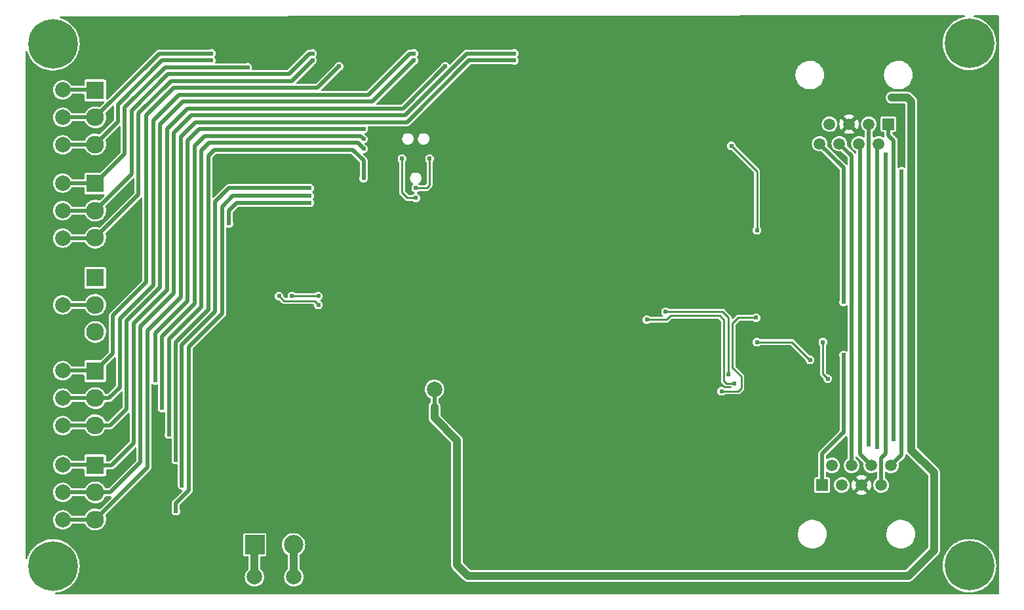
<source format=gbl>
G04 #@! TF.GenerationSoftware,KiCad,Pcbnew,6.0.10-86aedd382b~118~ubuntu18.04.1*
G04 #@! TF.CreationDate,2024-12-06T10:37:32-07:00*
G04 #@! TF.ProjectId,mss-cascade-adv,6d73732d-6361-4736-9361-64652d616476,rev?*
G04 #@! TF.SameCoordinates,Original*
G04 #@! TF.FileFunction,Copper,L2,Bot*
G04 #@! TF.FilePolarity,Positive*
%FSLAX46Y46*%
G04 Gerber Fmt 4.6, Leading zero omitted, Abs format (unit mm)*
G04 Created by KiCad (PCBNEW 6.0.10-86aedd382b~118~ubuntu18.04.1) date 2024-12-06 10:37:32*
%MOMM*%
%LPD*%
G01*
G04 APERTURE LIST*
G04 #@! TA.AperFunction,ComponentPad*
%ADD10C,6.400000*%
G04 #@! TD*
G04 #@! TA.AperFunction,ComponentPad*
%ADD11R,2.300000X2.300000*%
G04 #@! TD*
G04 #@! TA.AperFunction,ComponentPad*
%ADD12C,2.300000*%
G04 #@! TD*
G04 #@! TA.AperFunction,ComponentPad*
%ADD13R,1.500000X1.500000*%
G04 #@! TD*
G04 #@! TA.AperFunction,ComponentPad*
%ADD14C,1.500000*%
G04 #@! TD*
G04 #@! TA.AperFunction,ComponentPad*
%ADD15R,2.500000X2.500000*%
G04 #@! TD*
G04 #@! TA.AperFunction,ComponentPad*
%ADD16C,2.500000*%
G04 #@! TD*
G04 #@! TA.AperFunction,SMDPad,CuDef*
%ADD17C,2.000000*%
G04 #@! TD*
G04 #@! TA.AperFunction,ViaPad*
%ADD18C,0.609600*%
G04 #@! TD*
G04 #@! TA.AperFunction,Conductor*
%ADD19C,1.016000*%
G04 #@! TD*
G04 #@! TA.AperFunction,Conductor*
%ADD20C,0.508000*%
G04 #@! TD*
G04 #@! TA.AperFunction,Conductor*
%ADD21C,0.254000*%
G04 #@! TD*
G04 APERTURE END LIST*
D10*
X29718000Y-119888000D03*
D11*
X35179000Y-174427000D03*
D12*
X35179000Y-177927000D03*
X35179000Y-181427000D03*
D11*
X35179000Y-125913000D03*
D12*
X35179000Y-129413000D03*
X35179000Y-132913000D03*
D13*
X129067500Y-176978750D03*
D14*
X130337500Y-174438750D03*
X131607500Y-176978750D03*
X132877500Y-174438750D03*
X134147500Y-176978750D03*
X135417500Y-174438750D03*
X136687500Y-176978750D03*
X137957500Y-174438750D03*
D11*
X35179000Y-150170000D03*
D12*
X35179000Y-153670000D03*
X35179000Y-157170000D03*
D15*
X55793000Y-184704000D03*
D16*
X60793000Y-184704000D03*
D11*
X35179000Y-137978000D03*
D12*
X35179000Y-141478000D03*
X35179000Y-144978000D03*
D11*
X35179000Y-162235000D03*
D12*
X35179000Y-165735000D03*
X35179000Y-169235000D03*
D13*
X137632500Y-130282750D03*
D14*
X136362500Y-132822750D03*
X135092500Y-130282750D03*
X133822500Y-132822750D03*
X132552500Y-130282750D03*
X131282500Y-132822750D03*
X130012500Y-130282750D03*
X128742500Y-132822750D03*
D10*
X29718000Y-187452000D03*
X148082000Y-187412750D03*
X148082000Y-119848750D03*
D17*
X30988000Y-181483000D03*
X30988000Y-162179000D03*
X30988000Y-141478000D03*
X31002000Y-174371000D03*
X60833000Y-188849000D03*
X30988000Y-125857000D03*
X30988000Y-153670000D03*
X30988000Y-165735000D03*
X78994000Y-164592000D03*
X30988000Y-145034000D03*
X30988000Y-177927000D03*
X30988000Y-169291000D03*
X30988000Y-132969000D03*
X30988000Y-137922000D03*
X30988000Y-129413000D03*
X55753000Y-188849000D03*
D18*
X123825000Y-124674750D03*
X85344000Y-187325000D03*
X117475000Y-122428000D03*
X61087000Y-173228000D03*
X57658000Y-164465000D03*
X117348000Y-129540000D03*
X90932000Y-152273000D03*
X91059000Y-154686000D03*
X39243000Y-148463000D03*
X146939000Y-156972000D03*
X55626000Y-164465000D03*
X120168000Y-147828000D03*
X65024000Y-134747000D03*
X85041500Y-146098500D03*
X58674000Y-165354000D03*
X115964000Y-187185000D03*
X61087000Y-176657000D03*
X59690000Y-173228000D03*
X53721000Y-149987000D03*
X95585000Y-153243000D03*
X146939000Y-167513000D03*
X55626000Y-167513000D03*
X66040000Y-134747000D03*
X120930000Y-147828000D03*
X130556000Y-158242000D03*
X65024000Y-143891000D03*
X57658000Y-167513000D03*
X77724000Y-175133000D03*
X108344000Y-187185000D03*
X130556000Y-145034000D03*
X150749000Y-164084000D03*
X65913000Y-143891000D03*
X120965000Y-159766000D03*
X91059000Y-140335000D03*
X120203000Y-159766000D03*
X40513000Y-148463000D03*
X39243000Y-149733000D03*
X130556000Y-138430000D03*
X77089000Y-166751000D03*
X117475000Y-123952000D03*
X53721000Y-148463000D03*
X74175457Y-164120485D03*
X129794000Y-168529000D03*
X115062000Y-160020000D03*
X129813000Y-169399000D03*
X58674000Y-166624000D03*
X40259000Y-184912000D03*
X120269000Y-124674750D03*
X121031000Y-183221750D03*
X74803000Y-133477000D03*
X70103000Y-183770000D03*
X77089000Y-163830000D03*
X99441000Y-187452000D03*
X53721000Y-151511000D03*
X91059000Y-143129000D03*
X56642000Y-164465000D03*
X104013000Y-154686000D03*
X146939000Y-146304000D03*
X74168000Y-165100000D03*
X150749000Y-153543000D03*
X123190000Y-180173750D03*
X80264000Y-175133000D03*
X92583000Y-183388000D03*
X62357000Y-173228000D03*
X146939000Y-156083000D03*
X106934000Y-160020000D03*
X103566000Y-143063000D03*
X146939000Y-166624000D03*
X150876000Y-168489750D03*
X122682000Y-126579750D03*
X121412000Y-126579750D03*
X82296000Y-129667000D03*
X85041500Y-141272500D03*
X120269000Y-126198750D03*
X150749000Y-142875000D03*
X100630000Y-153243000D03*
X100503000Y-140797000D03*
X130683000Y-154940000D03*
X59690000Y-176657000D03*
X146939000Y-145415000D03*
X71375000Y-183770000D03*
X99441000Y-178308000D03*
X130657100Y-151638000D03*
X60071000Y-136017000D03*
X121666000Y-180173750D03*
X96058000Y-140797000D03*
X40513000Y-149733000D03*
X73914000Y-133477000D03*
X116840000Y-137795000D03*
X60071000Y-137287000D03*
X103759000Y-160020000D03*
X124714000Y-180173750D03*
X41148000Y-184912000D03*
X114300000Y-160020000D03*
X62357000Y-176657000D03*
X123825000Y-126198750D03*
X130556000Y-148336000D03*
X85344000Y-178181000D03*
X130556000Y-141732000D03*
X121031000Y-181951750D03*
X117348000Y-128016000D03*
X56642000Y-167513000D03*
X140589000Y-169037000D03*
X139192000Y-126873000D03*
X140589000Y-168021000D03*
X138049000Y-126873000D03*
X78994000Y-168021000D03*
X78994000Y-166878000D03*
X120650000Y-158496000D03*
X127508000Y-160782000D03*
X50165000Y-121158000D03*
X50165000Y-122047000D03*
X76327000Y-121158000D03*
X76327000Y-122047000D03*
X80391000Y-122809000D03*
X66675000Y-122809000D03*
X132877500Y-140299500D03*
X132861908Y-170663147D03*
X133985000Y-164973000D03*
X63246000Y-121158000D03*
X63246000Y-122047000D03*
X89281000Y-121158000D03*
X89281000Y-122047000D03*
X137287000Y-134239000D03*
X137287000Y-135255000D03*
X131826000Y-160147000D03*
X135092500Y-150022500D03*
X135092500Y-170652500D03*
X135092500Y-171704000D03*
X62865000Y-140462000D03*
X52451000Y-143129000D03*
X74803000Y-134747000D03*
X76581000Y-139827000D03*
X136144000Y-160528000D03*
X136144000Y-143383000D03*
X136144000Y-171069000D03*
X136144000Y-172085000D03*
X129794000Y-163234250D03*
X129159000Y-158496000D03*
X54864000Y-122936000D03*
X139319000Y-136398000D03*
X138303000Y-146685000D03*
X138303000Y-171069000D03*
X131826000Y-153289000D03*
X45593000Y-180340000D03*
X62865000Y-139573000D03*
X78359000Y-134747000D03*
X46366750Y-177026250D03*
X76581000Y-138557000D03*
X62865000Y-138557000D03*
X42926000Y-163449000D03*
X69850000Y-130937000D03*
X69850000Y-132207000D03*
X43815000Y-167005000D03*
X44704000Y-170434000D03*
X69850000Y-133477000D03*
X69850000Y-137287000D03*
X45593000Y-173736000D03*
X120523000Y-155321000D03*
X116078000Y-164846000D03*
X120650000Y-144018000D03*
X117348000Y-133096000D03*
X106426000Y-155575000D03*
X64008000Y-153670000D03*
X58928000Y-152527000D03*
X117729000Y-163830000D03*
X60579000Y-152527000D03*
X116967000Y-162687000D03*
X108839000Y-154559000D03*
X64008000Y-152527000D03*
D19*
X55753000Y-188849000D02*
X55753000Y-184744000D01*
X55753000Y-184744000D02*
X55793000Y-184704000D01*
X60793000Y-184704000D02*
X60793000Y-188809000D01*
X60793000Y-188809000D02*
X60833000Y-188849000D01*
X140589000Y-172466000D02*
X143510000Y-175387000D01*
X140208000Y-188722000D02*
X83312000Y-188722000D01*
X140081000Y-126873000D02*
X140589000Y-127381000D01*
X83312000Y-188722000D02*
X81915000Y-187325000D01*
X81915000Y-171196000D02*
X78994000Y-168275000D01*
D20*
X78994000Y-166878000D02*
X78994000Y-164592000D01*
D19*
X78994000Y-168021000D02*
X78994000Y-166878000D01*
X81915000Y-187325000D02*
X81915000Y-171196000D01*
X139192000Y-126873000D02*
X140081000Y-126873000D01*
X140589000Y-127381000D02*
X140589000Y-172466000D01*
X143510000Y-185420000D02*
X140208000Y-188722000D01*
X78994000Y-168275000D02*
X78994000Y-168021000D01*
X138049000Y-126873000D02*
X139192000Y-126873000D01*
X143510000Y-175387000D02*
X143510000Y-185420000D01*
D21*
X127508000Y-160782000D02*
X127468750Y-160782000D01*
X127468750Y-160782000D02*
X125182750Y-158496000D01*
X125182750Y-158496000D02*
X120650000Y-158496000D01*
D20*
X30988000Y-129413000D02*
X35179000Y-129413000D01*
X35179000Y-129413000D02*
X43434000Y-121158000D01*
X43434000Y-121158000D02*
X50165000Y-121158000D01*
X43815000Y-122047000D02*
X50165000Y-122047000D01*
X35179000Y-132913000D02*
X38100000Y-129992000D01*
X35123000Y-132969000D02*
X35179000Y-132913000D01*
X38100000Y-129992000D02*
X38100000Y-127762000D01*
X38100000Y-127762000D02*
X43815000Y-122047000D01*
X30988000Y-132969000D02*
X35123000Y-132969000D01*
X35123000Y-125857000D02*
X35179000Y-125913000D01*
X30988000Y-125857000D02*
X35123000Y-125857000D01*
X35179000Y-153670000D02*
X30988000Y-153670000D01*
X35179000Y-165735000D02*
X36957000Y-165735000D01*
X42672000Y-151130000D02*
X42672000Y-129794000D01*
X45974000Y-126492000D02*
X70485000Y-126492000D01*
X30988000Y-165735000D02*
X35179000Y-165735000D01*
X36957000Y-165735000D02*
X38354000Y-164338000D01*
X38354000Y-164338000D02*
X38354000Y-155448000D01*
X38354000Y-155448000D02*
X42672000Y-151130000D01*
X70485000Y-126492000D02*
X75819000Y-121158000D01*
X42672000Y-129794000D02*
X45974000Y-126492000D01*
X75819000Y-121158000D02*
X76327000Y-121158000D01*
X30988000Y-169291000D02*
X35123000Y-169291000D01*
X35179000Y-169235000D02*
X37140000Y-169235000D01*
X39243000Y-167132000D02*
X39243000Y-155702000D01*
X35123000Y-169291000D02*
X35179000Y-169235000D01*
X37140000Y-169235000D02*
X39243000Y-167132000D01*
X43561000Y-151384000D02*
X43561000Y-130302000D01*
X43561000Y-130302000D02*
X46482000Y-127381000D01*
X70993000Y-127381000D02*
X76327000Y-122047000D01*
X46482000Y-127381000D02*
X70993000Y-127381000D01*
X39243000Y-155702000D02*
X43561000Y-151384000D01*
X35123000Y-174371000D02*
X35179000Y-174427000D01*
X47117000Y-128270000D02*
X44450000Y-130937000D01*
X40132000Y-171577000D02*
X37282000Y-174427000D01*
X40132000Y-156083000D02*
X40132000Y-171577000D01*
X44450000Y-151765000D02*
X40132000Y-156083000D01*
X74930000Y-128270000D02*
X47117000Y-128270000D01*
X37282000Y-174427000D02*
X35179000Y-174427000D01*
X80391000Y-122809000D02*
X74930000Y-128270000D01*
X31002000Y-174371000D02*
X35123000Y-174371000D01*
X44450000Y-130937000D02*
X44450000Y-151765000D01*
X37465000Y-155067000D02*
X41783000Y-150749000D01*
X37465000Y-159949000D02*
X37465000Y-155067000D01*
X30988000Y-162179000D02*
X35123000Y-162179000D01*
X45339000Y-125603000D02*
X63881000Y-125603000D01*
X35123000Y-162179000D02*
X35179000Y-162235000D01*
X35179000Y-162235000D02*
X37465000Y-159949000D01*
X63881000Y-125603000D02*
X66675000Y-122809000D01*
X41783000Y-129159000D02*
X45339000Y-125603000D01*
X41783000Y-150749000D02*
X41783000Y-129159000D01*
X132877500Y-174438750D02*
X132861908Y-170663147D01*
X132861908Y-170663147D02*
X132877500Y-140299500D01*
X132877500Y-140299500D02*
X132877500Y-134401500D01*
X132877500Y-134401500D02*
X131298750Y-132822750D01*
X131298750Y-132822750D02*
X131282500Y-132822750D01*
X133985000Y-164973000D02*
X133985000Y-132985250D01*
X133985000Y-164973000D02*
X133985000Y-173006250D01*
X133985000Y-132985250D02*
X133822500Y-132822750D01*
X133985000Y-173006250D02*
X135417500Y-174438750D01*
X44577000Y-123825000D02*
X60198000Y-123825000D01*
X35179000Y-141478000D02*
X39878000Y-136779000D01*
X62865000Y-121158000D02*
X63246000Y-121158000D01*
X39878000Y-128524000D02*
X44577000Y-123825000D01*
X39878000Y-136779000D02*
X39878000Y-128524000D01*
X60198000Y-123825000D02*
X62865000Y-121158000D01*
X30988000Y-141478000D02*
X35179000Y-141478000D01*
X35179000Y-144978000D02*
X40767000Y-139390000D01*
X40767000Y-139390000D02*
X40767000Y-128905000D01*
X60579000Y-124714000D02*
X63246000Y-122047000D01*
X35123000Y-145034000D02*
X35179000Y-144978000D01*
X44958000Y-124714000D02*
X60579000Y-124714000D01*
X30988000Y-145034000D02*
X35123000Y-145034000D01*
X40767000Y-128905000D02*
X44958000Y-124714000D01*
X75184000Y-129159000D02*
X83185000Y-121158000D01*
X37084000Y-177927000D02*
X41021000Y-173990000D01*
X45339000Y-152146000D02*
X45339000Y-131445000D01*
X35179000Y-177927000D02*
X37084000Y-177927000D01*
X30988000Y-177927000D02*
X35179000Y-177927000D01*
X41021000Y-156464000D02*
X45339000Y-152146000D01*
X41021000Y-173990000D02*
X41021000Y-156464000D01*
X83185000Y-121158000D02*
X89281000Y-121158000D01*
X47625000Y-129159000D02*
X75184000Y-129159000D01*
X45339000Y-131445000D02*
X47625000Y-129159000D01*
X46228000Y-131953000D02*
X48133000Y-130048000D01*
X46228000Y-152654000D02*
X46228000Y-131953000D01*
X35179000Y-181427000D02*
X41910000Y-174696000D01*
X30988000Y-181483000D02*
X35123000Y-181483000D01*
X41910000Y-156972000D02*
X46228000Y-152654000D01*
X75438000Y-130048000D02*
X83439000Y-122047000D01*
X35123000Y-181483000D02*
X35179000Y-181427000D01*
X41910000Y-174696000D02*
X41910000Y-156972000D01*
X48133000Y-130048000D02*
X75438000Y-130048000D01*
X83439000Y-122047000D02*
X89281000Y-122047000D01*
X136687500Y-173472210D02*
X136687500Y-176978750D01*
X137287000Y-134239000D02*
X137287000Y-172872710D01*
X137287000Y-172872710D02*
X136687500Y-173472210D01*
X129067500Y-176978750D02*
X129067500Y-172938500D01*
X131699000Y-170307000D02*
X131826000Y-170180000D01*
X129067500Y-172938500D02*
X131699000Y-170307000D01*
X131826000Y-170180000D02*
X131826000Y-160147000D01*
X135092500Y-150022500D02*
X135092500Y-171704000D01*
X135092500Y-130282750D02*
X135092500Y-150022500D01*
X62865000Y-140462000D02*
X53467000Y-140462000D01*
D21*
X75501500Y-139827000D02*
X74803000Y-139128500D01*
X76581000Y-139827000D02*
X75501500Y-139827000D01*
X74803000Y-139128500D02*
X74803000Y-134747000D01*
D20*
X53467000Y-140462000D02*
X52451000Y-141478000D01*
X52451000Y-141478000D02*
X52451000Y-143129000D01*
X136144000Y-160528000D02*
X136144000Y-143383000D01*
X136144000Y-133041250D02*
X136362500Y-132822750D01*
X136144000Y-172085000D02*
X136144000Y-171069000D01*
X136144000Y-143383000D02*
X136144000Y-133041250D01*
X136144000Y-171069000D02*
X136144000Y-160528000D01*
D21*
X129794000Y-163234250D02*
X129159000Y-162599250D01*
X129159000Y-162599250D02*
X129159000Y-158496000D01*
D20*
X38989000Y-128143000D02*
X38989000Y-134168000D01*
X35123000Y-137922000D02*
X35179000Y-137978000D01*
X54864000Y-122936000D02*
X44196000Y-122936000D01*
X30988000Y-137922000D02*
X35123000Y-137922000D01*
X38989000Y-134168000D02*
X35179000Y-137978000D01*
X44196000Y-122936000D02*
X38989000Y-128143000D01*
X139319000Y-173077250D02*
X137957500Y-174438750D01*
X139319000Y-136398000D02*
X139319000Y-173077250D01*
X138303000Y-132461000D02*
X138303000Y-146685000D01*
X137632500Y-131790500D02*
X138303000Y-132461000D01*
X138303000Y-146685000D02*
X138303000Y-171069000D01*
X137632500Y-130282750D02*
X137632500Y-131790500D01*
X131826000Y-135906250D02*
X131826000Y-153289000D01*
X128742500Y-132822750D02*
X131826000Y-135906250D01*
X62865000Y-139573000D02*
X52959000Y-139573000D01*
X52959000Y-139573000D02*
X51562000Y-140970000D01*
X51562000Y-154813000D02*
X47244000Y-159131000D01*
X45593000Y-179324000D02*
X45593000Y-180340000D01*
X51562000Y-140970000D02*
X51562000Y-154813000D01*
X47244000Y-177673000D02*
X45593000Y-179324000D01*
X47244000Y-159131000D02*
X47244000Y-177673000D01*
X62865000Y-138557000D02*
X52451000Y-138557000D01*
X52451000Y-138557000D02*
X50673000Y-140335000D01*
D21*
X77978000Y-138557000D02*
X78359000Y-138176000D01*
D20*
X50673000Y-154559000D02*
X46366750Y-158865250D01*
D21*
X76581000Y-138557000D02*
X77978000Y-138557000D01*
D20*
X50673000Y-140335000D02*
X50673000Y-154559000D01*
X46366750Y-158865250D02*
X46366750Y-177026250D01*
D21*
X78359000Y-138176000D02*
X78359000Y-134747000D01*
D20*
X47117000Y-153162000D02*
X47117000Y-132461000D01*
X42926000Y-157353000D02*
X47117000Y-153162000D01*
X42926000Y-163449000D02*
X42926000Y-157353000D01*
X48641000Y-130937000D02*
X69850000Y-130937000D01*
X47117000Y-132461000D02*
X48641000Y-130937000D01*
X48006000Y-153543000D02*
X48006000Y-133096000D01*
X48006000Y-133096000D02*
X49276000Y-131826000D01*
X49276000Y-131826000D02*
X69469000Y-131826000D01*
X69469000Y-131826000D02*
X69850000Y-132207000D01*
X43815000Y-157734000D02*
X48006000Y-153543000D01*
X43815000Y-167005000D02*
X43815000Y-157734000D01*
X44704000Y-158115000D02*
X48895000Y-153924000D01*
X48895000Y-133731000D02*
X49911000Y-132715000D01*
X48895000Y-153924000D02*
X48895000Y-133731000D01*
X49911000Y-132715000D02*
X69088000Y-132715000D01*
X69088000Y-132715000D02*
X69850000Y-133477000D01*
X44704000Y-170434000D02*
X44704000Y-158115000D01*
X49784000Y-134366000D02*
X49784000Y-154305000D01*
X50546000Y-133604000D02*
X49784000Y-134366000D01*
X49784000Y-154305000D02*
X45593000Y-158496000D01*
X45593000Y-158496000D02*
X45593000Y-173736000D01*
X68453000Y-133604000D02*
X50546000Y-133604000D01*
X69850000Y-137287000D02*
X69850000Y-135001000D01*
X69850000Y-135001000D02*
X68453000Y-133604000D01*
D21*
X118618000Y-162941000D02*
X117475000Y-161798000D01*
X117475000Y-161798000D02*
X117475000Y-156083000D01*
X117475000Y-156083000D02*
X118237000Y-155321000D01*
X116078000Y-164846000D02*
X118237000Y-164846000D01*
X118237000Y-155321000D02*
X120523000Y-155321000D01*
X118618000Y-164465000D02*
X118618000Y-162941000D01*
X118237000Y-164846000D02*
X118618000Y-164465000D01*
X120650000Y-136398000D02*
X117348000Y-133096000D01*
X120650000Y-144018000D02*
X120650000Y-136398000D01*
X106426000Y-155575000D02*
X108966000Y-155575000D01*
X116357400Y-163474400D02*
X116713000Y-163830000D01*
X63500000Y-153162000D02*
X64008000Y-153670000D01*
X108966000Y-155575000D02*
X109474000Y-155067000D01*
X115824000Y-155067000D02*
X116357400Y-155600400D01*
X116713000Y-163830000D02*
X117729000Y-163830000D01*
X109474000Y-155067000D02*
X115824000Y-155067000D01*
X116357400Y-155600400D02*
X116357400Y-163474400D01*
X59563000Y-153162000D02*
X63500000Y-153162000D01*
X58928000Y-152527000D02*
X59563000Y-153162000D01*
X60579000Y-152527000D02*
X64008000Y-152527000D01*
X116205000Y-154559000D02*
X116967000Y-155321000D01*
X116967000Y-155321000D02*
X116967000Y-162687000D01*
X108839000Y-154559000D02*
X116205000Y-154559000D01*
G04 #@! TA.AperFunction,Conductor*
G36*
X151834014Y-116225060D02*
G01*
X151880561Y-116278669D01*
X151892000Y-116331127D01*
X151892000Y-191009000D01*
X151871998Y-191077121D01*
X151818342Y-191123614D01*
X151766000Y-191135000D01*
X30130036Y-191135000D01*
X30061915Y-191114998D01*
X30015422Y-191061342D01*
X30005318Y-190991068D01*
X30034812Y-190926488D01*
X30094538Y-190888104D01*
X30117084Y-190883667D01*
X30255805Y-190869332D01*
X30255814Y-190869331D01*
X30259197Y-190868981D01*
X30262530Y-190868267D01*
X30262533Y-190868266D01*
X30473096Y-190823125D01*
X30625063Y-190790546D01*
X30980318Y-190673056D01*
X31320807Y-190517887D01*
X31418707Y-190459758D01*
X31639601Y-190328601D01*
X31639606Y-190328598D01*
X31642546Y-190326852D01*
X31672354Y-190304472D01*
X31744828Y-190250056D01*
X31941771Y-190102187D01*
X32214983Y-189846521D01*
X32458985Y-189562842D01*
X32525655Y-189465837D01*
X32668992Y-189257280D01*
X32668997Y-189257273D01*
X32670922Y-189254471D01*
X32672534Y-189251477D01*
X32672539Y-189251469D01*
X32846694Y-188928027D01*
X32848316Y-188925015D01*
X32940782Y-188697299D01*
X32987811Y-188581480D01*
X32987813Y-188581475D01*
X32989091Y-188578327D01*
X33001206Y-188535799D01*
X33051744Y-188358382D01*
X33091601Y-188218463D01*
X33148051Y-187888223D01*
X33154075Y-187852981D01*
X33154075Y-187852979D01*
X33154647Y-187849634D01*
X33156203Y-187824205D01*
X33177380Y-187477948D01*
X33177490Y-187476152D01*
X33177574Y-187452000D01*
X33157339Y-187078368D01*
X33096870Y-186709107D01*
X32996875Y-186348537D01*
X32993627Y-186340373D01*
X32859783Y-186004039D01*
X32859779Y-186004031D01*
X32858523Y-186000874D01*
X32855108Y-185994423D01*
X32779448Y-185851528D01*
X32683434Y-185670188D01*
X32681534Y-185667382D01*
X32681530Y-185667375D01*
X32505251Y-185407014D01*
X32473654Y-185360345D01*
X32231639Y-185074970D01*
X31960219Y-184817402D01*
X31957512Y-184815340D01*
X31957504Y-184815333D01*
X31665281Y-184592720D01*
X31662569Y-184590654D01*
X31342172Y-184397377D01*
X31339082Y-184395943D01*
X31339077Y-184395940D01*
X31005871Y-184241272D01*
X31005869Y-184241271D01*
X31002775Y-184239835D01*
X30999540Y-184238740D01*
X30999535Y-184238738D01*
X30651583Y-184120963D01*
X30648348Y-184119868D01*
X30283038Y-184038881D01*
X30143114Y-184023433D01*
X29914500Y-183998193D01*
X29914495Y-183998193D01*
X29911119Y-183997820D01*
X29907720Y-183997814D01*
X29907719Y-183997814D01*
X29730987Y-183997506D01*
X29536940Y-183997167D01*
X29398079Y-184012007D01*
X29168263Y-184036567D01*
X29168257Y-184036568D01*
X29164879Y-184036929D01*
X28799289Y-184116641D01*
X28444446Y-184235369D01*
X28104501Y-184391727D01*
X28101567Y-184393483D01*
X28101565Y-184393484D01*
X28092110Y-184399143D01*
X27783431Y-184583883D01*
X27484991Y-184809591D01*
X27482509Y-184811930D01*
X27482503Y-184811935D01*
X27247518Y-185033375D01*
X27212674Y-185066210D01*
X27210462Y-185068800D01*
X27210461Y-185068801D01*
X26992576Y-185323912D01*
X26969664Y-185350738D01*
X26967736Y-185353565D01*
X26967734Y-185353567D01*
X26785579Y-185620597D01*
X26758804Y-185659847D01*
X26757197Y-185662857D01*
X26757195Y-185662860D01*
X26591660Y-185972880D01*
X26582561Y-185989921D01*
X26581288Y-185993089D01*
X26581287Y-185993090D01*
X26460046Y-186294688D01*
X26442997Y-186337098D01*
X26442079Y-186340366D01*
X26442076Y-186340373D01*
X26409299Y-186456982D01*
X26371610Y-186517148D01*
X26307375Y-186547387D01*
X26236989Y-186538098D01*
X26182798Y-186492230D01*
X26162000Y-186422886D01*
X26162000Y-183428933D01*
X54288500Y-183428933D01*
X54288501Y-185979066D01*
X54303266Y-186053301D01*
X54359516Y-186137484D01*
X54443699Y-186193734D01*
X54517933Y-186208500D01*
X54864500Y-186208500D01*
X54932621Y-186228502D01*
X54979114Y-186282158D01*
X54990500Y-186334500D01*
X54990500Y-187786796D01*
X54970498Y-187854917D01*
X54946309Y-187882389D01*
X54943543Y-187884326D01*
X54788326Y-188039543D01*
X54785169Y-188044051D01*
X54785167Y-188044054D01*
X54665578Y-188214845D01*
X54662421Y-188219354D01*
X54660098Y-188224336D01*
X54660095Y-188224341D01*
X54613104Y-188325116D01*
X54569653Y-188418297D01*
X54512839Y-188630326D01*
X54493708Y-188849000D01*
X54512839Y-189067674D01*
X54569653Y-189279703D01*
X54592068Y-189327773D01*
X54660095Y-189473659D01*
X54660098Y-189473664D01*
X54662421Y-189478646D01*
X54665577Y-189483153D01*
X54665578Y-189483155D01*
X54721376Y-189562842D01*
X54788326Y-189658457D01*
X54943543Y-189813674D01*
X54948051Y-189816831D01*
X54948054Y-189816833D01*
X54990453Y-189846521D01*
X55123354Y-189939579D01*
X55128336Y-189941902D01*
X55128341Y-189941905D01*
X55229116Y-189988896D01*
X55322297Y-190032347D01*
X55534326Y-190089161D01*
X55753000Y-190108292D01*
X55971674Y-190089161D01*
X56183703Y-190032347D01*
X56276884Y-189988896D01*
X56377659Y-189941905D01*
X56377664Y-189941902D01*
X56382646Y-189939579D01*
X56515547Y-189846521D01*
X56557946Y-189816833D01*
X56557949Y-189816831D01*
X56562457Y-189813674D01*
X56717674Y-189658457D01*
X56784625Y-189562842D01*
X56840422Y-189483155D01*
X56840423Y-189483153D01*
X56843579Y-189478646D01*
X56845902Y-189473664D01*
X56845905Y-189473659D01*
X56913932Y-189327773D01*
X56936347Y-189279703D01*
X56993161Y-189067674D01*
X57012292Y-188849000D01*
X56993161Y-188630326D01*
X56936347Y-188418297D01*
X56892896Y-188325116D01*
X56845905Y-188224341D01*
X56845902Y-188224336D01*
X56843579Y-188219354D01*
X56840422Y-188214845D01*
X56720833Y-188044054D01*
X56720831Y-188044051D01*
X56717674Y-188039543D01*
X56562457Y-187884326D01*
X56560064Y-187882651D01*
X56521182Y-187824205D01*
X56515500Y-187786796D01*
X56515500Y-186334499D01*
X56535502Y-186266378D01*
X56589158Y-186219885D01*
X56641500Y-186208499D01*
X57068066Y-186208499D01*
X57103818Y-186201388D01*
X57130126Y-186196156D01*
X57130128Y-186196155D01*
X57142301Y-186193734D01*
X57152621Y-186186839D01*
X57152622Y-186186838D01*
X57216168Y-186144377D01*
X57226484Y-186137484D01*
X57282734Y-186053301D01*
X57297500Y-185979067D01*
X57297499Y-184704000D01*
X59283848Y-184704000D01*
X59302428Y-184940083D01*
X59357711Y-185170354D01*
X59359604Y-185174925D01*
X59359605Y-185174927D01*
X59433601Y-185353567D01*
X59448336Y-185389141D01*
X59572070Y-185591057D01*
X59725868Y-185771132D01*
X59905943Y-185924930D01*
X59965823Y-185961624D01*
X59970335Y-185964389D01*
X60017966Y-186017037D01*
X60030500Y-186071822D01*
X60030500Y-187825179D01*
X60010498Y-187893300D01*
X59993595Y-187914274D01*
X59868326Y-188039543D01*
X59865169Y-188044051D01*
X59865167Y-188044054D01*
X59745578Y-188214845D01*
X59742421Y-188219354D01*
X59740098Y-188224336D01*
X59740095Y-188224341D01*
X59693104Y-188325116D01*
X59649653Y-188418297D01*
X59592839Y-188630326D01*
X59573708Y-188849000D01*
X59592839Y-189067674D01*
X59649653Y-189279703D01*
X59672068Y-189327773D01*
X59740095Y-189473659D01*
X59740098Y-189473664D01*
X59742421Y-189478646D01*
X59745577Y-189483153D01*
X59745578Y-189483155D01*
X59801376Y-189562842D01*
X59868326Y-189658457D01*
X60023543Y-189813674D01*
X60028051Y-189816831D01*
X60028054Y-189816833D01*
X60070453Y-189846521D01*
X60203354Y-189939579D01*
X60208336Y-189941902D01*
X60208341Y-189941905D01*
X60309116Y-189988896D01*
X60402297Y-190032347D01*
X60614326Y-190089161D01*
X60833000Y-190108292D01*
X61051674Y-190089161D01*
X61263703Y-190032347D01*
X61356884Y-189988896D01*
X61457659Y-189941905D01*
X61457664Y-189941902D01*
X61462646Y-189939579D01*
X61595547Y-189846521D01*
X61637946Y-189816833D01*
X61637949Y-189816831D01*
X61642457Y-189813674D01*
X61797674Y-189658457D01*
X61864625Y-189562842D01*
X61920422Y-189483155D01*
X61920423Y-189483153D01*
X61923579Y-189478646D01*
X61925902Y-189473664D01*
X61925905Y-189473659D01*
X61993932Y-189327773D01*
X62016347Y-189279703D01*
X62073161Y-189067674D01*
X62092292Y-188849000D01*
X62073161Y-188630326D01*
X62016347Y-188418297D01*
X61972896Y-188325116D01*
X61925905Y-188224341D01*
X61925902Y-188224336D01*
X61923579Y-188219354D01*
X61920422Y-188214845D01*
X61800833Y-188044054D01*
X61800831Y-188044051D01*
X61797674Y-188039543D01*
X61642457Y-187884326D01*
X61637943Y-187881165D01*
X61609228Y-187861058D01*
X61564900Y-187805601D01*
X61555500Y-187757846D01*
X61555500Y-186071822D01*
X61575502Y-186003701D01*
X61615665Y-185964389D01*
X61620177Y-185961624D01*
X61680057Y-185924930D01*
X61860132Y-185771132D01*
X62013930Y-185591057D01*
X62137664Y-185389141D01*
X62152400Y-185353567D01*
X62226395Y-185174927D01*
X62226396Y-185174925D01*
X62228289Y-185170354D01*
X62283572Y-184940083D01*
X62302152Y-184704000D01*
X62283572Y-184467917D01*
X62265703Y-184393484D01*
X62229444Y-184242458D01*
X62228289Y-184237646D01*
X62212938Y-184200585D01*
X62139559Y-184023433D01*
X62139557Y-184023429D01*
X62137664Y-184018859D01*
X62013930Y-183816943D01*
X61860132Y-183636868D01*
X61680057Y-183483070D01*
X61478141Y-183359336D01*
X61473571Y-183357443D01*
X61473567Y-183357441D01*
X61263927Y-183270605D01*
X61263925Y-183270604D01*
X61259354Y-183268711D01*
X61179501Y-183249540D01*
X61033896Y-183214583D01*
X61033890Y-183214582D01*
X61029083Y-183213428D01*
X60793000Y-183194848D01*
X60556917Y-183213428D01*
X60552110Y-183214582D01*
X60552104Y-183214583D01*
X60406499Y-183249540D01*
X60326646Y-183268711D01*
X60322075Y-183270604D01*
X60322073Y-183270605D01*
X60112433Y-183357441D01*
X60112429Y-183357443D01*
X60107859Y-183359336D01*
X59905943Y-183483070D01*
X59725868Y-183636868D01*
X59572070Y-183816943D01*
X59448336Y-184018859D01*
X59446443Y-184023429D01*
X59446441Y-184023433D01*
X59373062Y-184200585D01*
X59357711Y-184237646D01*
X59356556Y-184242458D01*
X59320298Y-184393484D01*
X59302428Y-184467917D01*
X59283848Y-184704000D01*
X57297499Y-184704000D01*
X57297499Y-183428934D01*
X57286870Y-183375492D01*
X57285156Y-183366874D01*
X57285155Y-183366872D01*
X57282734Y-183354699D01*
X57226484Y-183270516D01*
X57142301Y-183214266D01*
X57068067Y-183199500D01*
X55793207Y-183199500D01*
X54517934Y-183199501D01*
X54482182Y-183206612D01*
X54455874Y-183211844D01*
X54455872Y-183211845D01*
X54443699Y-183214266D01*
X54433379Y-183221161D01*
X54433378Y-183221162D01*
X54372985Y-183261516D01*
X54359516Y-183270516D01*
X54303266Y-183354699D01*
X54288500Y-183428933D01*
X26162000Y-183428933D01*
X26162000Y-181483000D01*
X29728708Y-181483000D01*
X29747839Y-181701674D01*
X29804653Y-181913703D01*
X29840930Y-181991500D01*
X29895095Y-182107659D01*
X29895098Y-182107664D01*
X29897421Y-182112646D01*
X29900577Y-182117153D01*
X29900578Y-182117155D01*
X30011481Y-182275540D01*
X30023326Y-182292457D01*
X30178543Y-182447674D01*
X30183051Y-182450831D01*
X30183054Y-182450833D01*
X30258168Y-182503428D01*
X30358354Y-182573579D01*
X30363336Y-182575902D01*
X30363341Y-182575905D01*
X30390620Y-182588625D01*
X30557297Y-182666347D01*
X30769326Y-182723161D01*
X30988000Y-182742292D01*
X31206674Y-182723161D01*
X31418703Y-182666347D01*
X31585380Y-182588625D01*
X31612659Y-182575905D01*
X31612664Y-182575902D01*
X31617646Y-182573579D01*
X31717832Y-182503428D01*
X31792946Y-182450833D01*
X31792949Y-182450831D01*
X31797457Y-182447674D01*
X31952674Y-182292457D01*
X31964520Y-182275540D01*
X32075422Y-182117155D01*
X32075423Y-182117153D01*
X32078579Y-182112646D01*
X32080904Y-182107661D01*
X32080907Y-182107655D01*
X32101146Y-182064251D01*
X32148063Y-182010965D01*
X32215341Y-181991500D01*
X33808196Y-181991500D01*
X33876317Y-182011502D01*
X33920112Y-182060079D01*
X33921066Y-182062428D01*
X34041740Y-182259349D01*
X34045124Y-182263255D01*
X34045125Y-182263257D01*
X34070419Y-182292457D01*
X34192955Y-182433916D01*
X34370651Y-182581442D01*
X34375103Y-182584044D01*
X34375108Y-182584047D01*
X34565598Y-182695360D01*
X34570056Y-182697965D01*
X34785814Y-182780355D01*
X34790880Y-182781386D01*
X34790881Y-182781386D01*
X34843674Y-182792127D01*
X35012132Y-182826400D01*
X35142323Y-182831174D01*
X35237767Y-182834674D01*
X35237771Y-182834674D01*
X35242931Y-182834863D01*
X35248051Y-182834207D01*
X35248053Y-182834207D01*
X35319088Y-182825107D01*
X35472013Y-182805517D01*
X35476961Y-182804032D01*
X35476968Y-182804031D01*
X35688276Y-182740635D01*
X35688275Y-182740635D01*
X35693226Y-182739150D01*
X35900629Y-182637544D01*
X35904834Y-182634544D01*
X35904840Y-182634541D01*
X36084449Y-182506427D01*
X36084451Y-182506425D01*
X36088653Y-182503428D01*
X36252247Y-182340404D01*
X36298857Y-182275540D01*
X36384000Y-182157050D01*
X36387018Y-182152850D01*
X36399030Y-182128547D01*
X36437135Y-182051447D01*
X36489347Y-181945803D01*
X36509633Y-181879034D01*
X36554982Y-181729775D01*
X36554983Y-181729769D01*
X36556486Y-181724823D01*
X36579712Y-181548404D01*
X36586194Y-181499167D01*
X36586194Y-181499161D01*
X36586631Y-181495845D01*
X36587039Y-181479139D01*
X36588232Y-181430364D01*
X36588232Y-181430360D01*
X36588314Y-181427000D01*
X36569390Y-181196822D01*
X36513126Y-180972826D01*
X36511063Y-180968081D01*
X36498598Y-180939413D01*
X36489777Y-180868966D01*
X36525052Y-180800075D01*
X39351880Y-177973248D01*
X42219308Y-175105820D01*
X42228845Y-175098200D01*
X42228531Y-175097831D01*
X42235364Y-175092016D01*
X42242958Y-175087224D01*
X42278585Y-175046883D01*
X42283931Y-175041197D01*
X42295382Y-175029746D01*
X42301662Y-175021368D01*
X42308041Y-175013532D01*
X42315135Y-175005500D01*
X42339378Y-174978049D01*
X42343192Y-174969926D01*
X42344812Y-174967459D01*
X42353816Y-174952475D01*
X42355234Y-174949884D01*
X42360615Y-174942705D01*
X42377236Y-174898369D01*
X42381155Y-174889068D01*
X42401281Y-174846200D01*
X42402663Y-174837328D01*
X42403524Y-174834510D01*
X42407954Y-174817628D01*
X42408593Y-174814721D01*
X42411744Y-174806316D01*
X42415252Y-174759111D01*
X42416406Y-174749063D01*
X42417750Y-174740429D01*
X42418500Y-174735614D01*
X42418500Y-174720077D01*
X42418847Y-174710739D01*
X42421874Y-174670010D01*
X42421874Y-174670009D01*
X42422539Y-174661059D01*
X42420666Y-174652284D01*
X42420103Y-174644027D01*
X42418500Y-174628838D01*
X42418500Y-164020065D01*
X42438502Y-163951944D01*
X42492158Y-163905451D01*
X42562432Y-163895347D01*
X42621202Y-163920102D01*
X42643937Y-163937547D01*
X42779993Y-163993904D01*
X42788177Y-163994981D01*
X42788179Y-163994982D01*
X42917812Y-164012048D01*
X42926000Y-164013126D01*
X42934188Y-164012048D01*
X43063821Y-163994982D01*
X43063823Y-163994981D01*
X43072007Y-163993904D01*
X43079635Y-163990744D01*
X43079640Y-163990743D01*
X43132281Y-163968938D01*
X43202870Y-163961348D01*
X43266358Y-163993126D01*
X43302586Y-164054184D01*
X43306500Y-164085346D01*
X43306500Y-166746042D01*
X43296909Y-166794260D01*
X43282973Y-166827905D01*
X43270096Y-166858993D01*
X43269019Y-166867177D01*
X43269018Y-166867179D01*
X43261884Y-166921372D01*
X43250874Y-167005000D01*
X43251952Y-167013188D01*
X43267935Y-167134589D01*
X43270096Y-167151007D01*
X43326453Y-167287063D01*
X43416103Y-167403897D01*
X43532937Y-167493547D01*
X43668993Y-167549904D01*
X43677177Y-167550981D01*
X43677179Y-167550982D01*
X43806812Y-167568048D01*
X43815000Y-167569126D01*
X43823188Y-167568048D01*
X43952821Y-167550982D01*
X43952823Y-167550981D01*
X43961007Y-167549904D01*
X43968635Y-167546744D01*
X43968640Y-167546743D01*
X44021281Y-167524938D01*
X44091870Y-167517348D01*
X44155358Y-167549126D01*
X44191586Y-167610184D01*
X44195500Y-167641346D01*
X44195500Y-170175042D01*
X44185909Y-170223260D01*
X44162256Y-170280364D01*
X44159096Y-170287993D01*
X44158019Y-170296177D01*
X44158018Y-170296179D01*
X44145740Y-170389442D01*
X44139874Y-170434000D01*
X44140952Y-170442188D01*
X44157940Y-170571224D01*
X44159096Y-170580007D01*
X44215453Y-170716063D01*
X44305103Y-170832897D01*
X44421937Y-170922547D01*
X44557993Y-170978904D01*
X44566177Y-170979981D01*
X44566179Y-170979982D01*
X44695812Y-170997048D01*
X44704000Y-170998126D01*
X44712188Y-170997048D01*
X44841821Y-170979982D01*
X44841823Y-170979981D01*
X44850007Y-170978904D01*
X44857635Y-170975744D01*
X44857640Y-170975743D01*
X44910281Y-170953938D01*
X44980870Y-170946348D01*
X45044358Y-170978126D01*
X45080586Y-171039184D01*
X45084500Y-171070346D01*
X45084500Y-173477042D01*
X45074909Y-173525260D01*
X45055544Y-173572012D01*
X45048096Y-173589993D01*
X45047019Y-173598177D01*
X45047018Y-173598179D01*
X45044242Y-173619269D01*
X45028874Y-173736000D01*
X45029952Y-173744188D01*
X45045696Y-173863774D01*
X45048096Y-173882007D01*
X45104453Y-174018063D01*
X45194103Y-174134897D01*
X45310937Y-174224547D01*
X45446993Y-174280904D01*
X45455177Y-174281981D01*
X45455179Y-174281982D01*
X45584812Y-174299048D01*
X45593000Y-174300126D01*
X45601188Y-174299048D01*
X45715804Y-174283959D01*
X45785953Y-174294899D01*
X45839051Y-174342027D01*
X45858250Y-174408881D01*
X45858250Y-176767292D01*
X45848659Y-176815510D01*
X45838690Y-176839578D01*
X45821846Y-176880243D01*
X45820769Y-176888427D01*
X45820768Y-176888429D01*
X45811040Y-176962326D01*
X45802624Y-177026250D01*
X45803702Y-177034438D01*
X45820359Y-177160959D01*
X45821846Y-177172257D01*
X45878203Y-177308313D01*
X45967853Y-177425147D01*
X46084687Y-177514797D01*
X46220743Y-177571154D01*
X46228927Y-177572231D01*
X46228929Y-177572232D01*
X46326173Y-177585034D01*
X46391100Y-177613756D01*
X46430192Y-177673021D01*
X46431037Y-177744013D01*
X46398822Y-177799051D01*
X45283696Y-178914177D01*
X45274156Y-178921800D01*
X45274470Y-178922168D01*
X45267634Y-178927986D01*
X45260042Y-178932776D01*
X45254100Y-178939504D01*
X45224407Y-178973125D01*
X45219061Y-178978812D01*
X45207618Y-178990255D01*
X45201978Y-178997780D01*
X45201341Y-178998630D01*
X45194967Y-179006459D01*
X45163622Y-179041951D01*
X45159808Y-179050074D01*
X45158174Y-179052562D01*
X45149186Y-179067523D01*
X45147771Y-179070108D01*
X45142384Y-179077295D01*
X45139233Y-179085701D01*
X45125759Y-179121642D01*
X45121833Y-179130958D01*
X45101719Y-179173800D01*
X45100338Y-179182669D01*
X45099472Y-179185502D01*
X45095042Y-179202389D01*
X45094408Y-179205274D01*
X45091255Y-179213684D01*
X45089088Y-179242842D01*
X45087746Y-179260906D01*
X45086592Y-179270952D01*
X45084500Y-179284386D01*
X45084500Y-179299906D01*
X45084154Y-179309243D01*
X45080461Y-179358941D01*
X45082335Y-179367720D01*
X45082898Y-179375978D01*
X45084500Y-179391161D01*
X45084500Y-180081042D01*
X45074909Y-180129260D01*
X45051256Y-180186364D01*
X45048096Y-180193993D01*
X45047019Y-180202177D01*
X45047018Y-180202179D01*
X45042770Y-180234448D01*
X45028874Y-180340000D01*
X45048096Y-180486007D01*
X45104453Y-180622063D01*
X45194103Y-180738897D01*
X45310937Y-180828547D01*
X45446993Y-180884904D01*
X45455177Y-180885981D01*
X45455179Y-180885982D01*
X45584812Y-180903048D01*
X45593000Y-180904126D01*
X45601188Y-180903048D01*
X45730821Y-180885982D01*
X45730823Y-180885981D01*
X45739007Y-180884904D01*
X45875063Y-180828547D01*
X45991897Y-180738897D01*
X46081547Y-180622063D01*
X46137904Y-180486007D01*
X46157126Y-180340000D01*
X46143230Y-180234448D01*
X46138982Y-180202179D01*
X46138981Y-180202177D01*
X46137904Y-180193993D01*
X46134744Y-180186364D01*
X46111091Y-180129260D01*
X46101500Y-180081042D01*
X46101500Y-179586817D01*
X46121502Y-179518696D01*
X46138405Y-179497722D01*
X47553308Y-178082820D01*
X47562845Y-178075200D01*
X47562531Y-178074831D01*
X47569364Y-178069016D01*
X47576958Y-178064224D01*
X47612585Y-178023883D01*
X47617931Y-178018197D01*
X47629383Y-178006745D01*
X47635660Y-177998370D01*
X47642045Y-177990527D01*
X47667436Y-177961777D01*
X47673378Y-177955049D01*
X47677194Y-177946922D01*
X47678807Y-177944466D01*
X47687823Y-177929463D01*
X47689234Y-177926885D01*
X47694616Y-177919704D01*
X47711239Y-177875363D01*
X47715164Y-177866048D01*
X47735281Y-177823200D01*
X47736663Y-177814325D01*
X47737527Y-177811498D01*
X47741955Y-177794621D01*
X47742591Y-177791728D01*
X47745745Y-177783315D01*
X47749256Y-177736075D01*
X47750407Y-177726056D01*
X47751752Y-177717420D01*
X47751752Y-177717416D01*
X47752500Y-177712614D01*
X47752500Y-177697090D01*
X47752847Y-177687752D01*
X47755875Y-177647010D01*
X47755875Y-177647009D01*
X47756540Y-177638059D01*
X47754666Y-177629282D01*
X47754104Y-177621031D01*
X47752500Y-177605834D01*
X47752500Y-164592000D01*
X77734708Y-164592000D01*
X77753839Y-164810674D01*
X77810653Y-165022703D01*
X77818197Y-165038881D01*
X77901095Y-165216659D01*
X77901098Y-165216664D01*
X77903421Y-165221646D01*
X77906577Y-165226153D01*
X77906578Y-165226155D01*
X78022692Y-165391982D01*
X78029326Y-165401457D01*
X78184543Y-165556674D01*
X78189051Y-165559831D01*
X78189054Y-165559833D01*
X78359845Y-165679422D01*
X78364354Y-165682579D01*
X78369339Y-165684904D01*
X78369345Y-165684907D01*
X78412749Y-165705146D01*
X78466035Y-165752063D01*
X78485500Y-165819341D01*
X78485500Y-166252518D01*
X78465498Y-166320639D01*
X78455525Y-166334097D01*
X78355316Y-166452051D01*
X78274457Y-166610404D01*
X78272718Y-166617509D01*
X78272717Y-166617513D01*
X78264266Y-166652052D01*
X78232196Y-166783112D01*
X78231500Y-166794330D01*
X78231500Y-168207624D01*
X78230067Y-168226574D01*
X78227876Y-168240973D01*
X78227876Y-168240979D01*
X78226776Y-168248208D01*
X78227369Y-168255500D01*
X78227369Y-168255503D01*
X78231085Y-168301183D01*
X78231500Y-168311398D01*
X78231500Y-168319525D01*
X78231924Y-168323161D01*
X78231924Y-168323163D01*
X78232293Y-168326326D01*
X78234811Y-168347924D01*
X78235238Y-168352244D01*
X78241191Y-168425426D01*
X78243447Y-168432388D01*
X78244643Y-168438376D01*
X78246051Y-168444333D01*
X78246899Y-168451607D01*
X78249397Y-168458489D01*
X78249398Y-168458493D01*
X78271945Y-168520607D01*
X78273355Y-168524711D01*
X78295987Y-168594575D01*
X78299787Y-168600838D01*
X78302325Y-168606380D01*
X78305067Y-168611856D01*
X78307566Y-168618741D01*
X78311581Y-168624865D01*
X78347815Y-168680132D01*
X78350130Y-168683800D01*
X78388227Y-168746581D01*
X78391941Y-168750786D01*
X78391943Y-168750789D01*
X78395667Y-168755005D01*
X78395638Y-168755031D01*
X78398238Y-168757962D01*
X78401042Y-168761316D01*
X78405054Y-168767435D01*
X78410366Y-168772467D01*
X78461586Y-168820988D01*
X78464028Y-168823366D01*
X81115595Y-171474933D01*
X81149621Y-171537245D01*
X81152500Y-171564028D01*
X81152500Y-187257624D01*
X81151067Y-187276574D01*
X81148876Y-187290973D01*
X81148876Y-187290979D01*
X81147776Y-187298208D01*
X81148369Y-187305500D01*
X81148369Y-187305503D01*
X81152085Y-187351183D01*
X81152500Y-187361398D01*
X81152500Y-187369525D01*
X81155811Y-187397924D01*
X81156238Y-187402244D01*
X81162191Y-187475426D01*
X81164447Y-187482388D01*
X81165643Y-187488376D01*
X81167051Y-187494333D01*
X81167899Y-187501607D01*
X81170397Y-187508489D01*
X81170398Y-187508493D01*
X81192945Y-187570607D01*
X81194355Y-187574711D01*
X81216987Y-187644575D01*
X81220787Y-187650838D01*
X81223325Y-187656380D01*
X81226067Y-187661856D01*
X81228566Y-187668741D01*
X81232581Y-187674865D01*
X81268815Y-187730132D01*
X81271130Y-187733800D01*
X81309227Y-187796581D01*
X81312941Y-187800786D01*
X81312943Y-187800789D01*
X81316667Y-187805005D01*
X81316638Y-187805031D01*
X81319238Y-187807962D01*
X81322042Y-187811316D01*
X81326054Y-187817435D01*
X81331366Y-187822467D01*
X81382586Y-187870988D01*
X81385028Y-187873366D01*
X82725190Y-189213528D01*
X82737577Y-189227941D01*
X82750546Y-189245564D01*
X82756129Y-189250307D01*
X82791055Y-189279979D01*
X82798571Y-189286909D01*
X82804315Y-189292653D01*
X82807189Y-189294927D01*
X82807196Y-189294933D01*
X82826711Y-189310372D01*
X82830115Y-189313163D01*
X82880472Y-189355945D01*
X82880476Y-189355948D01*
X82886051Y-189360684D01*
X82892566Y-189364011D01*
X82897636Y-189367392D01*
X82902858Y-189370617D01*
X82908600Y-189375160D01*
X82975112Y-189406246D01*
X82979006Y-189408149D01*
X83044404Y-189441543D01*
X83051521Y-189443284D01*
X83057239Y-189445411D01*
X83063045Y-189447342D01*
X83069679Y-189450443D01*
X83076847Y-189451934D01*
X83076850Y-189451935D01*
X83121867Y-189461299D01*
X83141539Y-189465391D01*
X83145797Y-189466354D01*
X83217112Y-189483804D01*
X83222718Y-189484152D01*
X83222719Y-189484152D01*
X83228330Y-189484500D01*
X83228328Y-189484539D01*
X83232229Y-189484772D01*
X83236588Y-189485161D01*
X83243756Y-189486652D01*
X83251073Y-189486454D01*
X83321577Y-189484546D01*
X83324986Y-189484500D01*
X140140624Y-189484500D01*
X140159574Y-189485933D01*
X140173973Y-189488124D01*
X140173979Y-189488124D01*
X140181208Y-189489224D01*
X140188500Y-189488631D01*
X140188503Y-189488631D01*
X140234183Y-189484915D01*
X140244398Y-189484500D01*
X140252525Y-189484500D01*
X140256161Y-189484076D01*
X140256163Y-189484076D01*
X140259615Y-189483673D01*
X140280924Y-189481189D01*
X140285244Y-189480762D01*
X140358426Y-189474809D01*
X140365388Y-189472553D01*
X140371376Y-189471357D01*
X140377333Y-189469949D01*
X140384607Y-189469101D01*
X140391489Y-189466603D01*
X140391493Y-189466602D01*
X140453607Y-189444055D01*
X140457711Y-189442645D01*
X140527575Y-189420013D01*
X140533838Y-189416213D01*
X140539380Y-189413675D01*
X140544856Y-189410933D01*
X140551741Y-189408434D01*
X140613132Y-189368185D01*
X140616800Y-189365870D01*
X140679581Y-189327773D01*
X140683786Y-189324059D01*
X140683789Y-189324057D01*
X140688005Y-189320333D01*
X140688031Y-189320362D01*
X140690962Y-189317762D01*
X140694316Y-189314958D01*
X140700435Y-189310946D01*
X140753989Y-189254413D01*
X140756366Y-189251972D01*
X142607664Y-187400674D01*
X144622447Y-187400674D01*
X144622619Y-187404069D01*
X144622619Y-187404070D01*
X144631159Y-187572659D01*
X144641378Y-187774374D01*
X144641915Y-187777729D01*
X144641916Y-187777735D01*
X144658989Y-187884326D01*
X144700557Y-188143844D01*
X144799293Y-188504761D01*
X144936430Y-188852904D01*
X145110365Y-189184200D01*
X145112262Y-189187024D01*
X145112265Y-189187028D01*
X145284479Y-189443310D01*
X145319061Y-189494774D01*
X145321256Y-189497380D01*
X145321260Y-189497386D01*
X145376380Y-189562842D01*
X145560079Y-189780991D01*
X145830598Y-190039505D01*
X146127455Y-190267291D01*
X146447176Y-190461685D01*
X146786021Y-190620411D01*
X146789239Y-190621513D01*
X146789242Y-190621514D01*
X147136803Y-190740511D01*
X147136811Y-190740513D01*
X147140026Y-190741614D01*
X147505051Y-190823876D01*
X147592200Y-190833806D01*
X147873442Y-190865850D01*
X147873450Y-190865850D01*
X147876825Y-190866235D01*
X147880229Y-190866253D01*
X147880232Y-190866253D01*
X148083556Y-190867317D01*
X148250999Y-190868194D01*
X148254385Y-190867844D01*
X148254387Y-190867844D01*
X148619805Y-190830082D01*
X148619814Y-190830081D01*
X148623197Y-190829731D01*
X148626530Y-190829017D01*
X148626533Y-190829016D01*
X148806820Y-190790366D01*
X148989063Y-190751296D01*
X149344318Y-190633806D01*
X149684807Y-190478637D01*
X149971677Y-190308306D01*
X150003601Y-190289351D01*
X150003606Y-190289348D01*
X150006546Y-190287602D01*
X150036354Y-190265222D01*
X150108828Y-190210806D01*
X150305771Y-190062937D01*
X150578983Y-189807271D01*
X150822985Y-189523592D01*
X150844737Y-189491942D01*
X151032992Y-189218030D01*
X151032997Y-189218023D01*
X151034922Y-189215221D01*
X151036534Y-189212227D01*
X151036539Y-189212219D01*
X151210694Y-188888777D01*
X151212316Y-188885765D01*
X151337153Y-188578327D01*
X151351811Y-188542230D01*
X151351813Y-188542225D01*
X151353091Y-188539077D01*
X151369037Y-188483100D01*
X151442746Y-188224341D01*
X151455601Y-188179213D01*
X151462222Y-188140478D01*
X151518075Y-187813731D01*
X151518075Y-187813729D01*
X151518647Y-187810384D01*
X151518975Y-187805031D01*
X151538350Y-187488233D01*
X151541490Y-187436902D01*
X151541574Y-187412750D01*
X151521339Y-187039118D01*
X151460870Y-186669857D01*
X151360875Y-186309287D01*
X151357627Y-186301123D01*
X151223783Y-185964789D01*
X151223779Y-185964781D01*
X151222523Y-185961624D01*
X151047434Y-185630938D01*
X151045534Y-185628132D01*
X151045530Y-185628125D01*
X150880628Y-185384567D01*
X150837654Y-185321095D01*
X150595639Y-185035720D01*
X150324219Y-184778152D01*
X150321512Y-184776090D01*
X150321504Y-184776083D01*
X150029281Y-184553470D01*
X150026569Y-184551404D01*
X149759502Y-184390298D01*
X149709100Y-184359893D01*
X149709096Y-184359891D01*
X149706172Y-184358127D01*
X149703082Y-184356693D01*
X149703077Y-184356690D01*
X149369871Y-184202022D01*
X149369869Y-184202021D01*
X149366775Y-184200585D01*
X149363540Y-184199490D01*
X149363535Y-184199488D01*
X149015583Y-184081713D01*
X149012348Y-184080618D01*
X148647038Y-183999631D01*
X148514294Y-183984976D01*
X148278500Y-183958943D01*
X148278495Y-183958943D01*
X148275119Y-183958570D01*
X148271720Y-183958564D01*
X148271719Y-183958564D01*
X148094987Y-183958256D01*
X147900940Y-183957917D01*
X147762079Y-183972757D01*
X147532263Y-183997317D01*
X147532257Y-183997318D01*
X147528879Y-183997679D01*
X147163289Y-184077391D01*
X146808446Y-184196119D01*
X146468501Y-184352477D01*
X146465567Y-184354233D01*
X146465565Y-184354234D01*
X146402919Y-184391727D01*
X146147431Y-184544633D01*
X145848991Y-184770341D01*
X145846509Y-184772680D01*
X145846503Y-184772685D01*
X145725303Y-184886899D01*
X145576674Y-185026960D01*
X145574462Y-185029550D01*
X145574461Y-185029551D01*
X145458314Y-185165542D01*
X145333664Y-185311488D01*
X145331736Y-185314315D01*
X145331734Y-185314317D01*
X145140387Y-185594822D01*
X145122804Y-185620597D01*
X145121197Y-185623607D01*
X145121195Y-185623610D01*
X144960305Y-185924930D01*
X144946561Y-185950671D01*
X144945288Y-185953839D01*
X144945287Y-185953840D01*
X144842915Y-186208500D01*
X144806997Y-186297848D01*
X144705744Y-186658067D01*
X144643986Y-187027115D01*
X144622447Y-187400674D01*
X142607664Y-187400674D01*
X144001528Y-186006810D01*
X144015941Y-185994423D01*
X144017752Y-185993090D01*
X144033564Y-185981454D01*
X144067979Y-185940945D01*
X144074909Y-185933429D01*
X144080653Y-185927685D01*
X144082927Y-185924811D01*
X144082933Y-185924804D01*
X144098372Y-185905289D01*
X144101163Y-185901885D01*
X144143945Y-185851528D01*
X144143948Y-185851524D01*
X144148684Y-185845949D01*
X144152012Y-185839432D01*
X144155389Y-185834368D01*
X144158616Y-185829144D01*
X144163160Y-185823400D01*
X144194232Y-185756918D01*
X144196163Y-185752967D01*
X144226213Y-185694117D01*
X144229543Y-185687596D01*
X144231284Y-185680481D01*
X144233421Y-185674735D01*
X144235345Y-185668952D01*
X144238444Y-185662321D01*
X144253394Y-185590443D01*
X144254363Y-185586162D01*
X144270470Y-185520339D01*
X144271804Y-185514888D01*
X144272500Y-185503670D01*
X144272539Y-185503672D01*
X144272772Y-185499771D01*
X144273161Y-185495412D01*
X144274652Y-185488244D01*
X144272546Y-185410423D01*
X144272500Y-185407014D01*
X144272500Y-175454376D01*
X144273933Y-175435426D01*
X144276124Y-175421027D01*
X144276124Y-175421021D01*
X144277224Y-175413792D01*
X144272915Y-175360817D01*
X144272500Y-175350602D01*
X144272500Y-175342475D01*
X144272076Y-175338833D01*
X144271253Y-175331777D01*
X144269189Y-175314076D01*
X144268760Y-175309736D01*
X144267461Y-175293760D01*
X144262809Y-175236574D01*
X144260553Y-175229612D01*
X144259357Y-175223624D01*
X144257949Y-175217667D01*
X144257101Y-175210393D01*
X144254603Y-175203511D01*
X144254602Y-175203507D01*
X144232055Y-175141393D01*
X144230645Y-175137289D01*
X144208013Y-175067425D01*
X144204213Y-175061162D01*
X144201675Y-175055620D01*
X144198933Y-175050144D01*
X144196434Y-175043259D01*
X144184624Y-175025246D01*
X144156185Y-174981868D01*
X144153870Y-174978200D01*
X144115773Y-174915419D01*
X144108333Y-174906995D01*
X144108362Y-174906969D01*
X144105762Y-174904038D01*
X144102958Y-174900684D01*
X144098946Y-174894565D01*
X144042413Y-174841011D01*
X144039972Y-174838634D01*
X141388405Y-172187067D01*
X141354379Y-172124755D01*
X141351500Y-172097972D01*
X141351500Y-127448368D01*
X141352933Y-127429417D01*
X141355123Y-127415024D01*
X141355123Y-127415022D01*
X141356223Y-127407792D01*
X141351915Y-127354825D01*
X141351500Y-127344611D01*
X141351500Y-127336475D01*
X141348190Y-127308084D01*
X141347757Y-127303709D01*
X141342403Y-127237872D01*
X141342402Y-127237869D01*
X141341809Y-127230573D01*
X141339554Y-127223611D01*
X141338354Y-127217607D01*
X141336948Y-127211660D01*
X141336101Y-127204393D01*
X141311053Y-127135387D01*
X141309625Y-127131227D01*
X141289268Y-127068387D01*
X141289266Y-127068382D01*
X141287012Y-127061425D01*
X141283218Y-127055173D01*
X141280666Y-127049598D01*
X141277930Y-127044135D01*
X141275434Y-127037259D01*
X141235181Y-126975863D01*
X141232834Y-126972144D01*
X141216012Y-126944422D01*
X141194772Y-126909419D01*
X141187332Y-126900994D01*
X141187360Y-126900969D01*
X141184766Y-126898044D01*
X141181961Y-126894690D01*
X141177946Y-126888565D01*
X141121413Y-126835011D01*
X141118972Y-126832634D01*
X140667810Y-126381472D01*
X140655423Y-126367059D01*
X140646795Y-126355335D01*
X140642454Y-126349436D01*
X140601945Y-126315021D01*
X140594429Y-126308091D01*
X140588685Y-126302347D01*
X140585811Y-126300073D01*
X140585804Y-126300067D01*
X140566289Y-126284628D01*
X140562885Y-126281837D01*
X140512528Y-126239055D01*
X140512524Y-126239052D01*
X140506949Y-126234316D01*
X140500432Y-126230988D01*
X140495368Y-126227611D01*
X140490144Y-126224384D01*
X140484400Y-126219840D01*
X140458109Y-126207552D01*
X140417918Y-126188768D01*
X140413967Y-126186837D01*
X140355117Y-126156787D01*
X140348596Y-126153457D01*
X140341481Y-126151716D01*
X140335735Y-126149579D01*
X140329952Y-126147655D01*
X140323321Y-126144556D01*
X140251443Y-126129606D01*
X140247171Y-126128639D01*
X140175888Y-126111196D01*
X140170289Y-126110849D01*
X140170285Y-126110848D01*
X140164670Y-126110500D01*
X140164672Y-126110461D01*
X140160771Y-126110228D01*
X140156412Y-126109839D01*
X140149244Y-126108348D01*
X140141927Y-126108546D01*
X140071423Y-126110454D01*
X140068014Y-126110500D01*
X138004475Y-126110500D01*
X137911598Y-126121328D01*
X137879665Y-126125051D01*
X137879663Y-126125051D01*
X137872393Y-126125899D01*
X137865516Y-126128395D01*
X137865513Y-126128396D01*
X137787298Y-126156787D01*
X137705259Y-126186566D01*
X137556565Y-126284054D01*
X137434286Y-126413135D01*
X137344981Y-126566884D01*
X137293442Y-126737054D01*
X137282432Y-126914516D01*
X137312543Y-127089751D01*
X137382159Y-127253359D01*
X137487546Y-127396564D01*
X137493129Y-127401307D01*
X137617472Y-127506945D01*
X137617476Y-127506948D01*
X137623051Y-127511684D01*
X137781404Y-127592543D01*
X137788509Y-127594282D01*
X137788513Y-127594283D01*
X137871104Y-127614492D01*
X137954112Y-127634804D01*
X137959714Y-127635152D01*
X137959717Y-127635152D01*
X137963391Y-127635380D01*
X137963401Y-127635380D01*
X137965330Y-127635500D01*
X139700500Y-127635500D01*
X139768621Y-127655502D01*
X139815114Y-127709158D01*
X139826500Y-127761500D01*
X139826500Y-135826935D01*
X139806498Y-135895056D01*
X139752842Y-135941549D01*
X139682568Y-135951653D01*
X139623798Y-135926898D01*
X139601063Y-135909453D01*
X139465007Y-135853096D01*
X139456823Y-135852019D01*
X139456821Y-135852018D01*
X139327188Y-135834952D01*
X139319000Y-135833874D01*
X139310812Y-135834952D01*
X139181179Y-135852018D01*
X139181177Y-135852019D01*
X139172993Y-135853096D01*
X139036937Y-135909453D01*
X139014202Y-135926898D01*
X138947985Y-135952498D01*
X138878436Y-135938234D01*
X138827639Y-135888633D01*
X138811500Y-135826935D01*
X138811500Y-132532073D01*
X138812855Y-132519944D01*
X138812373Y-132519905D01*
X138813093Y-132510954D01*
X138815074Y-132502200D01*
X138811742Y-132448492D01*
X138811500Y-132440690D01*
X138811500Y-132424487D01*
X138810016Y-132414122D01*
X138808987Y-132404072D01*
X138806611Y-132365784D01*
X138806055Y-132356823D01*
X138803007Y-132348379D01*
X138802409Y-132345492D01*
X138798174Y-132328510D01*
X138797353Y-132325704D01*
X138796080Y-132316813D01*
X138776481Y-132273708D01*
X138772672Y-132264349D01*
X138759645Y-132228265D01*
X138759642Y-132228260D01*
X138756595Y-132219819D01*
X138751300Y-132212571D01*
X138749915Y-132209966D01*
X138741099Y-132194877D01*
X138739506Y-132192386D01*
X138735792Y-132184218D01*
X138704882Y-132148345D01*
X138698604Y-132140438D01*
X138695606Y-132136333D01*
X138690575Y-132129447D01*
X138679600Y-132118472D01*
X138673242Y-132111624D01*
X138646577Y-132080677D01*
X138646572Y-132080672D01*
X138640713Y-132073873D01*
X138633178Y-132068989D01*
X138626925Y-132063535D01*
X138615071Y-132053944D01*
X138177905Y-131616778D01*
X138143879Y-131554466D01*
X138141000Y-131527683D01*
X138141000Y-131413249D01*
X138161002Y-131345128D01*
X138214658Y-131298635D01*
X138267000Y-131287249D01*
X138407566Y-131287249D01*
X138443318Y-131280138D01*
X138469626Y-131274906D01*
X138469628Y-131274905D01*
X138481801Y-131272484D01*
X138492121Y-131265589D01*
X138492122Y-131265588D01*
X138555668Y-131223127D01*
X138565984Y-131216234D01*
X138622234Y-131132051D01*
X138637000Y-131057817D01*
X138636999Y-129507684D01*
X138626595Y-129455373D01*
X138624656Y-129445624D01*
X138624655Y-129445622D01*
X138622234Y-129433449D01*
X138608571Y-129413000D01*
X138572877Y-129359582D01*
X138565984Y-129349266D01*
X138481801Y-129293016D01*
X138407567Y-129278250D01*
X137632626Y-129278250D01*
X136857434Y-129278251D01*
X136821682Y-129285362D01*
X136795374Y-129290594D01*
X136795372Y-129290595D01*
X136783199Y-129293016D01*
X136772879Y-129299911D01*
X136772878Y-129299912D01*
X136712485Y-129340266D01*
X136699016Y-129349266D01*
X136642766Y-129433449D01*
X136628000Y-129507683D01*
X136628001Y-131057816D01*
X136634528Y-131090633D01*
X136640310Y-131119702D01*
X136642766Y-131132051D01*
X136649661Y-131142370D01*
X136649662Y-131142372D01*
X136690016Y-131202765D01*
X136699016Y-131216234D01*
X136783199Y-131272484D01*
X136857433Y-131287250D01*
X136998000Y-131287250D01*
X137066121Y-131307252D01*
X137112614Y-131360908D01*
X137124000Y-131413250D01*
X137124000Y-131719428D01*
X137122645Y-131731558D01*
X137123127Y-131731597D01*
X137122407Y-131740544D01*
X137120426Y-131749300D01*
X137120982Y-131758260D01*
X137123758Y-131803008D01*
X137124000Y-131810810D01*
X137124000Y-131827013D01*
X137124909Y-131833362D01*
X137125484Y-131837378D01*
X137126513Y-131847428D01*
X137128408Y-131877967D01*
X137112663Y-131947196D01*
X137061990Y-131996923D01*
X136992477Y-132011360D01*
X136932188Y-131990227D01*
X136931675Y-131989881D01*
X136926927Y-131985953D01*
X136753643Y-131892258D01*
X136565460Y-131834006D01*
X136559335Y-131833362D01*
X136559334Y-131833362D01*
X136375676Y-131814059D01*
X136375674Y-131814059D01*
X136369547Y-131813415D01*
X136287518Y-131820880D01*
X136179504Y-131830710D01*
X136179501Y-131830711D01*
X136173365Y-131831269D01*
X136167459Y-131833007D01*
X136167455Y-131833008D01*
X136066041Y-131862856D01*
X135984387Y-131886888D01*
X135978927Y-131889742D01*
X135978928Y-131889742D01*
X135815272Y-131975299D01*
X135815268Y-131975302D01*
X135809812Y-131978154D01*
X135805012Y-131982013D01*
X135799852Y-131985390D01*
X135799020Y-131984118D01*
X135740339Y-132008353D01*
X135670484Y-131995675D01*
X135618572Y-131947243D01*
X135601000Y-131883061D01*
X135601000Y-131221704D01*
X135621002Y-131153583D01*
X135649426Y-131122415D01*
X135710343Y-131074821D01*
X135788574Y-131013700D01*
X135792600Y-131009036D01*
X135792603Y-131009033D01*
X135913264Y-130869246D01*
X135913265Y-130869244D01*
X135917293Y-130864578D01*
X136014596Y-130693294D01*
X136076777Y-130506372D01*
X136101466Y-130310933D01*
X136101726Y-130292330D01*
X136101811Y-130286272D01*
X136101811Y-130286268D01*
X136101860Y-130282750D01*
X136082637Y-130086698D01*
X136025700Y-129898113D01*
X136015918Y-129879716D01*
X135936111Y-129729621D01*
X135936109Y-129729618D01*
X135933217Y-129724179D01*
X135808712Y-129571520D01*
X135743394Y-129517484D01*
X135661677Y-129449882D01*
X135661674Y-129449880D01*
X135656927Y-129445953D01*
X135483643Y-129352258D01*
X135295460Y-129294006D01*
X135289335Y-129293362D01*
X135289334Y-129293362D01*
X135105676Y-129274059D01*
X135105674Y-129274059D01*
X135099547Y-129273415D01*
X135033157Y-129279457D01*
X134909504Y-129290710D01*
X134909501Y-129290711D01*
X134903365Y-129291269D01*
X134897459Y-129293007D01*
X134897455Y-129293008D01*
X134757275Y-129334266D01*
X134714387Y-129346888D01*
X134708927Y-129349742D01*
X134708928Y-129349742D01*
X134545272Y-129435299D01*
X134545268Y-129435302D01*
X134539812Y-129438154D01*
X134386288Y-129561590D01*
X134259663Y-129712495D01*
X134253240Y-129724179D01*
X134187532Y-129843703D01*
X134164762Y-129885121D01*
X134162898Y-129890996D01*
X134162897Y-129890999D01*
X134153222Y-129921500D01*
X134105197Y-130072892D01*
X134083238Y-130268657D01*
X134084717Y-130286272D01*
X134097255Y-130435575D01*
X134099722Y-130464959D01*
X134115330Y-130519389D01*
X134152005Y-130647289D01*
X134154021Y-130654320D01*
X134170203Y-130685807D01*
X134234734Y-130811370D01*
X134244066Y-130829529D01*
X134247889Y-130834353D01*
X134247892Y-130834357D01*
X134335736Y-130945188D01*
X134366427Y-130983910D01*
X134371120Y-130987904D01*
X134371121Y-130987905D01*
X134460398Y-131063885D01*
X134516445Y-131111585D01*
X134521825Y-131114592D01*
X134526883Y-131118107D01*
X134525775Y-131119702D01*
X134569182Y-131163980D01*
X134584000Y-131223264D01*
X134584000Y-131882634D01*
X134563998Y-131950755D01*
X134510342Y-131997248D01*
X134440068Y-132007352D01*
X134388971Y-131987644D01*
X134386927Y-131985953D01*
X134213643Y-131892258D01*
X134025460Y-131834006D01*
X134019335Y-131833362D01*
X134019334Y-131833362D01*
X133835676Y-131814059D01*
X133835674Y-131814059D01*
X133829547Y-131813415D01*
X133747518Y-131820880D01*
X133639504Y-131830710D01*
X133639501Y-131830711D01*
X133633365Y-131831269D01*
X133627459Y-131833007D01*
X133627455Y-131833008D01*
X133526041Y-131862856D01*
X133444387Y-131886888D01*
X133438927Y-131889742D01*
X133438928Y-131889742D01*
X133275272Y-131975299D01*
X133275268Y-131975302D01*
X133269812Y-131978154D01*
X133265012Y-131982014D01*
X133265011Y-131982014D01*
X133175548Y-132053944D01*
X133116288Y-132101590D01*
X132989663Y-132252495D01*
X132983240Y-132264179D01*
X132900809Y-132414122D01*
X132894762Y-132425121D01*
X132892898Y-132430996D01*
X132892897Y-132430999D01*
X132860556Y-132532952D01*
X132835197Y-132612892D01*
X132813238Y-132808657D01*
X132813754Y-132814801D01*
X132828336Y-132988453D01*
X132829722Y-133004959D01*
X132846818Y-133064578D01*
X132882320Y-133188387D01*
X132884021Y-133194320D01*
X132974066Y-133369529D01*
X132977889Y-133374353D01*
X132977892Y-133374357D01*
X133075071Y-133496965D01*
X133096427Y-133523910D01*
X133101120Y-133527904D01*
X133101121Y-133527905D01*
X133226031Y-133634211D01*
X133246445Y-133651585D01*
X133251823Y-133654591D01*
X133251825Y-133654592D01*
X133346144Y-133707305D01*
X133397588Y-133736056D01*
X133411970Y-133744094D01*
X133461676Y-133794788D01*
X133476500Y-133854082D01*
X133476500Y-133977183D01*
X133456498Y-134045304D01*
X133402842Y-134091797D01*
X133332568Y-134101901D01*
X133267988Y-134072407D01*
X133261405Y-134066278D01*
X133254100Y-134058973D01*
X133247742Y-134052125D01*
X133221076Y-134021177D01*
X133221075Y-134021176D01*
X133215213Y-134014373D01*
X133207678Y-134009489D01*
X133201434Y-134004042D01*
X133189569Y-133994442D01*
X132307590Y-133112463D01*
X132273564Y-133050151D01*
X132271678Y-133007576D01*
X132278347Y-132954780D01*
X132291466Y-132850933D01*
X132291688Y-132835045D01*
X132291811Y-132826272D01*
X132291811Y-132826268D01*
X132291860Y-132822750D01*
X132272637Y-132626698D01*
X132215700Y-132438113D01*
X132166452Y-132345492D01*
X132126111Y-132269621D01*
X132126109Y-132269618D01*
X132123217Y-132264179D01*
X131998712Y-132111520D01*
X131900605Y-132030359D01*
X131851677Y-131989882D01*
X131851674Y-131989880D01*
X131846927Y-131985953D01*
X131673643Y-131892258D01*
X131485460Y-131834006D01*
X131479335Y-131833362D01*
X131479334Y-131833362D01*
X131295676Y-131814059D01*
X131295674Y-131814059D01*
X131289547Y-131813415D01*
X131207518Y-131820880D01*
X131099504Y-131830710D01*
X131099501Y-131830711D01*
X131093365Y-131831269D01*
X131087459Y-131833007D01*
X131087455Y-131833008D01*
X130986041Y-131862856D01*
X130904387Y-131886888D01*
X130898927Y-131889742D01*
X130898928Y-131889742D01*
X130735272Y-131975299D01*
X130735268Y-131975302D01*
X130729812Y-131978154D01*
X130725012Y-131982014D01*
X130725011Y-131982014D01*
X130635548Y-132053944D01*
X130576288Y-132101590D01*
X130449663Y-132252495D01*
X130443240Y-132264179D01*
X130360809Y-132414122D01*
X130354762Y-132425121D01*
X130352898Y-132430996D01*
X130352897Y-132430999D01*
X130320556Y-132532952D01*
X130295197Y-132612892D01*
X130273238Y-132808657D01*
X130273754Y-132814801D01*
X130288336Y-132988453D01*
X130289722Y-133004959D01*
X130306818Y-133064578D01*
X130342320Y-133188387D01*
X130344021Y-133194320D01*
X130434066Y-133369529D01*
X130437889Y-133374353D01*
X130437892Y-133374357D01*
X130535071Y-133496965D01*
X130556427Y-133523910D01*
X130561120Y-133527904D01*
X130561121Y-133527905D01*
X130686031Y-133634211D01*
X130706445Y-133651585D01*
X130711823Y-133654591D01*
X130711825Y-133654592D01*
X130871970Y-133744094D01*
X130878404Y-133747690D01*
X131065755Y-133808564D01*
X131261362Y-133831889D01*
X131267497Y-133831417D01*
X131267499Y-133831417D01*
X131332646Y-133826404D01*
X131457774Y-133816776D01*
X131477440Y-133811285D01*
X131548431Y-133812230D01*
X131600421Y-133843548D01*
X131966477Y-134209605D01*
X132332096Y-134575224D01*
X132366121Y-134637536D01*
X132369000Y-134664319D01*
X132369000Y-135422773D01*
X132348998Y-135490894D01*
X132295342Y-135537387D01*
X132225068Y-135547491D01*
X132164030Y-135519491D01*
X132163713Y-135519123D01*
X132156179Y-135514240D01*
X132149936Y-135508793D01*
X132138069Y-135499192D01*
X129765767Y-133126890D01*
X129731741Y-133064578D01*
X129729856Y-133022003D01*
X129751025Y-132854431D01*
X129751026Y-132854413D01*
X129751466Y-132850933D01*
X129751688Y-132835045D01*
X129751811Y-132826272D01*
X129751811Y-132826268D01*
X129751860Y-132822750D01*
X129732637Y-132626698D01*
X129675700Y-132438113D01*
X129626452Y-132345492D01*
X129586111Y-132269621D01*
X129586109Y-132269618D01*
X129583217Y-132264179D01*
X129458712Y-132111520D01*
X129360605Y-132030359D01*
X129311677Y-131989882D01*
X129311674Y-131989880D01*
X129306927Y-131985953D01*
X129133643Y-131892258D01*
X128945460Y-131834006D01*
X128939335Y-131833362D01*
X128939334Y-131833362D01*
X128755676Y-131814059D01*
X128755674Y-131814059D01*
X128749547Y-131813415D01*
X128667518Y-131820880D01*
X128559504Y-131830710D01*
X128559501Y-131830711D01*
X128553365Y-131831269D01*
X128547459Y-131833007D01*
X128547455Y-131833008D01*
X128446041Y-131862856D01*
X128364387Y-131886888D01*
X128358927Y-131889742D01*
X128358928Y-131889742D01*
X128195272Y-131975299D01*
X128195268Y-131975302D01*
X128189812Y-131978154D01*
X128185012Y-131982014D01*
X128185011Y-131982014D01*
X128095548Y-132053944D01*
X128036288Y-132101590D01*
X127909663Y-132252495D01*
X127903240Y-132264179D01*
X127820809Y-132414122D01*
X127814762Y-132425121D01*
X127812898Y-132430996D01*
X127812897Y-132430999D01*
X127780556Y-132532952D01*
X127755197Y-132612892D01*
X127733238Y-132808657D01*
X127733754Y-132814801D01*
X127748336Y-132988453D01*
X127749722Y-133004959D01*
X127766818Y-133064578D01*
X127802320Y-133188387D01*
X127804021Y-133194320D01*
X127894066Y-133369529D01*
X127897889Y-133374353D01*
X127897892Y-133374357D01*
X127995071Y-133496965D01*
X128016427Y-133523910D01*
X128021120Y-133527904D01*
X128021121Y-133527905D01*
X128146031Y-133634211D01*
X128166445Y-133651585D01*
X128171823Y-133654591D01*
X128171825Y-133654592D01*
X128331970Y-133744094D01*
X128338404Y-133747690D01*
X128525755Y-133808564D01*
X128721362Y-133831889D01*
X128727497Y-133831417D01*
X128727499Y-133831417D01*
X128792646Y-133826404D01*
X128917774Y-133816776D01*
X128923704Y-133815120D01*
X128923711Y-133815119D01*
X128924745Y-133814830D01*
X128925305Y-133814837D01*
X128929776Y-133814049D01*
X128929926Y-133814899D01*
X128995736Y-133815780D01*
X129047718Y-133847095D01*
X130165109Y-134964487D01*
X131280595Y-136079973D01*
X131314621Y-136142285D01*
X131317500Y-136169068D01*
X131317500Y-153030042D01*
X131307909Y-153078260D01*
X131303347Y-153089274D01*
X131281096Y-153142993D01*
X131280019Y-153151177D01*
X131280018Y-153151179D01*
X131271507Y-153215826D01*
X131261874Y-153289000D01*
X131262952Y-153297188D01*
X131279424Y-153422304D01*
X131281096Y-153435007D01*
X131337453Y-153571063D01*
X131427103Y-153687897D01*
X131543937Y-153777547D01*
X131679993Y-153833904D01*
X131688177Y-153834981D01*
X131688179Y-153834982D01*
X131817812Y-153852048D01*
X131826000Y-153853126D01*
X131834188Y-153852048D01*
X131963821Y-153834982D01*
X131963823Y-153834981D01*
X131972007Y-153833904D01*
X132108063Y-153777547D01*
X132159346Y-153738196D01*
X132225565Y-153712597D01*
X132295114Y-153726862D01*
X132345909Y-153776463D01*
X132362048Y-153838224D01*
X132360570Y-156715826D01*
X132359091Y-159595637D01*
X132339054Y-159663747D01*
X132285374Y-159710212D01*
X132215095Y-159720280D01*
X132156390Y-159695536D01*
X132108063Y-159658453D01*
X131972007Y-159602096D01*
X131963823Y-159601019D01*
X131963821Y-159601018D01*
X131834188Y-159583952D01*
X131826000Y-159582874D01*
X131817812Y-159583952D01*
X131688179Y-159601018D01*
X131688177Y-159601019D01*
X131679993Y-159602096D01*
X131543937Y-159658453D01*
X131427103Y-159748103D01*
X131337453Y-159864937D01*
X131281096Y-160000993D01*
X131261874Y-160147000D01*
X131262952Y-160155188D01*
X131272183Y-160225302D01*
X131281096Y-160293007D01*
X131284256Y-160300636D01*
X131307909Y-160357740D01*
X131317500Y-160405958D01*
X131317500Y-169917183D01*
X131297498Y-169985304D01*
X131280595Y-170006278D01*
X128758196Y-172528677D01*
X128748656Y-172536300D01*
X128748970Y-172536668D01*
X128742134Y-172542486D01*
X128734542Y-172547276D01*
X128728600Y-172554004D01*
X128698907Y-172587625D01*
X128693561Y-172593312D01*
X128682118Y-172604755D01*
X128676478Y-172612280D01*
X128675841Y-172613130D01*
X128669467Y-172620959D01*
X128638122Y-172656451D01*
X128634308Y-172664574D01*
X128632674Y-172667062D01*
X128623686Y-172682023D01*
X128622271Y-172684608D01*
X128616884Y-172691795D01*
X128613733Y-172700201D01*
X128600259Y-172736142D01*
X128596333Y-172745458D01*
X128576219Y-172788300D01*
X128574838Y-172797169D01*
X128573972Y-172800002D01*
X128569542Y-172816889D01*
X128568908Y-172819774D01*
X128565755Y-172828184D01*
X128565090Y-172837139D01*
X128562246Y-172875406D01*
X128561092Y-172885452D01*
X128559000Y-172898886D01*
X128559000Y-172914406D01*
X128558654Y-172923743D01*
X128554961Y-172973441D01*
X128556835Y-172982220D01*
X128557398Y-172990478D01*
X128559000Y-173005661D01*
X128559000Y-175848251D01*
X128538998Y-175916372D01*
X128485342Y-175962865D01*
X128433000Y-175974251D01*
X128292434Y-175974251D01*
X128256682Y-175981362D01*
X128230374Y-175986594D01*
X128230372Y-175986595D01*
X128218199Y-175989016D01*
X128207879Y-175995911D01*
X128207878Y-175995912D01*
X128147485Y-176036266D01*
X128134016Y-176045266D01*
X128077766Y-176129449D01*
X128063000Y-176203683D01*
X128063001Y-177753816D01*
X128067088Y-177774362D01*
X128074474Y-177811498D01*
X128077766Y-177828051D01*
X128134016Y-177912234D01*
X128218199Y-177968484D01*
X128292433Y-177983250D01*
X129067374Y-177983250D01*
X129842566Y-177983249D01*
X129878318Y-177976138D01*
X129904626Y-177970906D01*
X129904628Y-177970905D01*
X129916801Y-177968484D01*
X129927121Y-177961589D01*
X129927122Y-177961588D01*
X129990668Y-177919127D01*
X130000984Y-177912234D01*
X130057234Y-177828051D01*
X130072000Y-177753817D01*
X130071999Y-176964657D01*
X130598238Y-176964657D01*
X130599717Y-176982272D01*
X130606842Y-177067114D01*
X130614722Y-177160959D01*
X130641872Y-177255640D01*
X130667005Y-177343289D01*
X130669021Y-177350320D01*
X130697300Y-177405345D01*
X130755174Y-177517955D01*
X130759066Y-177525529D01*
X130762889Y-177530353D01*
X130762892Y-177530357D01*
X130834760Y-177621031D01*
X130881427Y-177679910D01*
X130886120Y-177683904D01*
X130886121Y-177683905D01*
X131021418Y-177799051D01*
X131031445Y-177807585D01*
X131036823Y-177810591D01*
X131036825Y-177810592D01*
X131136052Y-177866048D01*
X131203404Y-177903690D01*
X131390755Y-177964564D01*
X131586362Y-177987889D01*
X131592497Y-177987417D01*
X131592499Y-177987417D01*
X131652301Y-177982815D01*
X131782774Y-177972776D01*
X131972509Y-177919800D01*
X131978013Y-177917020D01*
X132142841Y-177833760D01*
X132142843Y-177833759D01*
X132148342Y-177830981D01*
X132303574Y-177709700D01*
X132307600Y-177705036D01*
X132307603Y-177705033D01*
X132428264Y-177565246D01*
X132428265Y-177565244D01*
X132432293Y-177560578D01*
X132529596Y-177389294D01*
X132591777Y-177202372D01*
X132616466Y-177006933D01*
X132616726Y-176988330D01*
X132616784Y-176984225D01*
X132885174Y-176984225D01*
X132903401Y-177192554D01*
X132905304Y-177203349D01*
X132959428Y-177405345D01*
X132963174Y-177415637D01*
X133051554Y-177605167D01*
X133057034Y-177614657D01*
X133085911Y-177655899D01*
X133096387Y-177664273D01*
X133109834Y-177657205D01*
X133775479Y-176991561D01*
X133781856Y-176979882D01*
X134511908Y-176979882D01*
X134512039Y-176981716D01*
X134516290Y-176988330D01*
X135185891Y-177657930D01*
X135197661Y-177664357D01*
X135209676Y-177655061D01*
X135237966Y-177614657D01*
X135243446Y-177605167D01*
X135331826Y-177415637D01*
X135335572Y-177405345D01*
X135389696Y-177203349D01*
X135391599Y-177192554D01*
X135409826Y-176984225D01*
X135409826Y-176973275D01*
X135391599Y-176764946D01*
X135389696Y-176754151D01*
X135335572Y-176552155D01*
X135331826Y-176541863D01*
X135243446Y-176352333D01*
X135237966Y-176342843D01*
X135209089Y-176301601D01*
X135198613Y-176293227D01*
X135185166Y-176300295D01*
X134519521Y-176965939D01*
X134511908Y-176979882D01*
X133781856Y-176979882D01*
X133783092Y-176977618D01*
X133782961Y-176975784D01*
X133778710Y-176969170D01*
X133109109Y-176299570D01*
X133097339Y-176293143D01*
X133085324Y-176302439D01*
X133057034Y-176342843D01*
X133051554Y-176352333D01*
X132963174Y-176541863D01*
X132959428Y-176552155D01*
X132905304Y-176754151D01*
X132903401Y-176764946D01*
X132885174Y-176973275D01*
X132885174Y-176984225D01*
X132616784Y-176984225D01*
X132616811Y-176982272D01*
X132616811Y-176982268D01*
X132616860Y-176978750D01*
X132597637Y-176782698D01*
X132540700Y-176594113D01*
X132524441Y-176563534D01*
X132451111Y-176425621D01*
X132451109Y-176425618D01*
X132448217Y-176420179D01*
X132323712Y-176267520D01*
X132258394Y-176213484D01*
X132176677Y-176145882D01*
X132176674Y-176145880D01*
X132171927Y-176141953D01*
X131998643Y-176048258D01*
X131810460Y-175990006D01*
X131804335Y-175989362D01*
X131804334Y-175989362D01*
X131620676Y-175970059D01*
X131620674Y-175970059D01*
X131614547Y-175969415D01*
X131548157Y-175975457D01*
X131424504Y-175986710D01*
X131424501Y-175986711D01*
X131418365Y-175987269D01*
X131412459Y-175989007D01*
X131412455Y-175989008D01*
X131272275Y-176030266D01*
X131229387Y-176042888D01*
X131223927Y-176045742D01*
X131223928Y-176045742D01*
X131060272Y-176131299D01*
X131060268Y-176131302D01*
X131054812Y-176134154D01*
X130901288Y-176257590D01*
X130774663Y-176408495D01*
X130768240Y-176420179D01*
X130692660Y-176557660D01*
X130679762Y-176581121D01*
X130677898Y-176586996D01*
X130677897Y-176586999D01*
X130660597Y-176641536D01*
X130620197Y-176768892D01*
X130598238Y-176964657D01*
X130071999Y-176964657D01*
X130071999Y-176203684D01*
X130064888Y-176167932D01*
X130059656Y-176141624D01*
X130059655Y-176141622D01*
X130057234Y-176129449D01*
X130000984Y-176045266D01*
X129916801Y-175989016D01*
X129842567Y-175974250D01*
X129702000Y-175974250D01*
X129633879Y-175954248D01*
X129610821Y-175927637D01*
X133461977Y-175927637D01*
X133469045Y-175941084D01*
X134134689Y-176606729D01*
X134148632Y-176614342D01*
X134150466Y-176614211D01*
X134157080Y-176609960D01*
X134826680Y-175940359D01*
X134833107Y-175928589D01*
X134823813Y-175916575D01*
X134783412Y-175888286D01*
X134773916Y-175882803D01*
X134584387Y-175794424D01*
X134574095Y-175790678D01*
X134372099Y-175736554D01*
X134361304Y-175734651D01*
X134152975Y-175716424D01*
X134142025Y-175716424D01*
X133933696Y-175734651D01*
X133922901Y-175736554D01*
X133720905Y-175790678D01*
X133710613Y-175794424D01*
X133521083Y-175882804D01*
X133511593Y-175888284D01*
X133470351Y-175917161D01*
X133461977Y-175927637D01*
X129610821Y-175927637D01*
X129587386Y-175900592D01*
X129576000Y-175848250D01*
X129576000Y-175378705D01*
X129596002Y-175310584D01*
X129649658Y-175264091D01*
X129719932Y-175253987D01*
X129763470Y-175268717D01*
X129803307Y-175290981D01*
X129933404Y-175363690D01*
X130120755Y-175424564D01*
X130316362Y-175447889D01*
X130322497Y-175447417D01*
X130322499Y-175447417D01*
X130382301Y-175442815D01*
X130512774Y-175432776D01*
X130702509Y-175379800D01*
X130708207Y-175376922D01*
X130872841Y-175293760D01*
X130872843Y-175293759D01*
X130878342Y-175290981D01*
X131033574Y-175169700D01*
X131037600Y-175165036D01*
X131037603Y-175165033D01*
X131158264Y-175025246D01*
X131158265Y-175025244D01*
X131162293Y-175020578D01*
X131171055Y-175005155D01*
X131210128Y-174936373D01*
X131259596Y-174849294D01*
X131321777Y-174662372D01*
X131346466Y-174466933D01*
X131346860Y-174438750D01*
X131327637Y-174242698D01*
X131270700Y-174054113D01*
X131260918Y-174035716D01*
X131181111Y-173885621D01*
X131181109Y-173885618D01*
X131178217Y-173880179D01*
X131053712Y-173727520D01*
X130988393Y-173673484D01*
X130906677Y-173605882D01*
X130906674Y-173605880D01*
X130901927Y-173601953D01*
X130728643Y-173508258D01*
X130540460Y-173450006D01*
X130534335Y-173449362D01*
X130534334Y-173449362D01*
X130350676Y-173430059D01*
X130350674Y-173430059D01*
X130344547Y-173429415D01*
X130262518Y-173436880D01*
X130154504Y-173446710D01*
X130154501Y-173446711D01*
X130148365Y-173447269D01*
X130142459Y-173449007D01*
X130142455Y-173449008D01*
X130013142Y-173487067D01*
X129959387Y-173502888D01*
X129953927Y-173505742D01*
X129953928Y-173505742D01*
X129790272Y-173591299D01*
X129790268Y-173591302D01*
X129784812Y-173594154D01*
X129780012Y-173598013D01*
X129774852Y-173601390D01*
X129774020Y-173600118D01*
X129715339Y-173624353D01*
X129645484Y-173611675D01*
X129593572Y-173563243D01*
X129576000Y-173499061D01*
X129576000Y-173201317D01*
X129596002Y-173133196D01*
X129612905Y-173112222D01*
X132089682Y-170635445D01*
X132151994Y-170601419D01*
X132222809Y-170606484D01*
X132279645Y-170649031D01*
X132303699Y-170708093D01*
X132314107Y-170787149D01*
X132317004Y-170809154D01*
X132320163Y-170816781D01*
X132320164Y-170816784D01*
X132344891Y-170876480D01*
X132354481Y-170924178D01*
X132365122Y-173500853D01*
X132345401Y-173569055D01*
X132318075Y-173599570D01*
X132214512Y-173682837D01*
X132171288Y-173717590D01*
X132044663Y-173868495D01*
X132038240Y-173880179D01*
X132018756Y-173915621D01*
X131949762Y-174041121D01*
X131947898Y-174046996D01*
X131947897Y-174046999D01*
X131943769Y-174060013D01*
X131890197Y-174228892D01*
X131868238Y-174424657D01*
X131868754Y-174430801D01*
X131882541Y-174594984D01*
X131884722Y-174620959D01*
X131910466Y-174710739D01*
X131935271Y-174797242D01*
X131939021Y-174810320D01*
X131954203Y-174839861D01*
X132026249Y-174980047D01*
X132029066Y-174985529D01*
X132032889Y-174990353D01*
X132032892Y-174990357D01*
X132146266Y-175133398D01*
X132151427Y-175139910D01*
X132156120Y-175143904D01*
X132156121Y-175143905D01*
X132203649Y-175184354D01*
X132301445Y-175267585D01*
X132306823Y-175270591D01*
X132306825Y-175270592D01*
X132468024Y-175360683D01*
X132473404Y-175363690D01*
X132660755Y-175424564D01*
X132856362Y-175447889D01*
X132862497Y-175447417D01*
X132862499Y-175447417D01*
X132922301Y-175442815D01*
X133052774Y-175432776D01*
X133242509Y-175379800D01*
X133248207Y-175376922D01*
X133412841Y-175293760D01*
X133412843Y-175293759D01*
X133418342Y-175290981D01*
X133573574Y-175169700D01*
X133577600Y-175165036D01*
X133577603Y-175165033D01*
X133698264Y-175025246D01*
X133698265Y-175025244D01*
X133702293Y-175020578D01*
X133711055Y-175005155D01*
X133750128Y-174936373D01*
X133799596Y-174849294D01*
X133861777Y-174662372D01*
X133886466Y-174466933D01*
X133886860Y-174438750D01*
X133867637Y-174242698D01*
X133810700Y-174054113D01*
X133800918Y-174035716D01*
X133721111Y-173885621D01*
X133721109Y-173885618D01*
X133718217Y-173880179D01*
X133593712Y-173727520D01*
X133441927Y-173601953D01*
X133437422Y-173599517D01*
X133392362Y-173545121D01*
X133382111Y-173495856D01*
X133381826Y-173426827D01*
X133401547Y-173358624D01*
X133455010Y-173311910D01*
X133525242Y-173301517D01*
X133589944Y-173330743D01*
X133597207Y-173338020D01*
X133597425Y-173337802D01*
X133608400Y-173348777D01*
X133614758Y-173355624D01*
X133647287Y-173393377D01*
X133654822Y-173398261D01*
X133661066Y-173403708D01*
X133672931Y-173413308D01*
X134393199Y-174133576D01*
X134427225Y-174195888D01*
X134429319Y-174236716D01*
X134413110Y-174381224D01*
X134408238Y-174424657D01*
X134408754Y-174430801D01*
X134422541Y-174594984D01*
X134424722Y-174620959D01*
X134450466Y-174710739D01*
X134475271Y-174797242D01*
X134479021Y-174810320D01*
X134494203Y-174839861D01*
X134566249Y-174980047D01*
X134569066Y-174985529D01*
X134572889Y-174990353D01*
X134572892Y-174990357D01*
X134686266Y-175133398D01*
X134691427Y-175139910D01*
X134696120Y-175143904D01*
X134696121Y-175143905D01*
X134743649Y-175184354D01*
X134841445Y-175267585D01*
X134846823Y-175270591D01*
X134846825Y-175270592D01*
X135008024Y-175360683D01*
X135013404Y-175363690D01*
X135200755Y-175424564D01*
X135396362Y-175447889D01*
X135402497Y-175447417D01*
X135402499Y-175447417D01*
X135462301Y-175442815D01*
X135592774Y-175432776D01*
X135782509Y-175379800D01*
X135788207Y-175376922D01*
X135952841Y-175293760D01*
X135952843Y-175293759D01*
X135958342Y-175290981D01*
X135975426Y-175277634D01*
X136041419Y-175251455D01*
X136111090Y-175265111D01*
X136162317Y-175314267D01*
X136179000Y-175376922D01*
X136179000Y-176038256D01*
X136158998Y-176106377D01*
X136131952Y-176136453D01*
X136040640Y-176209870D01*
X135981288Y-176257590D01*
X135854663Y-176408495D01*
X135848240Y-176420179D01*
X135772660Y-176557660D01*
X135759762Y-176581121D01*
X135757898Y-176586996D01*
X135757897Y-176586999D01*
X135740597Y-176641536D01*
X135700197Y-176768892D01*
X135678238Y-176964657D01*
X135679717Y-176982272D01*
X135686842Y-177067114D01*
X135694722Y-177160959D01*
X135721872Y-177255640D01*
X135747005Y-177343289D01*
X135749021Y-177350320D01*
X135777300Y-177405345D01*
X135835174Y-177517955D01*
X135839066Y-177525529D01*
X135842889Y-177530353D01*
X135842892Y-177530357D01*
X135914760Y-177621031D01*
X135961427Y-177679910D01*
X135966120Y-177683904D01*
X135966121Y-177683905D01*
X136101418Y-177799051D01*
X136111445Y-177807585D01*
X136116823Y-177810591D01*
X136116825Y-177810592D01*
X136216052Y-177866048D01*
X136283404Y-177903690D01*
X136470755Y-177964564D01*
X136666362Y-177987889D01*
X136672497Y-177987417D01*
X136672499Y-177987417D01*
X136732301Y-177982815D01*
X136862774Y-177972776D01*
X137052509Y-177919800D01*
X137058013Y-177917020D01*
X137222841Y-177833760D01*
X137222843Y-177833759D01*
X137228342Y-177830981D01*
X137383574Y-177709700D01*
X137387600Y-177705036D01*
X137387603Y-177705033D01*
X137508264Y-177565246D01*
X137508265Y-177565244D01*
X137512293Y-177560578D01*
X137609596Y-177389294D01*
X137671777Y-177202372D01*
X137696466Y-177006933D01*
X137696726Y-176988330D01*
X137696811Y-176982272D01*
X137696811Y-176982268D01*
X137696860Y-176978750D01*
X137677637Y-176782698D01*
X137620700Y-176594113D01*
X137604441Y-176563534D01*
X137531111Y-176425621D01*
X137531109Y-176425618D01*
X137528217Y-176420179D01*
X137403712Y-176267520D01*
X137251927Y-176141953D01*
X137250533Y-176141199D01*
X137206253Y-176087746D01*
X137196000Y-176037960D01*
X137196000Y-175378705D01*
X137216002Y-175310584D01*
X137269658Y-175264091D01*
X137339932Y-175253987D01*
X137383470Y-175268717D01*
X137423307Y-175290981D01*
X137553404Y-175363690D01*
X137740755Y-175424564D01*
X137936362Y-175447889D01*
X137942497Y-175447417D01*
X137942499Y-175447417D01*
X138002301Y-175442815D01*
X138132774Y-175432776D01*
X138322509Y-175379800D01*
X138328207Y-175376922D01*
X138492841Y-175293760D01*
X138492843Y-175293759D01*
X138498342Y-175290981D01*
X138653574Y-175169700D01*
X138657600Y-175165036D01*
X138657603Y-175165033D01*
X138778264Y-175025246D01*
X138778265Y-175025244D01*
X138782293Y-175020578D01*
X138791055Y-175005155D01*
X138830128Y-174936373D01*
X138879596Y-174849294D01*
X138941777Y-174662372D01*
X138966466Y-174466933D01*
X138966860Y-174438750D01*
X138947637Y-174242698D01*
X138948166Y-174242646D01*
X138954190Y-174175938D01*
X138982309Y-174133068D01*
X139299100Y-173816278D01*
X139628311Y-173487067D01*
X139637845Y-173479450D01*
X139637531Y-173479081D01*
X139644364Y-173473266D01*
X139651958Y-173468474D01*
X139687585Y-173428133D01*
X139692931Y-173422447D01*
X139704383Y-173410995D01*
X139709699Y-173403902D01*
X139710660Y-173402620D01*
X139717045Y-173394777D01*
X139742436Y-173366027D01*
X139748378Y-173359299D01*
X139752194Y-173351172D01*
X139753807Y-173348716D01*
X139762829Y-173333703D01*
X139764237Y-173331132D01*
X139769616Y-173323954D01*
X139786240Y-173279607D01*
X139790159Y-173270307D01*
X139810281Y-173227450D01*
X139811662Y-173218581D01*
X139812526Y-173215755D01*
X139816960Y-173198851D01*
X139817592Y-173195975D01*
X139820745Y-173187566D01*
X139823971Y-173144148D01*
X139824254Y-173140344D01*
X139825408Y-173130298D01*
X139826751Y-173121675D01*
X139826751Y-173121672D01*
X139827500Y-173116864D01*
X139827500Y-173101344D01*
X139827847Y-173092004D01*
X139828781Y-173079438D01*
X139853777Y-173012988D01*
X139910731Y-172970600D01*
X139981561Y-172965733D01*
X140041087Y-172997306D01*
X140046502Y-173002435D01*
X140056588Y-173011990D01*
X140059028Y-173014366D01*
X142710595Y-175665933D01*
X142744621Y-175728245D01*
X142747500Y-175755028D01*
X142747500Y-185051973D01*
X142727498Y-185120094D01*
X142710595Y-185141068D01*
X139929067Y-187922595D01*
X139866755Y-187956621D01*
X139839972Y-187959500D01*
X83680028Y-187959500D01*
X83611907Y-187939498D01*
X83590933Y-187922595D01*
X82714405Y-187046067D01*
X82680379Y-186983755D01*
X82677500Y-186956972D01*
X82677500Y-183370936D01*
X125938518Y-183370936D01*
X125964079Y-183638850D01*
X125965164Y-183643284D01*
X125965165Y-183643290D01*
X126009317Y-183823725D01*
X126028047Y-183900268D01*
X126129083Y-184149713D01*
X126265069Y-184381960D01*
X126337756Y-184472851D01*
X126425150Y-184582131D01*
X126433158Y-184592145D01*
X126629827Y-184775863D01*
X126850957Y-184929266D01*
X127091916Y-185049141D01*
X127096250Y-185050562D01*
X127096253Y-185050563D01*
X127343323Y-185131557D01*
X127343329Y-185131558D01*
X127347656Y-185132977D01*
X127352147Y-185133757D01*
X127352148Y-185133757D01*
X127609038Y-185178361D01*
X127609046Y-185178362D01*
X127612819Y-185179017D01*
X127616656Y-185179208D01*
X127696277Y-185183172D01*
X127696285Y-185183172D01*
X127697848Y-185183250D01*
X127865874Y-185183250D01*
X127868142Y-185183085D01*
X127868154Y-185183085D01*
X127998957Y-185173594D01*
X128065925Y-185168735D01*
X128070380Y-185167751D01*
X128070383Y-185167751D01*
X128324270Y-185111697D01*
X128324272Y-185111696D01*
X128328726Y-185110713D01*
X128580400Y-185015363D01*
X128724813Y-184935149D01*
X128811679Y-184886899D01*
X128811680Y-184886898D01*
X128815672Y-184884681D01*
X128910992Y-184811935D01*
X129025991Y-184724171D01*
X129025995Y-184724167D01*
X129029616Y-184721404D01*
X129217749Y-184528953D01*
X129312235Y-184399143D01*
X129373442Y-184315054D01*
X129373447Y-184315047D01*
X129376130Y-184311360D01*
X129501441Y-184073183D01*
X129591057Y-183819412D01*
X129616188Y-183691906D01*
X129642220Y-183559833D01*
X129642221Y-183559827D01*
X129643101Y-183555361D01*
X129646700Y-183483070D01*
X129652282Y-183370936D01*
X137368518Y-183370936D01*
X137394079Y-183638850D01*
X137395164Y-183643284D01*
X137395165Y-183643290D01*
X137439317Y-183823725D01*
X137458047Y-183900268D01*
X137559083Y-184149713D01*
X137695069Y-184381960D01*
X137767756Y-184472851D01*
X137855150Y-184582131D01*
X137863158Y-184592145D01*
X138059827Y-184775863D01*
X138280957Y-184929266D01*
X138521916Y-185049141D01*
X138526250Y-185050562D01*
X138526253Y-185050563D01*
X138773323Y-185131557D01*
X138773329Y-185131558D01*
X138777656Y-185132977D01*
X138782147Y-185133757D01*
X138782148Y-185133757D01*
X139039038Y-185178361D01*
X139039046Y-185178362D01*
X139042819Y-185179017D01*
X139046656Y-185179208D01*
X139126277Y-185183172D01*
X139126285Y-185183172D01*
X139127848Y-185183250D01*
X139295874Y-185183250D01*
X139298142Y-185183085D01*
X139298154Y-185183085D01*
X139428957Y-185173594D01*
X139495925Y-185168735D01*
X139500380Y-185167751D01*
X139500383Y-185167751D01*
X139754270Y-185111697D01*
X139754272Y-185111696D01*
X139758726Y-185110713D01*
X140010400Y-185015363D01*
X140154813Y-184935149D01*
X140241679Y-184886899D01*
X140241680Y-184886898D01*
X140245672Y-184884681D01*
X140340992Y-184811935D01*
X140455991Y-184724171D01*
X140455995Y-184724167D01*
X140459616Y-184721404D01*
X140647749Y-184528953D01*
X140742235Y-184399143D01*
X140803442Y-184315054D01*
X140803447Y-184315047D01*
X140806130Y-184311360D01*
X140931441Y-184073183D01*
X141021057Y-183819412D01*
X141046188Y-183691906D01*
X141072220Y-183559833D01*
X141072221Y-183559827D01*
X141073101Y-183555361D01*
X141076700Y-183483070D01*
X141086255Y-183291133D01*
X141086255Y-183291127D01*
X141086482Y-183286564D01*
X141060921Y-183018650D01*
X141015789Y-182834207D01*
X140998039Y-182761670D01*
X140996953Y-182757232D01*
X140895917Y-182507787D01*
X140759931Y-182275540D01*
X140639772Y-182125288D01*
X140594694Y-182068921D01*
X140594693Y-182068919D01*
X140591842Y-182065355D01*
X140395173Y-181881637D01*
X140174043Y-181728234D01*
X139933084Y-181608359D01*
X139928750Y-181606938D01*
X139928747Y-181606937D01*
X139681677Y-181525943D01*
X139681671Y-181525942D01*
X139677344Y-181524523D01*
X139672852Y-181523743D01*
X139415962Y-181479139D01*
X139415954Y-181479138D01*
X139412181Y-181478483D01*
X139402218Y-181477987D01*
X139328723Y-181474328D01*
X139328715Y-181474328D01*
X139327152Y-181474250D01*
X139159126Y-181474250D01*
X139156858Y-181474415D01*
X139156846Y-181474415D01*
X139038530Y-181483000D01*
X138959075Y-181488765D01*
X138954620Y-181489749D01*
X138954617Y-181489749D01*
X138700730Y-181545803D01*
X138700728Y-181545804D01*
X138696274Y-181546787D01*
X138444600Y-181642137D01*
X138440614Y-181644351D01*
X138440612Y-181644352D01*
X138337413Y-181701674D01*
X138209328Y-181772819D01*
X138205696Y-181775591D01*
X137999009Y-181933329D01*
X137999005Y-181933333D01*
X137995384Y-181936096D01*
X137807251Y-182128547D01*
X137804566Y-182132236D01*
X137651558Y-182342446D01*
X137651553Y-182342453D01*
X137648870Y-182346140D01*
X137523559Y-182584317D01*
X137433943Y-182838088D01*
X137433060Y-182842570D01*
X137398355Y-183018650D01*
X137381899Y-183102139D01*
X137381672Y-183106692D01*
X137381672Y-183106695D01*
X137368967Y-183361922D01*
X137368518Y-183370936D01*
X129652282Y-183370936D01*
X129656255Y-183291133D01*
X129656255Y-183291127D01*
X129656482Y-183286564D01*
X129630921Y-183018650D01*
X129585789Y-182834207D01*
X129568039Y-182761670D01*
X129566953Y-182757232D01*
X129465917Y-182507787D01*
X129329931Y-182275540D01*
X129209772Y-182125288D01*
X129164694Y-182068921D01*
X129164693Y-182068919D01*
X129161842Y-182065355D01*
X128965173Y-181881637D01*
X128744043Y-181728234D01*
X128503084Y-181608359D01*
X128498750Y-181606938D01*
X128498747Y-181606937D01*
X128251677Y-181525943D01*
X128251671Y-181525942D01*
X128247344Y-181524523D01*
X128242852Y-181523743D01*
X127985962Y-181479139D01*
X127985954Y-181479138D01*
X127982181Y-181478483D01*
X127972218Y-181477987D01*
X127898723Y-181474328D01*
X127898715Y-181474328D01*
X127897152Y-181474250D01*
X127729126Y-181474250D01*
X127726858Y-181474415D01*
X127726846Y-181474415D01*
X127608530Y-181483000D01*
X127529075Y-181488765D01*
X127524620Y-181489749D01*
X127524617Y-181489749D01*
X127270730Y-181545803D01*
X127270728Y-181545804D01*
X127266274Y-181546787D01*
X127014600Y-181642137D01*
X127010614Y-181644351D01*
X127010612Y-181644352D01*
X126907413Y-181701674D01*
X126779328Y-181772819D01*
X126775696Y-181775591D01*
X126569009Y-181933329D01*
X126569005Y-181933333D01*
X126565384Y-181936096D01*
X126377251Y-182128547D01*
X126374566Y-182132236D01*
X126221558Y-182342446D01*
X126221553Y-182342453D01*
X126218870Y-182346140D01*
X126093559Y-182584317D01*
X126003943Y-182838088D01*
X126003060Y-182842570D01*
X125968355Y-183018650D01*
X125951899Y-183102139D01*
X125951672Y-183106692D01*
X125951672Y-183106695D01*
X125938967Y-183361922D01*
X125938518Y-183370936D01*
X82677500Y-183370936D01*
X82677500Y-178028911D01*
X133461893Y-178028911D01*
X133471187Y-178040925D01*
X133511588Y-178069214D01*
X133521084Y-178074697D01*
X133710613Y-178163076D01*
X133720905Y-178166822D01*
X133922901Y-178220946D01*
X133933696Y-178222849D01*
X134142025Y-178241076D01*
X134152975Y-178241076D01*
X134361304Y-178222849D01*
X134372099Y-178220946D01*
X134574095Y-178166822D01*
X134584387Y-178163076D01*
X134773916Y-178074697D01*
X134783412Y-178069214D01*
X134824648Y-178040340D01*
X134833023Y-178029862D01*
X134825957Y-178016418D01*
X134160311Y-177350771D01*
X134146368Y-177343158D01*
X134144534Y-177343289D01*
X134137920Y-177347540D01*
X133468320Y-178017141D01*
X133461893Y-178028911D01*
X82677500Y-178028911D01*
X82677500Y-171263376D01*
X82678933Y-171244426D01*
X82681124Y-171230027D01*
X82681124Y-171230021D01*
X82682224Y-171222792D01*
X82677915Y-171169817D01*
X82677500Y-171159602D01*
X82677500Y-171151475D01*
X82674189Y-171123076D01*
X82673760Y-171118736D01*
X82669715Y-171069000D01*
X82667809Y-171045574D01*
X82665553Y-171038612D01*
X82664357Y-171032624D01*
X82662949Y-171026667D01*
X82662101Y-171019393D01*
X82659603Y-171012511D01*
X82659602Y-171012507D01*
X82637055Y-170950393D01*
X82635645Y-170946289D01*
X82613013Y-170876425D01*
X82609213Y-170870162D01*
X82606675Y-170864620D01*
X82603933Y-170859144D01*
X82601434Y-170852259D01*
X82561185Y-170790868D01*
X82558870Y-170787200D01*
X82520773Y-170724419D01*
X82513333Y-170715995D01*
X82513362Y-170715969D01*
X82510762Y-170713038D01*
X82507958Y-170709684D01*
X82503946Y-170703565D01*
X82447413Y-170650011D01*
X82444972Y-170647634D01*
X79793405Y-167996067D01*
X79759379Y-167933755D01*
X79756500Y-167906972D01*
X79756500Y-166833475D01*
X79741101Y-166701393D01*
X79720344Y-166644207D01*
X79682931Y-166541138D01*
X79680434Y-166534259D01*
X79582946Y-166385565D01*
X79577635Y-166380534D01*
X79577631Y-166380529D01*
X79541848Y-166346632D01*
X79506149Y-166285263D01*
X79502500Y-166255159D01*
X79502500Y-165819341D01*
X79522502Y-165751220D01*
X79575251Y-165705146D01*
X79618655Y-165684907D01*
X79618661Y-165684904D01*
X79623646Y-165682579D01*
X79628155Y-165679422D01*
X79798946Y-165559833D01*
X79798949Y-165559831D01*
X79803457Y-165556674D01*
X79958674Y-165401457D01*
X79965309Y-165391982D01*
X80081422Y-165226155D01*
X80081423Y-165226153D01*
X80084579Y-165221646D01*
X80086902Y-165216664D01*
X80086905Y-165216659D01*
X80169803Y-165038881D01*
X80177347Y-165022703D01*
X80234161Y-164810674D01*
X80253292Y-164592000D01*
X80234161Y-164373326D01*
X80177347Y-164161297D01*
X80111490Y-164020065D01*
X80086905Y-163967341D01*
X80086902Y-163967336D01*
X80084579Y-163962354D01*
X80014320Y-163862014D01*
X79961833Y-163787054D01*
X79961831Y-163787051D01*
X79958674Y-163782543D01*
X79803457Y-163627326D01*
X79798949Y-163624169D01*
X79798946Y-163624167D01*
X79628155Y-163504578D01*
X79628153Y-163504577D01*
X79623646Y-163501421D01*
X79618664Y-163499098D01*
X79618659Y-163499095D01*
X79478363Y-163433675D01*
X79424703Y-163408653D01*
X79212674Y-163351839D01*
X78994000Y-163332708D01*
X78775326Y-163351839D01*
X78563297Y-163408653D01*
X78509637Y-163433675D01*
X78369341Y-163499095D01*
X78369336Y-163499098D01*
X78364354Y-163501421D01*
X78359847Y-163504577D01*
X78359845Y-163504578D01*
X78189054Y-163624167D01*
X78189051Y-163624169D01*
X78184543Y-163627326D01*
X78029326Y-163782543D01*
X78026169Y-163787051D01*
X78026167Y-163787054D01*
X77973680Y-163862014D01*
X77903421Y-163962354D01*
X77901098Y-163967336D01*
X77901095Y-163967341D01*
X77876510Y-164020065D01*
X77810653Y-164161297D01*
X77753839Y-164373326D01*
X77734708Y-164592000D01*
X47752500Y-164592000D01*
X47752500Y-159393817D01*
X47772502Y-159325696D01*
X47789405Y-159304722D01*
X51519127Y-155575000D01*
X105861874Y-155575000D01*
X105862952Y-155583188D01*
X105879039Y-155705379D01*
X105881096Y-155721007D01*
X105937453Y-155857063D01*
X106027103Y-155973897D01*
X106143937Y-156063547D01*
X106279993Y-156119904D01*
X106288177Y-156120981D01*
X106288179Y-156120982D01*
X106417812Y-156138048D01*
X106426000Y-156139126D01*
X106434188Y-156138048D01*
X106563821Y-156120982D01*
X106563823Y-156120981D01*
X106572007Y-156119904D01*
X106708063Y-156063547D01*
X106813638Y-155982536D01*
X106879856Y-155956937D01*
X106890340Y-155956500D01*
X108911865Y-155956500D01*
X108936164Y-155959086D01*
X108937602Y-155959154D01*
X108947780Y-155961345D01*
X108981341Y-155957373D01*
X108987320Y-155957021D01*
X108987312Y-155956928D01*
X108992490Y-155956500D01*
X108997692Y-155956500D01*
X109016846Y-155953312D01*
X109022704Y-155952478D01*
X109039318Y-155950512D01*
X109063567Y-155947642D01*
X109063568Y-155947642D01*
X109073907Y-155946418D01*
X109082206Y-155942433D01*
X109091283Y-155940922D01*
X109136651Y-155916442D01*
X109141914Y-155913761D01*
X109181250Y-155894873D01*
X109181254Y-155894870D01*
X109188398Y-155891440D01*
X109192692Y-155887830D01*
X109194624Y-155885898D01*
X109196573Y-155884111D01*
X109196626Y-155884082D01*
X109196745Y-155884212D01*
X109197313Y-155883711D01*
X109203057Y-155880612D01*
X109212123Y-155870805D01*
X109239854Y-155840805D01*
X109243284Y-155837238D01*
X109595119Y-155485404D01*
X109657431Y-155451379D01*
X109684214Y-155448500D01*
X115613788Y-155448500D01*
X115681909Y-155468502D01*
X115702883Y-155485405D01*
X115938995Y-155721517D01*
X115973021Y-155783829D01*
X115975900Y-155810612D01*
X115975900Y-163420265D01*
X115973314Y-163444564D01*
X115973246Y-163446002D01*
X115971055Y-163456180D01*
X115974383Y-163484301D01*
X115975027Y-163489742D01*
X115975379Y-163495720D01*
X115975472Y-163495712D01*
X115975900Y-163500890D01*
X115975900Y-163506092D01*
X115978692Y-163522863D01*
X115979086Y-163525232D01*
X115979922Y-163531104D01*
X115985982Y-163582307D01*
X115989967Y-163590606D01*
X115991478Y-163599683D01*
X116015958Y-163645051D01*
X116018639Y-163650314D01*
X116037527Y-163689650D01*
X116037530Y-163689654D01*
X116040960Y-163696798D01*
X116044570Y-163701092D01*
X116046502Y-163703024D01*
X116048289Y-163704973D01*
X116048318Y-163705026D01*
X116048188Y-163705145D01*
X116048689Y-163705713D01*
X116051788Y-163711457D01*
X116072998Y-163731063D01*
X116091594Y-163748253D01*
X116095161Y-163751683D01*
X116404960Y-164061483D01*
X116420314Y-164080494D01*
X116421280Y-164081556D01*
X116426929Y-164090304D01*
X116435104Y-164096748D01*
X116435106Y-164096751D01*
X116453472Y-164111229D01*
X116457950Y-164115208D01*
X116458010Y-164115137D01*
X116461967Y-164118490D01*
X116465648Y-164122171D01*
X116469880Y-164125195D01*
X116469882Y-164125197D01*
X116481457Y-164133469D01*
X116486185Y-164137018D01*
X116509968Y-164155767D01*
X116512591Y-164159460D01*
X116515175Y-164160663D01*
X116518490Y-164162486D01*
X116526670Y-164168934D01*
X116535355Y-164171984D01*
X116542842Y-164177334D01*
X116592247Y-164192109D01*
X116597842Y-164193927D01*
X116646502Y-164211016D01*
X116652091Y-164211500D01*
X116654804Y-164211500D01*
X116657469Y-164211615D01*
X116657532Y-164211634D01*
X116657525Y-164211808D01*
X116658271Y-164211855D01*
X116664524Y-164213725D01*
X116674928Y-164213316D01*
X116676336Y-164213494D01*
X116679455Y-164214854D01*
X116693229Y-164212597D01*
X116695851Y-164212494D01*
X116713308Y-164211808D01*
X116718678Y-164211597D01*
X116723625Y-164211500D01*
X117264660Y-164211500D01*
X117332781Y-164231502D01*
X117341372Y-164237544D01*
X117342675Y-164238544D01*
X117384538Y-164295885D01*
X117388754Y-164366757D01*
X117353984Y-164428657D01*
X117291269Y-164461933D01*
X117265963Y-164464500D01*
X116698176Y-164464500D01*
X116685211Y-164460693D01*
X116680606Y-164462892D01*
X116660542Y-164464500D01*
X116542340Y-164464500D01*
X116474219Y-164444498D01*
X116465636Y-164438462D01*
X116377768Y-164371038D01*
X116374464Y-164366513D01*
X116368957Y-164363834D01*
X116366621Y-164362485D01*
X116360063Y-164357453D01*
X116352432Y-164354292D01*
X116352430Y-164354291D01*
X116231633Y-164304255D01*
X116231634Y-164304255D01*
X116224007Y-164301096D01*
X116215823Y-164300019D01*
X116215821Y-164300018D01*
X116086188Y-164282952D01*
X116078000Y-164281874D01*
X116069812Y-164282952D01*
X115940179Y-164300018D01*
X115940177Y-164300019D01*
X115931993Y-164301096D01*
X115795937Y-164357453D01*
X115679103Y-164447103D01*
X115589453Y-164563937D01*
X115533096Y-164699993D01*
X115532019Y-164708177D01*
X115532018Y-164708179D01*
X115519246Y-164805197D01*
X115513874Y-164846000D01*
X115514952Y-164854188D01*
X115530594Y-164973000D01*
X115533096Y-164992007D01*
X115589453Y-165128063D01*
X115679103Y-165244897D01*
X115795937Y-165334547D01*
X115931993Y-165390904D01*
X115940177Y-165391981D01*
X115940179Y-165391982D01*
X116069812Y-165409048D01*
X116078000Y-165410126D01*
X116086188Y-165409048D01*
X116215821Y-165391982D01*
X116215823Y-165391981D01*
X116224007Y-165390904D01*
X116360063Y-165334547D01*
X116465638Y-165253536D01*
X116531856Y-165227937D01*
X116542340Y-165227500D01*
X118182865Y-165227500D01*
X118207164Y-165230086D01*
X118208602Y-165230154D01*
X118218780Y-165232345D01*
X118252341Y-165228373D01*
X118258320Y-165228021D01*
X118258312Y-165227928D01*
X118263490Y-165227500D01*
X118268692Y-165227500D01*
X118287846Y-165224312D01*
X118293704Y-165223478D01*
X118310318Y-165221512D01*
X118334567Y-165218642D01*
X118334568Y-165218642D01*
X118344907Y-165217418D01*
X118353206Y-165213433D01*
X118362283Y-165211922D01*
X118407651Y-165187442D01*
X118412914Y-165184761D01*
X118452250Y-165165873D01*
X118452254Y-165165870D01*
X118459398Y-165162440D01*
X118463692Y-165158830D01*
X118465624Y-165156898D01*
X118467573Y-165155111D01*
X118467626Y-165155082D01*
X118467745Y-165155212D01*
X118468313Y-165154711D01*
X118474057Y-165151612D01*
X118510853Y-165111806D01*
X118514283Y-165108239D01*
X118849483Y-164773040D01*
X118868494Y-164757686D01*
X118869556Y-164756720D01*
X118878304Y-164751071D01*
X118884748Y-164742896D01*
X118884751Y-164742894D01*
X118899229Y-164724528D01*
X118903208Y-164720050D01*
X118903137Y-164719990D01*
X118906490Y-164716033D01*
X118910171Y-164712352D01*
X118913201Y-164708112D01*
X118921469Y-164696543D01*
X118925032Y-164691798D01*
X118935899Y-164678013D01*
X118956934Y-164651330D01*
X118959984Y-164642645D01*
X118965334Y-164635158D01*
X118980109Y-164585753D01*
X118981930Y-164580150D01*
X118995171Y-164542448D01*
X118999016Y-164531498D01*
X118999500Y-164525909D01*
X118999500Y-164523196D01*
X118999615Y-164520531D01*
X118999634Y-164520468D01*
X118999808Y-164520475D01*
X118999855Y-164519729D01*
X119001725Y-164513476D01*
X118999597Y-164459322D01*
X118999500Y-164454375D01*
X118999500Y-162995135D01*
X119002086Y-162970836D01*
X119002154Y-162969398D01*
X119004345Y-162959220D01*
X119000373Y-162925658D01*
X119000021Y-162919680D01*
X118999928Y-162919688D01*
X118999500Y-162914510D01*
X118999500Y-162909308D01*
X118996312Y-162890154D01*
X118995477Y-162884289D01*
X118990642Y-162843433D01*
X118990642Y-162843432D01*
X118989418Y-162833093D01*
X118985433Y-162824794D01*
X118983922Y-162815717D01*
X118959442Y-162770349D01*
X118956761Y-162765086D01*
X118937873Y-162725750D01*
X118937870Y-162725746D01*
X118934440Y-162718602D01*
X118930830Y-162714308D01*
X118928898Y-162712376D01*
X118927111Y-162710427D01*
X118927082Y-162710374D01*
X118927212Y-162710255D01*
X118926711Y-162709687D01*
X118923612Y-162703943D01*
X118883791Y-162667133D01*
X118880226Y-162663704D01*
X117893405Y-161676882D01*
X117859379Y-161614570D01*
X117856500Y-161587787D01*
X117856500Y-158496000D01*
X120085874Y-158496000D01*
X120086952Y-158504188D01*
X120095402Y-158568370D01*
X120105096Y-158642007D01*
X120161453Y-158778063D01*
X120251103Y-158894897D01*
X120367937Y-158984547D01*
X120503993Y-159040904D01*
X120512177Y-159041981D01*
X120512179Y-159041982D01*
X120641812Y-159059048D01*
X120650000Y-159060126D01*
X120658188Y-159059048D01*
X120787821Y-159041982D01*
X120787823Y-159041981D01*
X120796007Y-159040904D01*
X120932063Y-158984547D01*
X121037638Y-158903536D01*
X121103856Y-158877937D01*
X121114340Y-158877500D01*
X124972538Y-158877500D01*
X125040659Y-158897502D01*
X125061633Y-158914405D01*
X126915852Y-160768625D01*
X126949877Y-160830935D01*
X126951676Y-160841263D01*
X126953111Y-160852162D01*
X126960967Y-160911832D01*
X126963096Y-160928007D01*
X127019453Y-161064063D01*
X127109103Y-161180897D01*
X127225937Y-161270547D01*
X127361993Y-161326904D01*
X127370177Y-161327981D01*
X127370179Y-161327982D01*
X127499812Y-161345048D01*
X127508000Y-161346126D01*
X127516188Y-161345048D01*
X127645821Y-161327982D01*
X127645823Y-161327981D01*
X127654007Y-161326904D01*
X127790063Y-161270547D01*
X127906897Y-161180897D01*
X127996547Y-161064063D01*
X128052904Y-160928007D01*
X128055034Y-160911832D01*
X128069905Y-160798868D01*
X128072126Y-160782000D01*
X128052904Y-160635993D01*
X127996547Y-160499937D01*
X127906897Y-160383103D01*
X127790063Y-160293453D01*
X127654007Y-160237096D01*
X127645823Y-160236019D01*
X127645821Y-160236018D01*
X127516188Y-160218952D01*
X127508000Y-160217874D01*
X127499811Y-160218952D01*
X127497415Y-160218952D01*
X127429294Y-160198950D01*
X127408320Y-160182047D01*
X125722273Y-158496000D01*
X128594874Y-158496000D01*
X128595952Y-158504188D01*
X128604402Y-158568370D01*
X128614096Y-158642007D01*
X128670453Y-158778063D01*
X128751464Y-158883638D01*
X128777063Y-158949856D01*
X128777500Y-158960340D01*
X128777500Y-162545115D01*
X128774914Y-162569414D01*
X128774846Y-162570852D01*
X128772655Y-162581030D01*
X128773879Y-162591370D01*
X128776627Y-162614592D01*
X128776979Y-162620570D01*
X128777072Y-162620562D01*
X128777500Y-162625740D01*
X128777500Y-162630942D01*
X128779550Y-162643255D01*
X128780686Y-162650082D01*
X128781523Y-162655961D01*
X128785256Y-162687500D01*
X128787582Y-162707157D01*
X128791567Y-162715456D01*
X128793078Y-162724533D01*
X128817558Y-162769901D01*
X128820239Y-162775164D01*
X128839127Y-162814500D01*
X128839130Y-162814504D01*
X128842560Y-162821648D01*
X128846170Y-162825942D01*
X128848102Y-162827874D01*
X128849889Y-162829823D01*
X128849918Y-162829876D01*
X128849788Y-162829995D01*
X128850289Y-162830563D01*
X128853388Y-162836307D01*
X128861033Y-162843374D01*
X128893209Y-162873117D01*
X128896775Y-162876547D01*
X129195899Y-163175671D01*
X129229925Y-163237983D01*
X129231726Y-163248320D01*
X129245542Y-163353262D01*
X129249096Y-163380257D01*
X129305453Y-163516313D01*
X129395103Y-163633147D01*
X129511937Y-163722797D01*
X129647993Y-163779154D01*
X129656177Y-163780231D01*
X129656179Y-163780232D01*
X129785812Y-163797298D01*
X129794000Y-163798376D01*
X129802188Y-163797298D01*
X129931821Y-163780232D01*
X129931823Y-163780231D01*
X129940007Y-163779154D01*
X130076063Y-163722797D01*
X130192897Y-163633147D01*
X130282547Y-163516313D01*
X130338904Y-163380257D01*
X130342646Y-163351839D01*
X130357048Y-163242438D01*
X130358126Y-163234250D01*
X130354419Y-163206091D01*
X130339982Y-163096429D01*
X130339981Y-163096427D01*
X130338904Y-163088243D01*
X130282547Y-162952187D01*
X130192897Y-162835353D01*
X130076063Y-162745703D01*
X129940007Y-162689346D01*
X129931823Y-162688269D01*
X129931821Y-162688268D01*
X129878776Y-162681285D01*
X129808071Y-162671976D01*
X129743145Y-162643255D01*
X129735423Y-162636150D01*
X129577405Y-162478132D01*
X129543379Y-162415820D01*
X129540500Y-162389037D01*
X129540500Y-158960340D01*
X129560502Y-158892219D01*
X129566527Y-158883650D01*
X129647547Y-158778063D01*
X129703904Y-158642007D01*
X129713599Y-158568370D01*
X129722048Y-158504188D01*
X129723126Y-158496000D01*
X129703904Y-158349993D01*
X129647547Y-158213937D01*
X129557897Y-158097103D01*
X129441063Y-158007453D01*
X129305007Y-157951096D01*
X129296823Y-157950019D01*
X129296821Y-157950018D01*
X129167188Y-157932952D01*
X129159000Y-157931874D01*
X129150812Y-157932952D01*
X129021179Y-157950018D01*
X129021177Y-157950019D01*
X129012993Y-157951096D01*
X128876937Y-158007453D01*
X128760103Y-158097103D01*
X128670453Y-158213937D01*
X128614096Y-158349993D01*
X128594874Y-158496000D01*
X125722273Y-158496000D01*
X125490794Y-158264521D01*
X125475435Y-158245505D01*
X125474469Y-158244444D01*
X125468821Y-158235696D01*
X125442278Y-158214771D01*
X125437803Y-158210794D01*
X125437742Y-158210865D01*
X125433785Y-158207512D01*
X125430102Y-158203829D01*
X125414311Y-158192545D01*
X125409565Y-158188982D01*
X125377257Y-158163512D01*
X125377256Y-158163511D01*
X125369080Y-158157066D01*
X125360393Y-158154015D01*
X125352907Y-158148666D01*
X125342931Y-158145683D01*
X125342930Y-158145682D01*
X125303539Y-158133902D01*
X125297907Y-158132072D01*
X125249248Y-158114984D01*
X125243659Y-158114500D01*
X125240948Y-158114500D01*
X125238281Y-158114385D01*
X125238218Y-158114366D01*
X125238225Y-158114192D01*
X125237479Y-158114145D01*
X125231226Y-158112275D01*
X125182442Y-158114192D01*
X125177072Y-158114403D01*
X125172125Y-158114500D01*
X121114340Y-158114500D01*
X121046219Y-158094498D01*
X121037650Y-158088473D01*
X120932063Y-158007453D01*
X120796007Y-157951096D01*
X120787823Y-157950019D01*
X120787821Y-157950018D01*
X120658188Y-157932952D01*
X120650000Y-157931874D01*
X120641812Y-157932952D01*
X120512179Y-157950018D01*
X120512177Y-157950019D01*
X120503993Y-157951096D01*
X120367937Y-158007453D01*
X120251103Y-158097103D01*
X120161453Y-158213937D01*
X120105096Y-158349993D01*
X120085874Y-158496000D01*
X117856500Y-158496000D01*
X117856500Y-156293212D01*
X117876502Y-156225091D01*
X117893405Y-156204117D01*
X118358117Y-155739405D01*
X118420429Y-155705379D01*
X118447212Y-155702500D01*
X120058660Y-155702500D01*
X120126781Y-155722502D01*
X120135350Y-155728527D01*
X120240937Y-155809547D01*
X120376993Y-155865904D01*
X120385177Y-155866981D01*
X120385179Y-155866982D01*
X120514812Y-155884048D01*
X120523000Y-155885126D01*
X120531188Y-155884048D01*
X120660821Y-155866982D01*
X120660823Y-155866981D01*
X120669007Y-155865904D01*
X120805063Y-155809547D01*
X120921897Y-155719897D01*
X121011547Y-155603063D01*
X121067904Y-155467007D01*
X121069962Y-155451379D01*
X121086048Y-155329188D01*
X121087126Y-155321000D01*
X121074201Y-155222823D01*
X121068982Y-155183179D01*
X121068981Y-155183177D01*
X121067904Y-155174993D01*
X121011547Y-155038937D01*
X120921897Y-154922103D01*
X120805063Y-154832453D01*
X120669007Y-154776096D01*
X120660823Y-154775019D01*
X120660821Y-154775018D01*
X120531188Y-154757952D01*
X120523000Y-154756874D01*
X120514812Y-154757952D01*
X120385179Y-154775018D01*
X120385177Y-154775019D01*
X120376993Y-154776096D01*
X120240937Y-154832453D01*
X120135362Y-154913464D01*
X120069144Y-154939063D01*
X120058660Y-154939500D01*
X118291140Y-154939500D01*
X118266824Y-154936913D01*
X118265401Y-154936846D01*
X118255220Y-154934654D01*
X118223908Y-154938360D01*
X118221652Y-154938627D01*
X118215678Y-154938979D01*
X118215686Y-154939072D01*
X118210508Y-154939500D01*
X118205308Y-154939500D01*
X118200179Y-154940354D01*
X118200176Y-154940354D01*
X118186165Y-154942686D01*
X118180286Y-154943523D01*
X118139433Y-154948358D01*
X118139432Y-154948358D01*
X118129093Y-154949582D01*
X118120794Y-154953567D01*
X118111717Y-154955078D01*
X118066349Y-154979558D01*
X118061086Y-154982239D01*
X118014602Y-155004560D01*
X118010308Y-155008169D01*
X118008382Y-155010095D01*
X118006424Y-155011891D01*
X118006367Y-155011921D01*
X118006249Y-155011792D01*
X118005684Y-155012290D01*
X117999943Y-155015388D01*
X117992874Y-155023035D01*
X117992873Y-155023036D01*
X117963146Y-155055195D01*
X117959716Y-155058761D01*
X117565717Y-155452760D01*
X117503405Y-155486786D01*
X117432590Y-155481721D01*
X117375754Y-155439174D01*
X117350943Y-155372654D01*
X117350762Y-155357730D01*
X117351155Y-155349398D01*
X117353346Y-155339220D01*
X117349373Y-155305652D01*
X117349021Y-155299678D01*
X117348928Y-155299686D01*
X117348500Y-155294508D01*
X117348500Y-155289308D01*
X117347646Y-155284176D01*
X117345314Y-155270165D01*
X117344477Y-155264286D01*
X117339642Y-155223433D01*
X117339642Y-155223432D01*
X117338418Y-155213093D01*
X117334433Y-155204794D01*
X117332922Y-155195717D01*
X117308442Y-155150349D01*
X117305761Y-155145086D01*
X117286869Y-155105743D01*
X117283440Y-155098602D01*
X117279831Y-155094308D01*
X117277905Y-155092382D01*
X117276109Y-155090424D01*
X117276079Y-155090367D01*
X117276208Y-155090249D01*
X117275710Y-155089684D01*
X117272612Y-155083943D01*
X117256880Y-155069400D01*
X117232805Y-155047146D01*
X117229239Y-155043716D01*
X116513044Y-154327521D01*
X116497685Y-154308505D01*
X116496719Y-154307444D01*
X116491071Y-154298696D01*
X116464528Y-154277771D01*
X116460053Y-154273794D01*
X116459992Y-154273865D01*
X116456035Y-154270512D01*
X116452352Y-154266829D01*
X116436561Y-154255545D01*
X116431815Y-154251982D01*
X116399507Y-154226512D01*
X116399506Y-154226511D01*
X116391330Y-154220066D01*
X116382643Y-154217015D01*
X116375157Y-154211666D01*
X116365181Y-154208683D01*
X116365180Y-154208682D01*
X116325789Y-154196902D01*
X116320157Y-154195072D01*
X116271498Y-154177984D01*
X116265909Y-154177500D01*
X116263198Y-154177500D01*
X116260531Y-154177385D01*
X116260468Y-154177366D01*
X116260475Y-154177192D01*
X116259729Y-154177145D01*
X116253476Y-154175275D01*
X116204692Y-154177192D01*
X116199322Y-154177403D01*
X116194375Y-154177500D01*
X109303340Y-154177500D01*
X109235219Y-154157498D01*
X109226650Y-154151473D01*
X109121063Y-154070453D01*
X108985007Y-154014096D01*
X108976823Y-154013019D01*
X108976821Y-154013018D01*
X108847188Y-153995952D01*
X108839000Y-153994874D01*
X108830812Y-153995952D01*
X108701179Y-154013018D01*
X108701177Y-154013019D01*
X108692993Y-154014096D01*
X108556937Y-154070453D01*
X108440103Y-154160103D01*
X108350453Y-154276937D01*
X108294096Y-154412993D01*
X108274874Y-154559000D01*
X108275952Y-154567188D01*
X108290833Y-154680219D01*
X108294096Y-154705007D01*
X108350453Y-154841063D01*
X108440103Y-154957897D01*
X108446653Y-154962923D01*
X108446655Y-154962925D01*
X108452668Y-154967539D01*
X108494535Y-155024877D01*
X108498756Y-155095748D01*
X108463991Y-155157651D01*
X108401277Y-155190931D01*
X108375963Y-155193500D01*
X106890340Y-155193500D01*
X106822219Y-155173498D01*
X106813650Y-155167473D01*
X106708063Y-155086453D01*
X106572007Y-155030096D01*
X106563823Y-155029019D01*
X106563821Y-155029018D01*
X106434188Y-155011952D01*
X106426000Y-155010874D01*
X106417812Y-155011952D01*
X106288179Y-155029018D01*
X106288177Y-155029019D01*
X106279993Y-155030096D01*
X106143937Y-155086453D01*
X106027103Y-155176103D01*
X105937453Y-155292937D01*
X105881096Y-155428993D01*
X105880019Y-155437177D01*
X105880018Y-155437179D01*
X105875087Y-155474633D01*
X105861874Y-155575000D01*
X51519127Y-155575000D01*
X51871304Y-155222823D01*
X51880844Y-155215200D01*
X51880530Y-155214832D01*
X51887366Y-155209014D01*
X51894958Y-155204224D01*
X51930593Y-155163875D01*
X51935939Y-155158188D01*
X51947382Y-155146745D01*
X51953659Y-155138370D01*
X51960033Y-155130541D01*
X51991378Y-155095049D01*
X51995192Y-155086926D01*
X51996826Y-155084438D01*
X52005814Y-155069477D01*
X52007230Y-155066891D01*
X52012616Y-155059705D01*
X52029244Y-155015350D01*
X52033164Y-155006048D01*
X52034170Y-155003906D01*
X52053281Y-154963200D01*
X52054662Y-154954334D01*
X52055518Y-154951533D01*
X52059962Y-154934596D01*
X52060595Y-154931716D01*
X52063744Y-154923316D01*
X52064828Y-154908738D01*
X52067252Y-154876111D01*
X52068406Y-154866063D01*
X52069750Y-154857429D01*
X52070500Y-154852614D01*
X52070500Y-154837077D01*
X52070847Y-154827739D01*
X52073874Y-154787010D01*
X52073874Y-154787009D01*
X52074539Y-154778059D01*
X52072666Y-154769284D01*
X52072103Y-154761027D01*
X52070500Y-154745838D01*
X52070500Y-152527000D01*
X58363874Y-152527000D01*
X58364952Y-152535188D01*
X58378658Y-152639293D01*
X58383096Y-152673007D01*
X58439453Y-152809063D01*
X58529103Y-152925897D01*
X58645937Y-153015547D01*
X58781993Y-153071904D01*
X58790177Y-153072981D01*
X58790179Y-153072982D01*
X58913930Y-153089274D01*
X58978858Y-153117997D01*
X58986579Y-153125101D01*
X59254954Y-153393476D01*
X59270318Y-153412499D01*
X59271282Y-153413558D01*
X59276929Y-153422304D01*
X59285108Y-153428752D01*
X59285110Y-153428754D01*
X59303477Y-153443234D01*
X59307950Y-153447209D01*
X59308011Y-153447137D01*
X59311968Y-153450490D01*
X59315649Y-153454171D01*
X59319881Y-153457195D01*
X59331439Y-153465455D01*
X59336185Y-153469018D01*
X59376670Y-153500934D01*
X59385355Y-153503984D01*
X59392843Y-153509335D01*
X59442250Y-153524110D01*
X59447837Y-153525926D01*
X59496502Y-153543016D01*
X59502091Y-153543500D01*
X59504802Y-153543500D01*
X59507471Y-153543615D01*
X59507532Y-153543634D01*
X59507525Y-153543808D01*
X59508272Y-153543855D01*
X59514525Y-153545725D01*
X59568689Y-153543597D01*
X59573635Y-153543500D01*
X63289787Y-153543500D01*
X63357908Y-153563502D01*
X63378882Y-153580405D01*
X63409900Y-153611423D01*
X63443926Y-153673735D01*
X63445725Y-153684063D01*
X63463096Y-153816007D01*
X63519453Y-153952063D01*
X63609103Y-154068897D01*
X63725937Y-154158547D01*
X63861993Y-154214904D01*
X63870177Y-154215981D01*
X63870179Y-154215982D01*
X63999812Y-154233048D01*
X64008000Y-154234126D01*
X64016188Y-154233048D01*
X64145821Y-154215982D01*
X64145823Y-154215981D01*
X64154007Y-154214904D01*
X64290063Y-154158547D01*
X64406897Y-154068897D01*
X64496547Y-153952063D01*
X64552904Y-153816007D01*
X64557968Y-153777547D01*
X64571048Y-153678188D01*
X64572126Y-153670000D01*
X64559101Y-153571063D01*
X64553982Y-153532179D01*
X64553981Y-153532177D01*
X64552904Y-153523993D01*
X64496547Y-153387937D01*
X64406897Y-153271103D01*
X64358950Y-153234312D01*
X64312230Y-153198462D01*
X64270363Y-153141124D01*
X64266141Y-153070253D01*
X64300905Y-153008350D01*
X64312230Y-152998538D01*
X64400347Y-152930923D01*
X64406897Y-152925897D01*
X64496547Y-152809063D01*
X64552904Y-152673007D01*
X64557343Y-152639293D01*
X64571048Y-152535188D01*
X64572126Y-152527000D01*
X64552904Y-152380993D01*
X64496547Y-152244937D01*
X64406897Y-152128103D01*
X64290063Y-152038453D01*
X64154007Y-151982096D01*
X64145823Y-151981019D01*
X64145821Y-151981018D01*
X64016188Y-151963952D01*
X64008000Y-151962874D01*
X63999812Y-151963952D01*
X63870179Y-151981018D01*
X63870177Y-151981019D01*
X63861993Y-151982096D01*
X63725937Y-152038453D01*
X63620362Y-152119464D01*
X63554144Y-152145063D01*
X63543660Y-152145500D01*
X61043340Y-152145500D01*
X60975219Y-152125498D01*
X60966650Y-152119473D01*
X60861063Y-152038453D01*
X60725007Y-151982096D01*
X60716823Y-151981019D01*
X60716821Y-151981018D01*
X60587188Y-151963952D01*
X60579000Y-151962874D01*
X60570812Y-151963952D01*
X60441179Y-151981018D01*
X60441177Y-151981019D01*
X60432993Y-151982096D01*
X60296937Y-152038453D01*
X60180103Y-152128103D01*
X60090453Y-152244937D01*
X60034096Y-152380993D01*
X60014874Y-152527000D01*
X60015952Y-152535188D01*
X60015952Y-152535189D01*
X60029494Y-152638054D01*
X60018554Y-152708203D01*
X59971426Y-152761301D01*
X59904572Y-152780500D01*
X59773213Y-152780500D01*
X59705092Y-152760498D01*
X59684118Y-152743595D01*
X59526100Y-152585577D01*
X59492074Y-152523265D01*
X59490273Y-152512928D01*
X59473982Y-152389179D01*
X59473981Y-152389177D01*
X59472904Y-152380993D01*
X59416547Y-152244937D01*
X59326897Y-152128103D01*
X59210063Y-152038453D01*
X59074007Y-151982096D01*
X59065823Y-151981019D01*
X59065821Y-151981018D01*
X58936188Y-151963952D01*
X58928000Y-151962874D01*
X58919812Y-151963952D01*
X58790179Y-151981018D01*
X58790177Y-151981019D01*
X58781993Y-151982096D01*
X58645937Y-152038453D01*
X58529103Y-152128103D01*
X58439453Y-152244937D01*
X58383096Y-152380993D01*
X58363874Y-152527000D01*
X52070500Y-152527000D01*
X52070500Y-143765346D01*
X52090502Y-143697225D01*
X52144158Y-143650732D01*
X52214432Y-143640628D01*
X52244719Y-143648938D01*
X52297360Y-143670743D01*
X52297365Y-143670744D01*
X52304993Y-143673904D01*
X52313177Y-143674981D01*
X52313179Y-143674982D01*
X52442812Y-143692048D01*
X52451000Y-143693126D01*
X52459188Y-143692048D01*
X52588821Y-143674982D01*
X52588823Y-143674981D01*
X52597007Y-143673904D01*
X52733063Y-143617547D01*
X52849897Y-143527897D01*
X52939547Y-143411063D01*
X52995904Y-143275007D01*
X53015126Y-143129000D01*
X52995904Y-142982993D01*
X52992744Y-142975364D01*
X52969091Y-142918260D01*
X52959500Y-142870042D01*
X52959500Y-141740817D01*
X52979502Y-141672696D01*
X52996405Y-141651722D01*
X53640722Y-141007405D01*
X53703034Y-140973379D01*
X53729817Y-140970500D01*
X62606042Y-140970500D01*
X62654260Y-140980091D01*
X62711364Y-141003744D01*
X62718993Y-141006904D01*
X62727177Y-141007981D01*
X62727179Y-141007982D01*
X62856812Y-141025048D01*
X62865000Y-141026126D01*
X62873188Y-141025048D01*
X63002821Y-141007982D01*
X63002823Y-141007981D01*
X63011007Y-141006904D01*
X63147063Y-140950547D01*
X63263897Y-140860897D01*
X63353547Y-140744063D01*
X63409904Y-140608007D01*
X63413753Y-140578776D01*
X63428048Y-140470188D01*
X63429126Y-140462000D01*
X63419723Y-140390578D01*
X63410982Y-140324179D01*
X63410981Y-140324177D01*
X63409904Y-140315993D01*
X63353547Y-140179937D01*
X63287760Y-140094202D01*
X63262161Y-140027983D01*
X63276426Y-139958435D01*
X63287758Y-139940801D01*
X63353547Y-139855063D01*
X63409904Y-139719007D01*
X63413436Y-139692183D01*
X63428048Y-139581188D01*
X63429126Y-139573000D01*
X63419557Y-139500316D01*
X63410982Y-139435179D01*
X63410981Y-139435177D01*
X63409904Y-139426993D01*
X63353547Y-139290937D01*
X63263897Y-139174103D01*
X63251984Y-139164962D01*
X63210117Y-139107626D01*
X63205895Y-139036755D01*
X63240658Y-138974851D01*
X63251981Y-138965041D01*
X63263897Y-138955897D01*
X63353547Y-138839063D01*
X63409904Y-138703007D01*
X63429126Y-138557000D01*
X63418273Y-138474559D01*
X63410982Y-138419179D01*
X63410981Y-138419177D01*
X63409904Y-138410993D01*
X63353547Y-138274937D01*
X63263897Y-138158103D01*
X63147063Y-138068453D01*
X63011007Y-138012096D01*
X63002823Y-138011019D01*
X63002821Y-138011018D01*
X62873188Y-137993952D01*
X62865000Y-137992874D01*
X62856812Y-137993952D01*
X62727179Y-138011018D01*
X62727177Y-138011019D01*
X62718993Y-138012096D01*
X62711364Y-138015256D01*
X62654260Y-138038909D01*
X62606042Y-138048500D01*
X52522072Y-138048500D01*
X52509942Y-138047145D01*
X52509903Y-138047627D01*
X52500956Y-138046907D01*
X52492200Y-138044926D01*
X52448663Y-138047627D01*
X52438492Y-138048258D01*
X52430690Y-138048500D01*
X52414487Y-138048500D01*
X52405571Y-138049777D01*
X52404122Y-138049984D01*
X52394072Y-138051013D01*
X52355782Y-138053389D01*
X52355781Y-138053389D01*
X52346823Y-138053945D01*
X52338382Y-138056993D01*
X52335468Y-138057596D01*
X52318534Y-138061818D01*
X52315695Y-138062648D01*
X52306813Y-138063920D01*
X52263700Y-138083523D01*
X52254349Y-138087329D01*
X52218262Y-138100356D01*
X52218260Y-138100357D01*
X52209820Y-138103404D01*
X52202576Y-138108696D01*
X52199982Y-138110075D01*
X52184843Y-138118922D01*
X52182383Y-138120495D01*
X52174218Y-138124208D01*
X52167424Y-138130062D01*
X52167421Y-138130064D01*
X52156201Y-138139732D01*
X52138343Y-138155119D01*
X52130428Y-138161403D01*
X52123382Y-138166550D01*
X52123375Y-138166556D01*
X52119448Y-138169425D01*
X52108473Y-138180400D01*
X52101626Y-138186758D01*
X52063873Y-138219287D01*
X52058989Y-138226822D01*
X52053542Y-138233066D01*
X52043942Y-138244931D01*
X50507595Y-139781278D01*
X50445283Y-139815304D01*
X50374468Y-139810239D01*
X50317632Y-139767692D01*
X50292821Y-139701172D01*
X50292500Y-139692183D01*
X50292500Y-134628818D01*
X50312502Y-134560697D01*
X50329405Y-134539722D01*
X50719724Y-134149404D01*
X50782036Y-134115379D01*
X50808819Y-134112500D01*
X68190183Y-134112500D01*
X68258304Y-134132502D01*
X68279278Y-134149405D01*
X69304595Y-135174722D01*
X69338621Y-135237034D01*
X69341500Y-135263817D01*
X69341500Y-137028042D01*
X69331909Y-137076260D01*
X69315012Y-137117054D01*
X69305096Y-137140993D01*
X69304019Y-137149177D01*
X69304018Y-137149179D01*
X69290286Y-137253487D01*
X69285874Y-137287000D01*
X69286952Y-137295188D01*
X69302512Y-137413377D01*
X69305096Y-137433007D01*
X69361453Y-137569063D01*
X69451103Y-137685897D01*
X69567937Y-137775547D01*
X69703993Y-137831904D01*
X69712177Y-137832981D01*
X69712179Y-137832982D01*
X69841812Y-137850048D01*
X69850000Y-137851126D01*
X69858188Y-137850048D01*
X69987821Y-137832982D01*
X69987823Y-137832981D01*
X69996007Y-137831904D01*
X70132063Y-137775547D01*
X70248897Y-137685897D01*
X70338547Y-137569063D01*
X70394904Y-137433007D01*
X70397489Y-137413377D01*
X70413048Y-137295188D01*
X70414126Y-137287000D01*
X70409714Y-137253487D01*
X70395982Y-137149179D01*
X70395981Y-137149177D01*
X70394904Y-137140993D01*
X70384988Y-137117054D01*
X70368091Y-137076260D01*
X70358500Y-137028042D01*
X70358500Y-135072073D01*
X70359855Y-135059944D01*
X70359373Y-135059905D01*
X70360093Y-135050954D01*
X70362074Y-135042200D01*
X70358742Y-134988491D01*
X70358500Y-134980689D01*
X70358500Y-134964487D01*
X70357016Y-134954122D01*
X70355987Y-134944072D01*
X70353611Y-134905781D01*
X70353611Y-134905780D01*
X70353055Y-134896822D01*
X70350007Y-134888381D01*
X70349404Y-134885467D01*
X70345185Y-134868548D01*
X70344353Y-134865702D01*
X70343080Y-134856813D01*
X70323474Y-134813691D01*
X70319666Y-134804335D01*
X70306643Y-134768263D01*
X70303595Y-134759819D01*
X70298300Y-134752571D01*
X70296914Y-134749964D01*
X70295182Y-134747000D01*
X74238874Y-134747000D01*
X74239952Y-134755188D01*
X74252256Y-134848644D01*
X74258096Y-134893007D01*
X74314453Y-135029063D01*
X74395464Y-135134638D01*
X74421063Y-135200856D01*
X74421500Y-135211340D01*
X74421500Y-139074365D01*
X74418914Y-139098664D01*
X74418846Y-139100102D01*
X74416655Y-139110280D01*
X74419182Y-139131629D01*
X74420627Y-139143842D01*
X74420979Y-139149820D01*
X74421072Y-139149812D01*
X74421500Y-139154990D01*
X74421500Y-139160192D01*
X74423816Y-139174103D01*
X74424686Y-139179332D01*
X74425523Y-139185211D01*
X74429200Y-139216277D01*
X74431582Y-139236407D01*
X74435567Y-139244706D01*
X74437078Y-139253783D01*
X74461558Y-139299151D01*
X74464239Y-139304414D01*
X74483127Y-139343750D01*
X74483130Y-139343754D01*
X74486560Y-139350898D01*
X74490170Y-139355192D01*
X74492102Y-139357124D01*
X74493889Y-139359073D01*
X74493918Y-139359126D01*
X74493788Y-139359245D01*
X74494289Y-139359813D01*
X74497388Y-139365557D01*
X74505033Y-139372624D01*
X74537195Y-139402354D01*
X74540762Y-139405784D01*
X75193460Y-140058483D01*
X75208814Y-140077494D01*
X75209780Y-140078556D01*
X75215429Y-140087304D01*
X75223604Y-140093748D01*
X75223606Y-140093751D01*
X75241972Y-140108229D01*
X75246450Y-140112208D01*
X75246510Y-140112137D01*
X75250467Y-140115490D01*
X75254148Y-140119171D01*
X75258380Y-140122195D01*
X75258382Y-140122197D01*
X75269957Y-140130469D01*
X75274702Y-140134032D01*
X75315170Y-140165934D01*
X75323855Y-140168984D01*
X75331342Y-140174334D01*
X75380747Y-140189109D01*
X75386342Y-140190927D01*
X75435002Y-140208016D01*
X75440591Y-140208500D01*
X75443304Y-140208500D01*
X75445969Y-140208615D01*
X75446032Y-140208634D01*
X75446025Y-140208808D01*
X75446771Y-140208855D01*
X75453024Y-140210725D01*
X75502883Y-140208766D01*
X75507178Y-140208597D01*
X75512125Y-140208500D01*
X76116660Y-140208500D01*
X76184781Y-140228502D01*
X76193350Y-140234527D01*
X76298937Y-140315547D01*
X76434993Y-140371904D01*
X76443177Y-140372981D01*
X76443179Y-140372982D01*
X76572812Y-140390048D01*
X76581000Y-140391126D01*
X76589188Y-140390048D01*
X76718821Y-140372982D01*
X76718823Y-140372981D01*
X76727007Y-140371904D01*
X76863063Y-140315547D01*
X76979897Y-140225897D01*
X77069547Y-140109063D01*
X77125904Y-139973007D01*
X77127823Y-139958435D01*
X77144048Y-139835188D01*
X77145126Y-139827000D01*
X77131913Y-139726633D01*
X77126982Y-139689179D01*
X77126981Y-139689177D01*
X77125904Y-139680993D01*
X77069547Y-139544937D01*
X76979897Y-139428103D01*
X76863063Y-139338453D01*
X76855441Y-139335296D01*
X76855436Y-139335293D01*
X76790532Y-139308409D01*
X76735251Y-139263860D01*
X76712830Y-139196497D01*
X76730388Y-139127706D01*
X76782351Y-139079327D01*
X76790532Y-139075591D01*
X76855436Y-139048707D01*
X76855441Y-139048704D01*
X76863063Y-139045547D01*
X76968638Y-138964536D01*
X77034856Y-138938937D01*
X77045340Y-138938500D01*
X77923865Y-138938500D01*
X77948164Y-138941086D01*
X77949602Y-138941154D01*
X77959780Y-138943345D01*
X77993341Y-138939373D01*
X77999320Y-138939021D01*
X77999312Y-138938928D01*
X78004490Y-138938500D01*
X78009692Y-138938500D01*
X78028846Y-138935312D01*
X78034704Y-138934478D01*
X78051318Y-138932512D01*
X78075567Y-138929642D01*
X78075568Y-138929642D01*
X78085907Y-138928418D01*
X78094206Y-138924433D01*
X78103283Y-138922922D01*
X78148651Y-138898442D01*
X78153914Y-138895761D01*
X78193250Y-138876873D01*
X78193254Y-138876870D01*
X78200398Y-138873440D01*
X78204692Y-138869830D01*
X78206624Y-138867898D01*
X78208573Y-138866111D01*
X78208626Y-138866082D01*
X78208745Y-138866212D01*
X78209313Y-138865711D01*
X78215057Y-138862612D01*
X78251853Y-138822806D01*
X78255283Y-138819239D01*
X78590483Y-138484040D01*
X78609494Y-138468686D01*
X78610556Y-138467720D01*
X78619304Y-138462071D01*
X78625748Y-138453896D01*
X78625751Y-138453894D01*
X78640229Y-138435528D01*
X78644208Y-138431050D01*
X78644137Y-138430990D01*
X78647490Y-138427033D01*
X78651171Y-138423352D01*
X78662469Y-138407543D01*
X78666032Y-138402798D01*
X78691485Y-138370510D01*
X78697934Y-138362330D01*
X78700984Y-138353645D01*
X78706334Y-138346158D01*
X78721109Y-138296753D01*
X78722930Y-138291150D01*
X78737388Y-138249981D01*
X78740016Y-138242498D01*
X78740500Y-138236909D01*
X78740500Y-138234196D01*
X78740615Y-138231531D01*
X78740634Y-138231468D01*
X78740808Y-138231475D01*
X78740855Y-138230729D01*
X78742725Y-138224476D01*
X78740597Y-138170322D01*
X78740500Y-138165375D01*
X78740500Y-135211340D01*
X78760502Y-135143219D01*
X78766527Y-135134650D01*
X78847547Y-135029063D01*
X78903904Y-134893007D01*
X78909745Y-134848644D01*
X78922048Y-134755188D01*
X78923126Y-134747000D01*
X78907567Y-134628818D01*
X78904982Y-134609179D01*
X78904981Y-134609177D01*
X78903904Y-134600993D01*
X78847547Y-134464937D01*
X78757897Y-134348103D01*
X78641063Y-134258453D01*
X78505007Y-134202096D01*
X78496823Y-134201019D01*
X78496821Y-134201018D01*
X78367188Y-134183952D01*
X78359000Y-134182874D01*
X78350812Y-134183952D01*
X78221179Y-134201018D01*
X78221177Y-134201019D01*
X78212993Y-134202096D01*
X78076937Y-134258453D01*
X77960103Y-134348103D01*
X77870453Y-134464937D01*
X77814096Y-134600993D01*
X77813019Y-134609177D01*
X77813018Y-134609179D01*
X77810433Y-134628818D01*
X77794874Y-134747000D01*
X77795952Y-134755188D01*
X77808256Y-134848644D01*
X77814096Y-134893007D01*
X77870453Y-135029063D01*
X77951464Y-135134638D01*
X77977063Y-135200856D01*
X77977500Y-135211340D01*
X77977500Y-137965787D01*
X77957498Y-138033908D01*
X77940595Y-138054883D01*
X77856881Y-138138596D01*
X77794568Y-138172621D01*
X77767786Y-138175500D01*
X77045340Y-138175500D01*
X76977219Y-138155498D01*
X76968650Y-138149473D01*
X76954821Y-138138862D01*
X76912956Y-138081526D01*
X76908734Y-138010655D01*
X76943498Y-137948752D01*
X76962442Y-137933529D01*
X76980026Y-137922000D01*
X77065233Y-137866136D01*
X77185475Y-137739205D01*
X77189150Y-137732878D01*
X77189153Y-137732874D01*
X77269615Y-137594347D01*
X77273292Y-137588017D01*
X77323973Y-137420682D01*
X77334799Y-137246176D01*
X77305190Y-137073859D01*
X77265105Y-136979653D01*
X77239600Y-136919713D01*
X77239599Y-136919711D01*
X77236733Y-136912976D01*
X77133102Y-136772157D01*
X76999854Y-136658955D01*
X76900482Y-136608213D01*
X76850654Y-136582769D01*
X76850652Y-136582768D01*
X76844138Y-136579442D01*
X76837033Y-136577703D01*
X76837029Y-136577702D01*
X76755916Y-136557854D01*
X76674307Y-136537885D01*
X76668705Y-136537537D01*
X76668702Y-136537537D01*
X76665205Y-136537320D01*
X76665195Y-136537320D01*
X76663266Y-136537200D01*
X76537221Y-136537200D01*
X76445818Y-136547856D01*
X76414607Y-136551495D01*
X76414605Y-136551495D01*
X76407335Y-136552343D01*
X76400457Y-136554839D01*
X76400455Y-136554840D01*
X76289370Y-136595162D01*
X76242985Y-136611999D01*
X76096767Y-136707864D01*
X75976525Y-136834795D01*
X75972850Y-136841122D01*
X75972847Y-136841126D01*
X75931114Y-136912976D01*
X75888708Y-136985983D01*
X75886587Y-136992987D01*
X75886585Y-136992991D01*
X75859908Y-137081072D01*
X75838027Y-137153318D01*
X75827201Y-137327824D01*
X75856810Y-137500141D01*
X75925267Y-137661024D01*
X76028898Y-137801843D01*
X76162146Y-137915045D01*
X76168666Y-137918374D01*
X76168667Y-137918375D01*
X76186642Y-137927554D01*
X76238214Y-137976347D01*
X76255220Y-138045277D01*
X76232259Y-138112458D01*
X76206046Y-138139731D01*
X76182103Y-138158103D01*
X76092453Y-138274937D01*
X76036096Y-138410993D01*
X76035019Y-138419177D01*
X76035018Y-138419179D01*
X76027727Y-138474559D01*
X76016874Y-138557000D01*
X76036096Y-138703007D01*
X76092453Y-138839063D01*
X76182103Y-138955897D01*
X76298937Y-139045547D01*
X76306559Y-139048704D01*
X76306564Y-139048707D01*
X76371468Y-139075591D01*
X76426749Y-139120140D01*
X76449170Y-139187503D01*
X76431612Y-139256294D01*
X76379649Y-139304673D01*
X76371468Y-139308409D01*
X76306564Y-139335293D01*
X76306559Y-139335296D01*
X76298937Y-139338453D01*
X76193362Y-139419464D01*
X76127144Y-139445063D01*
X76116660Y-139445500D01*
X75711713Y-139445500D01*
X75643592Y-139425498D01*
X75622617Y-139408595D01*
X75221404Y-139007381D01*
X75187379Y-138945069D01*
X75184500Y-138918286D01*
X75184500Y-135211340D01*
X75204502Y-135143219D01*
X75210527Y-135134650D01*
X75291547Y-135029063D01*
X75347904Y-134893007D01*
X75353745Y-134848644D01*
X75366048Y-134755188D01*
X75367126Y-134747000D01*
X75351567Y-134628818D01*
X75348982Y-134609179D01*
X75348981Y-134609177D01*
X75347904Y-134600993D01*
X75291547Y-134464937D01*
X75201897Y-134348103D01*
X75085063Y-134258453D01*
X74949007Y-134202096D01*
X74940823Y-134201019D01*
X74940821Y-134201018D01*
X74811188Y-134183952D01*
X74803000Y-134182874D01*
X74794812Y-134183952D01*
X74665179Y-134201018D01*
X74665177Y-134201019D01*
X74656993Y-134202096D01*
X74520937Y-134258453D01*
X74404103Y-134348103D01*
X74314453Y-134464937D01*
X74258096Y-134600993D01*
X74257019Y-134609177D01*
X74257018Y-134609179D01*
X74254433Y-134628818D01*
X74238874Y-134747000D01*
X70295182Y-134747000D01*
X70288099Y-134734877D01*
X70286506Y-134732386D01*
X70282792Y-134724218D01*
X70251882Y-134688345D01*
X70245604Y-134680438D01*
X70240447Y-134673378D01*
X70240446Y-134673376D01*
X70237575Y-134669447D01*
X70226600Y-134658472D01*
X70220242Y-134651624D01*
X70193576Y-134620676D01*
X70193571Y-134620672D01*
X70187713Y-134613873D01*
X70180181Y-134608991D01*
X70173930Y-134603538D01*
X70162074Y-134593946D01*
X69817929Y-134249801D01*
X69783903Y-134187489D01*
X69788968Y-134116674D01*
X69831515Y-134059838D01*
X69890578Y-134035784D01*
X69987821Y-134022982D01*
X69987823Y-134022981D01*
X69996007Y-134021904D01*
X70132063Y-133965547D01*
X70248897Y-133875897D01*
X70338547Y-133759063D01*
X70394904Y-133623007D01*
X70399968Y-133584547D01*
X70413048Y-133485188D01*
X70414126Y-133477000D01*
X70400097Y-133370438D01*
X70395982Y-133339179D01*
X70395981Y-133339177D01*
X70394904Y-133330993D01*
X70338547Y-133194937D01*
X70262630Y-133096000D01*
X116783874Y-133096000D01*
X116784952Y-133104188D01*
X116801888Y-133232829D01*
X116803096Y-133242007D01*
X116859453Y-133378063D01*
X116949103Y-133494897D01*
X117065937Y-133584547D01*
X117201993Y-133640904D01*
X117210177Y-133641981D01*
X117210179Y-133641982D01*
X117333930Y-133658274D01*
X117398858Y-133686997D01*
X117406579Y-133694101D01*
X120231595Y-136519118D01*
X120265621Y-136581430D01*
X120268500Y-136608213D01*
X120268500Y-143553660D01*
X120248498Y-143621781D01*
X120242473Y-143630350D01*
X120161453Y-143735937D01*
X120105096Y-143871993D01*
X120104019Y-143880177D01*
X120104018Y-143880179D01*
X120095692Y-143943421D01*
X120085874Y-144018000D01*
X120105096Y-144164007D01*
X120161453Y-144300063D01*
X120251103Y-144416897D01*
X120367937Y-144506547D01*
X120503993Y-144562904D01*
X120512177Y-144563981D01*
X120512179Y-144563982D01*
X120641812Y-144581048D01*
X120650000Y-144582126D01*
X120658188Y-144581048D01*
X120787821Y-144563982D01*
X120787823Y-144563981D01*
X120796007Y-144562904D01*
X120932063Y-144506547D01*
X121048897Y-144416897D01*
X121138547Y-144300063D01*
X121194904Y-144164007D01*
X121214126Y-144018000D01*
X121204308Y-143943421D01*
X121195982Y-143880179D01*
X121195981Y-143880177D01*
X121194904Y-143871993D01*
X121138547Y-143735937D01*
X121057536Y-143630362D01*
X121031937Y-143564144D01*
X121031500Y-143553660D01*
X121031500Y-136452135D01*
X121034086Y-136427836D01*
X121034154Y-136426398D01*
X121036345Y-136416220D01*
X121032373Y-136382658D01*
X121032021Y-136376680D01*
X121031928Y-136376688D01*
X121031500Y-136371510D01*
X121031500Y-136366308D01*
X121028312Y-136347154D01*
X121027477Y-136341289D01*
X121022642Y-136300433D01*
X121022642Y-136300432D01*
X121021418Y-136290093D01*
X121017433Y-136281794D01*
X121015922Y-136272717D01*
X120991442Y-136227349D01*
X120988761Y-136222086D01*
X120969873Y-136182750D01*
X120969870Y-136182746D01*
X120966440Y-136175602D01*
X120962830Y-136171308D01*
X120960898Y-136169376D01*
X120959111Y-136167427D01*
X120959082Y-136167374D01*
X120959212Y-136167255D01*
X120958711Y-136166687D01*
X120955612Y-136160943D01*
X120915791Y-136124133D01*
X120912226Y-136120704D01*
X117946100Y-133154577D01*
X117912074Y-133092265D01*
X117910273Y-133081928D01*
X117909770Y-133078103D01*
X117897535Y-132985167D01*
X117893982Y-132958179D01*
X117893981Y-132958177D01*
X117892904Y-132949993D01*
X117836547Y-132813937D01*
X117746897Y-132697103D01*
X117630063Y-132607453D01*
X117494007Y-132551096D01*
X117485823Y-132550019D01*
X117485821Y-132550018D01*
X117356188Y-132532952D01*
X117348000Y-132531874D01*
X117339812Y-132532952D01*
X117210179Y-132550018D01*
X117210177Y-132550019D01*
X117201993Y-132551096D01*
X117065937Y-132607453D01*
X116949103Y-132697103D01*
X116859453Y-132813937D01*
X116803096Y-132949993D01*
X116802019Y-132958177D01*
X116802018Y-132958179D01*
X116795515Y-133007576D01*
X116783874Y-133096000D01*
X70262630Y-133096000D01*
X70248897Y-133078103D01*
X70132063Y-132988453D01*
X70067327Y-132961638D01*
X70026451Y-132934324D01*
X70021884Y-132929757D01*
X69987858Y-132867445D01*
X69992923Y-132796630D01*
X70035470Y-132739794D01*
X70062760Y-132724254D01*
X70082821Y-132715944D01*
X70124436Y-132698707D01*
X70124441Y-132698704D01*
X70132063Y-132695547D01*
X70248897Y-132605897D01*
X70338547Y-132489063D01*
X70394904Y-132353007D01*
X70396045Y-132344345D01*
X70408752Y-132247824D01*
X74811201Y-132247824D01*
X74840810Y-132420141D01*
X74843676Y-132426875D01*
X74843676Y-132426877D01*
X74897877Y-132554255D01*
X74909267Y-132581024D01*
X75012898Y-132721843D01*
X75146146Y-132835045D01*
X75301862Y-132914558D01*
X75308967Y-132916297D01*
X75308971Y-132916298D01*
X75382640Y-132934324D01*
X75471693Y-132956115D01*
X75477295Y-132956463D01*
X75477298Y-132956463D01*
X75480795Y-132956680D01*
X75480805Y-132956680D01*
X75482734Y-132956800D01*
X75608779Y-132956800D01*
X75700182Y-132946144D01*
X75731393Y-132942505D01*
X75731395Y-132942505D01*
X75738665Y-132941657D01*
X75745543Y-132939161D01*
X75745545Y-132939160D01*
X75896136Y-132884498D01*
X75903015Y-132882001D01*
X76049233Y-132786136D01*
X76169475Y-132659205D01*
X76173150Y-132652878D01*
X76173153Y-132652874D01*
X76242599Y-132533312D01*
X76257292Y-132508017D01*
X76261768Y-132493241D01*
X76305851Y-132347688D01*
X76307973Y-132340682D01*
X76313734Y-132247824D01*
X76843201Y-132247824D01*
X76872810Y-132420141D01*
X76875676Y-132426875D01*
X76875676Y-132426877D01*
X76929877Y-132554255D01*
X76941267Y-132581024D01*
X77044898Y-132721843D01*
X77178146Y-132835045D01*
X77333862Y-132914558D01*
X77340967Y-132916297D01*
X77340971Y-132916298D01*
X77414640Y-132934324D01*
X77503693Y-132956115D01*
X77509295Y-132956463D01*
X77509298Y-132956463D01*
X77512795Y-132956680D01*
X77512805Y-132956680D01*
X77514734Y-132956800D01*
X77640779Y-132956800D01*
X77732182Y-132946144D01*
X77763393Y-132942505D01*
X77763395Y-132942505D01*
X77770665Y-132941657D01*
X77777543Y-132939161D01*
X77777545Y-132939160D01*
X77928136Y-132884498D01*
X77935015Y-132882001D01*
X78081233Y-132786136D01*
X78201475Y-132659205D01*
X78205150Y-132652878D01*
X78205153Y-132652874D01*
X78274599Y-132533312D01*
X78289292Y-132508017D01*
X78293768Y-132493241D01*
X78337851Y-132347688D01*
X78339973Y-132340682D01*
X78350799Y-132166176D01*
X78346377Y-132140438D01*
X78336108Y-132080677D01*
X78321190Y-131993859D01*
X78317826Y-131985953D01*
X78255600Y-131839713D01*
X78255599Y-131839711D01*
X78252733Y-131832976D01*
X78149102Y-131692157D01*
X78015854Y-131578955D01*
X77919007Y-131529502D01*
X77866654Y-131502769D01*
X77866652Y-131502768D01*
X77860138Y-131499442D01*
X77853033Y-131497703D01*
X77853029Y-131497702D01*
X77759597Y-131474840D01*
X77690307Y-131457885D01*
X77684705Y-131457537D01*
X77684702Y-131457537D01*
X77681205Y-131457320D01*
X77681195Y-131457320D01*
X77679266Y-131457200D01*
X77553221Y-131457200D01*
X77468512Y-131467076D01*
X77430607Y-131471495D01*
X77430605Y-131471495D01*
X77423335Y-131472343D01*
X77416457Y-131474839D01*
X77416455Y-131474840D01*
X77319754Y-131509941D01*
X77258985Y-131531999D01*
X77112767Y-131627864D01*
X76992525Y-131754795D01*
X76988850Y-131761122D01*
X76988847Y-131761126D01*
X76945457Y-131835828D01*
X76904708Y-131905983D01*
X76902587Y-131912987D01*
X76902585Y-131912991D01*
X76881375Y-131983022D01*
X76854027Y-132073318D01*
X76843201Y-132247824D01*
X76313734Y-132247824D01*
X76318799Y-132166176D01*
X76314377Y-132140438D01*
X76304108Y-132080677D01*
X76289190Y-131993859D01*
X76285826Y-131985953D01*
X76223600Y-131839713D01*
X76223599Y-131839711D01*
X76220733Y-131832976D01*
X76117102Y-131692157D01*
X75983854Y-131578955D01*
X75887007Y-131529502D01*
X75834654Y-131502769D01*
X75834652Y-131502768D01*
X75828138Y-131499442D01*
X75821033Y-131497703D01*
X75821029Y-131497702D01*
X75727597Y-131474840D01*
X75658307Y-131457885D01*
X75652705Y-131457537D01*
X75652702Y-131457537D01*
X75649205Y-131457320D01*
X75649195Y-131457320D01*
X75647266Y-131457200D01*
X75521221Y-131457200D01*
X75436512Y-131467076D01*
X75398607Y-131471495D01*
X75398605Y-131471495D01*
X75391335Y-131472343D01*
X75384457Y-131474839D01*
X75384455Y-131474840D01*
X75287754Y-131509941D01*
X75226985Y-131531999D01*
X75080767Y-131627864D01*
X74960525Y-131754795D01*
X74956850Y-131761122D01*
X74956847Y-131761126D01*
X74913457Y-131835828D01*
X74872708Y-131905983D01*
X74870587Y-131912987D01*
X74870585Y-131912991D01*
X74849375Y-131983022D01*
X74822027Y-132073318D01*
X74811201Y-132247824D01*
X70408752Y-132247824D01*
X70413048Y-132215188D01*
X70414126Y-132207000D01*
X70408866Y-132167049D01*
X70395982Y-132069179D01*
X70395981Y-132069177D01*
X70394904Y-132060993D01*
X70338547Y-131924937D01*
X70248897Y-131808103D01*
X70132063Y-131718453D01*
X70067328Y-131691639D01*
X70026452Y-131664325D01*
X70021884Y-131659757D01*
X69987858Y-131597445D01*
X69992923Y-131526630D01*
X70035470Y-131469794D01*
X70062760Y-131454254D01*
X70083893Y-131445500D01*
X70124436Y-131428707D01*
X70124441Y-131428704D01*
X70132063Y-131425547D01*
X70248897Y-131335897D01*
X70251188Y-131332911D01*
X131866893Y-131332911D01*
X131876187Y-131344925D01*
X131916588Y-131373214D01*
X131926084Y-131378697D01*
X132115613Y-131467076D01*
X132125905Y-131470822D01*
X132327901Y-131524946D01*
X132338696Y-131526849D01*
X132547025Y-131545076D01*
X132557975Y-131545076D01*
X132766304Y-131526849D01*
X132777099Y-131524946D01*
X132979095Y-131470822D01*
X132989387Y-131467076D01*
X133178916Y-131378697D01*
X133188412Y-131373214D01*
X133229648Y-131344340D01*
X133238023Y-131333862D01*
X133230957Y-131320418D01*
X132565311Y-130654771D01*
X132551368Y-130647158D01*
X132549534Y-130647289D01*
X132542920Y-130651540D01*
X131873320Y-131321141D01*
X131866893Y-131332911D01*
X70251188Y-131332911D01*
X70338547Y-131219063D01*
X70394904Y-131083007D01*
X70397422Y-131063885D01*
X70413048Y-130945188D01*
X70414126Y-130937000D01*
X70400613Y-130834357D01*
X70395982Y-130799179D01*
X70395981Y-130799177D01*
X70394904Y-130790993D01*
X70391744Y-130783365D01*
X70391743Y-130783360D01*
X70369938Y-130730719D01*
X70362348Y-130660130D01*
X70394126Y-130596642D01*
X70455184Y-130560414D01*
X70486346Y-130556500D01*
X75366928Y-130556500D01*
X75379058Y-130557855D01*
X75379097Y-130557373D01*
X75388044Y-130558093D01*
X75396800Y-130560074D01*
X75450508Y-130556742D01*
X75458310Y-130556500D01*
X75474513Y-130556500D01*
X75483429Y-130555223D01*
X75484878Y-130555016D01*
X75494928Y-130553987D01*
X75533216Y-130551611D01*
X75542177Y-130551055D01*
X75550623Y-130548006D01*
X75553514Y-130547407D01*
X75570480Y-130543178D01*
X75573305Y-130542352D01*
X75582187Y-130541080D01*
X75625298Y-130521478D01*
X75634649Y-130517672D01*
X75670735Y-130504645D01*
X75679181Y-130501596D01*
X75686429Y-130496301D01*
X75689027Y-130494920D01*
X75704145Y-130486085D01*
X75706614Y-130484506D01*
X75714782Y-130480792D01*
X75750653Y-130449884D01*
X75758569Y-130443599D01*
X75765615Y-130438452D01*
X75765620Y-130438447D01*
X75769552Y-130435575D01*
X75780527Y-130424600D01*
X75787375Y-130418242D01*
X75818323Y-130391576D01*
X75818324Y-130391575D01*
X75825127Y-130385713D01*
X75830011Y-130378178D01*
X75835458Y-130371934D01*
X75845058Y-130360069D01*
X75936470Y-130268657D01*
X129003238Y-130268657D01*
X129004717Y-130286272D01*
X129017255Y-130435575D01*
X129019722Y-130464959D01*
X129035330Y-130519389D01*
X129072005Y-130647289D01*
X129074021Y-130654320D01*
X129090203Y-130685807D01*
X129154734Y-130811370D01*
X129164066Y-130829529D01*
X129167889Y-130834353D01*
X129167892Y-130834357D01*
X129255736Y-130945188D01*
X129286427Y-130983910D01*
X129291120Y-130987904D01*
X129291121Y-130987905D01*
X129380398Y-131063885D01*
X129436445Y-131111585D01*
X129441823Y-131114591D01*
X129441825Y-131114592D01*
X129507539Y-131151318D01*
X129608404Y-131207690D01*
X129795755Y-131268564D01*
X129991362Y-131291889D01*
X129997497Y-131291417D01*
X129997499Y-131291417D01*
X130057301Y-131286815D01*
X130187774Y-131276776D01*
X130377509Y-131223800D01*
X130386887Y-131219063D01*
X130547841Y-131137760D01*
X130547843Y-131137759D01*
X130553342Y-131134981D01*
X130708574Y-131013700D01*
X130712600Y-131009036D01*
X130712603Y-131009033D01*
X130833264Y-130869246D01*
X130833265Y-130869244D01*
X130837293Y-130864578D01*
X130934596Y-130693294D01*
X130996777Y-130506372D01*
X131021466Y-130310933D01*
X131021726Y-130292330D01*
X131021784Y-130288225D01*
X131290174Y-130288225D01*
X131308401Y-130496554D01*
X131310304Y-130507349D01*
X131364428Y-130709345D01*
X131368174Y-130719637D01*
X131456554Y-130909167D01*
X131462034Y-130918657D01*
X131490911Y-130959899D01*
X131501387Y-130968273D01*
X131514834Y-130961205D01*
X132180479Y-130295561D01*
X132186856Y-130283882D01*
X132916908Y-130283882D01*
X132917039Y-130285716D01*
X132921290Y-130292330D01*
X133590891Y-130961930D01*
X133602661Y-130968357D01*
X133614676Y-130959061D01*
X133642966Y-130918657D01*
X133648446Y-130909167D01*
X133736826Y-130719637D01*
X133740572Y-130709345D01*
X133794696Y-130507349D01*
X133796599Y-130496554D01*
X133814826Y-130288225D01*
X133814826Y-130277275D01*
X133796599Y-130068946D01*
X133794696Y-130058151D01*
X133740572Y-129856155D01*
X133736826Y-129845863D01*
X133648446Y-129656333D01*
X133642966Y-129646843D01*
X133614089Y-129605601D01*
X133603613Y-129597227D01*
X133590166Y-129604295D01*
X132924521Y-130269939D01*
X132916908Y-130283882D01*
X132186856Y-130283882D01*
X132188092Y-130281618D01*
X132187961Y-130279784D01*
X132183710Y-130273170D01*
X131514109Y-129603570D01*
X131502339Y-129597143D01*
X131490324Y-129606439D01*
X131462034Y-129646843D01*
X131456554Y-129656333D01*
X131368174Y-129845863D01*
X131364428Y-129856155D01*
X131310304Y-130058151D01*
X131308401Y-130068946D01*
X131290174Y-130277275D01*
X131290174Y-130288225D01*
X131021784Y-130288225D01*
X131021811Y-130286272D01*
X131021811Y-130286268D01*
X131021860Y-130282750D01*
X131002637Y-130086698D01*
X130945700Y-129898113D01*
X130935918Y-129879716D01*
X130856111Y-129729621D01*
X130856109Y-129729618D01*
X130853217Y-129724179D01*
X130728712Y-129571520D01*
X130663394Y-129517484D01*
X130581677Y-129449882D01*
X130581674Y-129449880D01*
X130576927Y-129445953D01*
X130403643Y-129352258D01*
X130215460Y-129294006D01*
X130209335Y-129293362D01*
X130209334Y-129293362D01*
X130025676Y-129274059D01*
X130025674Y-129274059D01*
X130019547Y-129273415D01*
X129953157Y-129279457D01*
X129829504Y-129290710D01*
X129829501Y-129290711D01*
X129823365Y-129291269D01*
X129817459Y-129293007D01*
X129817455Y-129293008D01*
X129677275Y-129334266D01*
X129634387Y-129346888D01*
X129628927Y-129349742D01*
X129628928Y-129349742D01*
X129465272Y-129435299D01*
X129465268Y-129435302D01*
X129459812Y-129438154D01*
X129306288Y-129561590D01*
X129179663Y-129712495D01*
X129173240Y-129724179D01*
X129107532Y-129843703D01*
X129084762Y-129885121D01*
X129082898Y-129890996D01*
X129082897Y-129890999D01*
X129073222Y-129921500D01*
X129025197Y-130072892D01*
X129003238Y-130268657D01*
X75936470Y-130268657D01*
X76973490Y-129231637D01*
X131866977Y-129231637D01*
X131874045Y-129245084D01*
X132539689Y-129910729D01*
X132553632Y-129918342D01*
X132555466Y-129918211D01*
X132562080Y-129913960D01*
X133231680Y-129244359D01*
X133238107Y-129232589D01*
X133228813Y-129220575D01*
X133188412Y-129192286D01*
X133178916Y-129186803D01*
X132989387Y-129098424D01*
X132979095Y-129094678D01*
X132777099Y-129040554D01*
X132766304Y-129038651D01*
X132557975Y-129020424D01*
X132547025Y-129020424D01*
X132338696Y-129038651D01*
X132327901Y-129040554D01*
X132125905Y-129094678D01*
X132115613Y-129098424D01*
X131926083Y-129186804D01*
X131916593Y-129192284D01*
X131875351Y-129221161D01*
X131866977Y-129231637D01*
X76973490Y-129231637D01*
X82230192Y-123974936D01*
X125613518Y-123974936D01*
X125639079Y-124242850D01*
X125703047Y-124504268D01*
X125804083Y-124753713D01*
X125940069Y-124985960D01*
X126108158Y-125196145D01*
X126304827Y-125379863D01*
X126525957Y-125533266D01*
X126766916Y-125653141D01*
X126771250Y-125654562D01*
X126771253Y-125654563D01*
X127018323Y-125735557D01*
X127018329Y-125735558D01*
X127022656Y-125736977D01*
X127027147Y-125737757D01*
X127027148Y-125737757D01*
X127284038Y-125782361D01*
X127284046Y-125782362D01*
X127287819Y-125783017D01*
X127291656Y-125783208D01*
X127371277Y-125787172D01*
X127371285Y-125787172D01*
X127372848Y-125787250D01*
X127540874Y-125787250D01*
X127543142Y-125787085D01*
X127543154Y-125787085D01*
X127673957Y-125777594D01*
X127740925Y-125772735D01*
X127745380Y-125771751D01*
X127745383Y-125771751D01*
X127999270Y-125715697D01*
X127999272Y-125715696D01*
X128003726Y-125714713D01*
X128255400Y-125619363D01*
X128490672Y-125488681D01*
X128572415Y-125426297D01*
X128700991Y-125328171D01*
X128700995Y-125328167D01*
X128704616Y-125325404D01*
X128892749Y-125132953D01*
X128935297Y-125074498D01*
X129048442Y-124919054D01*
X129048447Y-124919047D01*
X129051130Y-124915360D01*
X129176441Y-124677183D01*
X129266057Y-124423412D01*
X129291188Y-124295906D01*
X129317220Y-124163833D01*
X129317221Y-124163827D01*
X129318101Y-124159361D01*
X129327282Y-123974936D01*
X137043518Y-123974936D01*
X137069079Y-124242850D01*
X137133047Y-124504268D01*
X137234083Y-124753713D01*
X137370069Y-124985960D01*
X137538158Y-125196145D01*
X137734827Y-125379863D01*
X137955957Y-125533266D01*
X138196916Y-125653141D01*
X138201250Y-125654562D01*
X138201253Y-125654563D01*
X138448323Y-125735557D01*
X138448329Y-125735558D01*
X138452656Y-125736977D01*
X138457147Y-125737757D01*
X138457148Y-125737757D01*
X138714038Y-125782361D01*
X138714046Y-125782362D01*
X138717819Y-125783017D01*
X138721656Y-125783208D01*
X138801277Y-125787172D01*
X138801285Y-125787172D01*
X138802848Y-125787250D01*
X138970874Y-125787250D01*
X138973142Y-125787085D01*
X138973154Y-125787085D01*
X139103957Y-125777594D01*
X139170925Y-125772735D01*
X139175380Y-125771751D01*
X139175383Y-125771751D01*
X139429270Y-125715697D01*
X139429272Y-125715696D01*
X139433726Y-125714713D01*
X139685400Y-125619363D01*
X139920672Y-125488681D01*
X140002415Y-125426297D01*
X140130991Y-125328171D01*
X140130995Y-125328167D01*
X140134616Y-125325404D01*
X140322749Y-125132953D01*
X140365297Y-125074498D01*
X140478442Y-124919054D01*
X140478447Y-124919047D01*
X140481130Y-124915360D01*
X140606441Y-124677183D01*
X140696057Y-124423412D01*
X140721188Y-124295906D01*
X140747220Y-124163833D01*
X140747221Y-124163827D01*
X140748101Y-124159361D01*
X140757282Y-123974936D01*
X140761255Y-123895133D01*
X140761255Y-123895127D01*
X140761482Y-123890564D01*
X140735921Y-123622650D01*
X140671953Y-123361232D01*
X140570917Y-123111787D01*
X140434931Y-122879540D01*
X140266842Y-122669355D01*
X140070173Y-122485637D01*
X139849043Y-122332234D01*
X139608084Y-122212359D01*
X139603750Y-122210938D01*
X139603747Y-122210937D01*
X139356677Y-122129943D01*
X139356671Y-122129942D01*
X139352344Y-122128523D01*
X139347852Y-122127743D01*
X139090962Y-122083139D01*
X139090954Y-122083138D01*
X139087181Y-122082483D01*
X139077218Y-122081987D01*
X139003723Y-122078328D01*
X139003715Y-122078328D01*
X139002152Y-122078250D01*
X138834126Y-122078250D01*
X138831858Y-122078415D01*
X138831846Y-122078415D01*
X138701043Y-122087906D01*
X138634075Y-122092765D01*
X138629620Y-122093749D01*
X138629617Y-122093749D01*
X138375730Y-122149803D01*
X138375728Y-122149804D01*
X138371274Y-122150787D01*
X138119600Y-122246137D01*
X138115614Y-122248351D01*
X138115612Y-122248352D01*
X137976757Y-122325479D01*
X137884328Y-122376819D01*
X137880696Y-122379591D01*
X137674009Y-122537329D01*
X137674005Y-122537333D01*
X137670384Y-122540096D01*
X137667199Y-122543354D01*
X137667198Y-122543355D01*
X137600948Y-122611126D01*
X137482251Y-122732547D01*
X137479566Y-122736236D01*
X137326558Y-122946446D01*
X137326553Y-122946453D01*
X137323870Y-122950140D01*
X137198559Y-123188317D01*
X137108943Y-123442088D01*
X137108060Y-123446570D01*
X137073355Y-123622650D01*
X137056899Y-123706139D01*
X137056672Y-123710692D01*
X137056672Y-123710695D01*
X137047491Y-123895133D01*
X137043518Y-123974936D01*
X129327282Y-123974936D01*
X129331255Y-123895133D01*
X129331255Y-123895127D01*
X129331482Y-123890564D01*
X129305921Y-123622650D01*
X129241953Y-123361232D01*
X129140917Y-123111787D01*
X129004931Y-122879540D01*
X128836842Y-122669355D01*
X128640173Y-122485637D01*
X128419043Y-122332234D01*
X128178084Y-122212359D01*
X128173750Y-122210938D01*
X128173747Y-122210937D01*
X127926677Y-122129943D01*
X127926671Y-122129942D01*
X127922344Y-122128523D01*
X127917852Y-122127743D01*
X127660962Y-122083139D01*
X127660954Y-122083138D01*
X127657181Y-122082483D01*
X127647218Y-122081987D01*
X127573723Y-122078328D01*
X127573715Y-122078328D01*
X127572152Y-122078250D01*
X127404126Y-122078250D01*
X127401858Y-122078415D01*
X127401846Y-122078415D01*
X127271043Y-122087906D01*
X127204075Y-122092765D01*
X127199620Y-122093749D01*
X127199617Y-122093749D01*
X126945730Y-122149803D01*
X126945728Y-122149804D01*
X126941274Y-122150787D01*
X126689600Y-122246137D01*
X126685614Y-122248351D01*
X126685612Y-122248352D01*
X126546757Y-122325479D01*
X126454328Y-122376819D01*
X126450696Y-122379591D01*
X126244009Y-122537329D01*
X126244005Y-122537333D01*
X126240384Y-122540096D01*
X126237199Y-122543354D01*
X126237198Y-122543355D01*
X126170948Y-122611126D01*
X126052251Y-122732547D01*
X126049566Y-122736236D01*
X125896558Y-122946446D01*
X125896553Y-122946453D01*
X125893870Y-122950140D01*
X125768559Y-123188317D01*
X125678943Y-123442088D01*
X125678060Y-123446570D01*
X125643355Y-123622650D01*
X125626899Y-123706139D01*
X125626672Y-123710692D01*
X125626672Y-123710695D01*
X125617491Y-123895133D01*
X125613518Y-123974936D01*
X82230192Y-123974936D01*
X83612723Y-122592405D01*
X83675035Y-122558379D01*
X83701818Y-122555500D01*
X89022042Y-122555500D01*
X89070260Y-122565091D01*
X89127364Y-122588744D01*
X89134993Y-122591904D01*
X89143177Y-122592981D01*
X89143179Y-122592982D01*
X89272812Y-122610048D01*
X89281000Y-122611126D01*
X89289188Y-122610048D01*
X89418821Y-122592982D01*
X89418823Y-122592981D01*
X89427007Y-122591904D01*
X89563063Y-122535547D01*
X89679897Y-122445897D01*
X89769547Y-122329063D01*
X89825904Y-122193007D01*
X89831250Y-122152404D01*
X89844048Y-122055188D01*
X89845126Y-122047000D01*
X89834619Y-121967192D01*
X89826982Y-121909179D01*
X89826981Y-121909177D01*
X89825904Y-121900993D01*
X89769547Y-121764937D01*
X89703760Y-121679202D01*
X89678161Y-121612983D01*
X89692426Y-121543435D01*
X89703758Y-121525801D01*
X89769547Y-121440063D01*
X89825904Y-121304007D01*
X89827893Y-121288904D01*
X89844048Y-121166188D01*
X89845126Y-121158000D01*
X89825904Y-121011993D01*
X89769547Y-120875937D01*
X89679897Y-120759103D01*
X89563063Y-120669453D01*
X89427007Y-120613096D01*
X89418823Y-120612019D01*
X89418821Y-120612018D01*
X89289188Y-120594952D01*
X89281000Y-120593874D01*
X89272812Y-120594952D01*
X89143179Y-120612018D01*
X89143177Y-120612019D01*
X89134993Y-120613096D01*
X89127364Y-120616256D01*
X89070260Y-120639909D01*
X89022042Y-120649500D01*
X83256072Y-120649500D01*
X83243942Y-120648145D01*
X83243903Y-120648627D01*
X83234956Y-120647907D01*
X83226200Y-120645926D01*
X83182663Y-120648627D01*
X83172492Y-120649258D01*
X83164690Y-120649500D01*
X83148487Y-120649500D01*
X83139571Y-120650777D01*
X83138122Y-120650984D01*
X83128072Y-120652013D01*
X83089782Y-120654389D01*
X83089781Y-120654389D01*
X83080823Y-120654945D01*
X83072382Y-120657993D01*
X83069468Y-120658596D01*
X83052534Y-120662818D01*
X83049695Y-120663648D01*
X83040813Y-120664920D01*
X82997700Y-120684523D01*
X82988349Y-120688329D01*
X82952262Y-120701356D01*
X82952260Y-120701357D01*
X82943820Y-120704404D01*
X82936576Y-120709696D01*
X82933982Y-120711075D01*
X82918843Y-120719922D01*
X82916383Y-120721495D01*
X82908218Y-120725208D01*
X82901424Y-120731062D01*
X82901421Y-120731064D01*
X82886338Y-120744061D01*
X82872348Y-120756115D01*
X82864428Y-120762403D01*
X82857382Y-120767550D01*
X82857375Y-120767556D01*
X82853448Y-120770425D01*
X82842473Y-120781400D01*
X82835626Y-120787758D01*
X82797873Y-120820287D01*
X82792989Y-120827822D01*
X82787542Y-120834066D01*
X82777942Y-120845931D01*
X81074439Y-122549434D01*
X81012127Y-122583460D01*
X80941312Y-122578395D01*
X80884476Y-122535848D01*
X80881149Y-122530804D01*
X80879547Y-122526937D01*
X80870200Y-122514755D01*
X80794923Y-122416653D01*
X80789897Y-122410103D01*
X80673063Y-122320453D01*
X80537007Y-122264096D01*
X80528823Y-122263019D01*
X80528821Y-122263018D01*
X80414232Y-122247933D01*
X80391000Y-122244874D01*
X80367768Y-122247933D01*
X80253179Y-122263018D01*
X80253177Y-122263019D01*
X80244993Y-122264096D01*
X80108937Y-122320453D01*
X79992103Y-122410103D01*
X79902453Y-122526937D01*
X79883807Y-122571952D01*
X79875639Y-122591671D01*
X79848325Y-122632547D01*
X74756278Y-127724595D01*
X74693966Y-127758621D01*
X74667183Y-127761500D01*
X71635817Y-127761500D01*
X71567696Y-127741498D01*
X71521203Y-127687842D01*
X71511099Y-127617568D01*
X71540593Y-127552988D01*
X71546722Y-127546405D01*
X76503451Y-122589676D01*
X76544327Y-122562362D01*
X76548053Y-122560818D01*
X76609063Y-122535547D01*
X76725897Y-122445897D01*
X76815547Y-122329063D01*
X76871904Y-122193007D01*
X76877250Y-122152404D01*
X76890048Y-122055188D01*
X76891126Y-122047000D01*
X76880619Y-121967192D01*
X76872982Y-121909179D01*
X76872981Y-121909177D01*
X76871904Y-121900993D01*
X76815547Y-121764937D01*
X76749760Y-121679202D01*
X76724161Y-121612983D01*
X76738426Y-121543435D01*
X76749758Y-121525801D01*
X76815547Y-121440063D01*
X76871904Y-121304007D01*
X76873893Y-121288904D01*
X76890048Y-121166188D01*
X76891126Y-121158000D01*
X76871904Y-121011993D01*
X76815547Y-120875937D01*
X76725897Y-120759103D01*
X76609063Y-120669453D01*
X76473007Y-120613096D01*
X76464823Y-120612019D01*
X76464821Y-120612018D01*
X76335188Y-120594952D01*
X76327000Y-120593874D01*
X76318812Y-120594952D01*
X76189179Y-120612018D01*
X76189177Y-120612019D01*
X76180993Y-120613096D01*
X76173364Y-120616256D01*
X76116260Y-120639909D01*
X76068042Y-120649500D01*
X75890073Y-120649500D01*
X75877944Y-120648145D01*
X75877905Y-120648627D01*
X75868954Y-120647907D01*
X75860200Y-120645926D01*
X75806492Y-120649258D01*
X75798690Y-120649500D01*
X75782487Y-120649500D01*
X75773571Y-120650777D01*
X75772122Y-120650984D01*
X75762072Y-120652013D01*
X75724215Y-120654362D01*
X75714823Y-120654945D01*
X75706379Y-120657993D01*
X75703492Y-120658591D01*
X75686510Y-120662826D01*
X75683704Y-120663647D01*
X75674813Y-120664920D01*
X75631708Y-120684519D01*
X75622349Y-120688328D01*
X75586265Y-120701355D01*
X75586260Y-120701358D01*
X75577819Y-120704405D01*
X75570571Y-120709700D01*
X75567966Y-120711085D01*
X75552877Y-120719901D01*
X75550386Y-120721494D01*
X75542218Y-120725208D01*
X75506345Y-120756118D01*
X75498445Y-120762390D01*
X75487447Y-120770425D01*
X75476472Y-120781400D01*
X75469624Y-120787758D01*
X75438676Y-120814424D01*
X75438672Y-120814429D01*
X75431873Y-120820287D01*
X75426991Y-120827819D01*
X75421538Y-120834070D01*
X75411946Y-120845926D01*
X70311278Y-125946595D01*
X70248966Y-125980621D01*
X70222183Y-125983500D01*
X64523817Y-125983500D01*
X64455696Y-125963498D01*
X64409203Y-125909842D01*
X64399099Y-125839568D01*
X64428593Y-125774988D01*
X64434722Y-125768405D01*
X65584866Y-124618262D01*
X66851453Y-123351675D01*
X66892329Y-123324361D01*
X66918257Y-123313621D01*
X66957063Y-123297547D01*
X67073897Y-123207897D01*
X67163547Y-123091063D01*
X67219904Y-122955007D01*
X67221329Y-122944188D01*
X67238048Y-122817188D01*
X67239126Y-122809000D01*
X67219904Y-122662993D01*
X67163547Y-122526937D01*
X67073897Y-122410103D01*
X66957063Y-122320453D01*
X66821007Y-122264096D01*
X66812823Y-122263019D01*
X66812821Y-122263018D01*
X66698232Y-122247933D01*
X66675000Y-122244874D01*
X66651768Y-122247933D01*
X66537179Y-122263018D01*
X66537177Y-122263019D01*
X66528993Y-122264096D01*
X66392937Y-122320453D01*
X66276103Y-122410103D01*
X66186453Y-122526937D01*
X66174622Y-122555500D01*
X66159638Y-122591673D01*
X66132324Y-122632549D01*
X63707278Y-125057595D01*
X63644966Y-125091621D01*
X63618183Y-125094500D01*
X61221817Y-125094500D01*
X61153696Y-125074498D01*
X61107203Y-125020842D01*
X61097099Y-124950568D01*
X61126593Y-124885988D01*
X61132722Y-124879405D01*
X63422453Y-122589675D01*
X63463329Y-122562361D01*
X63472942Y-122558379D01*
X63528063Y-122535547D01*
X63644897Y-122445897D01*
X63734547Y-122329063D01*
X63790904Y-122193007D01*
X63796250Y-122152404D01*
X63809048Y-122055188D01*
X63810126Y-122047000D01*
X63799619Y-121967192D01*
X63791982Y-121909179D01*
X63791981Y-121909177D01*
X63790904Y-121900993D01*
X63734547Y-121764937D01*
X63668760Y-121679202D01*
X63643161Y-121612983D01*
X63657426Y-121543435D01*
X63668758Y-121525801D01*
X63734547Y-121440063D01*
X63790904Y-121304007D01*
X63792893Y-121288904D01*
X63809048Y-121166188D01*
X63810126Y-121158000D01*
X63790904Y-121011993D01*
X63734547Y-120875937D01*
X63644897Y-120759103D01*
X63528063Y-120669453D01*
X63392007Y-120613096D01*
X63383823Y-120612019D01*
X63383821Y-120612018D01*
X63254188Y-120594952D01*
X63246000Y-120593874D01*
X63237812Y-120594952D01*
X63108179Y-120612018D01*
X63108177Y-120612019D01*
X63099993Y-120613096D01*
X63092364Y-120616256D01*
X63035260Y-120639909D01*
X62987042Y-120649500D01*
X62936073Y-120649500D01*
X62923943Y-120648145D01*
X62923904Y-120648627D01*
X62914957Y-120647907D01*
X62906201Y-120645926D01*
X62852492Y-120649258D01*
X62844690Y-120649500D01*
X62828487Y-120649500D01*
X62819571Y-120650777D01*
X62818122Y-120650984D01*
X62808072Y-120652013D01*
X62769782Y-120654389D01*
X62769781Y-120654389D01*
X62760823Y-120654945D01*
X62752382Y-120657993D01*
X62749468Y-120658596D01*
X62732534Y-120662818D01*
X62729695Y-120663648D01*
X62720813Y-120664920D01*
X62677700Y-120684523D01*
X62668349Y-120688329D01*
X62632262Y-120701356D01*
X62632260Y-120701357D01*
X62623820Y-120704404D01*
X62616576Y-120709696D01*
X62613982Y-120711075D01*
X62598843Y-120719922D01*
X62596383Y-120721495D01*
X62588218Y-120725208D01*
X62581424Y-120731062D01*
X62581421Y-120731064D01*
X62566338Y-120744061D01*
X62552348Y-120756115D01*
X62544428Y-120762403D01*
X62537382Y-120767550D01*
X62537375Y-120767556D01*
X62533448Y-120770425D01*
X62522473Y-120781400D01*
X62515626Y-120787758D01*
X62477873Y-120820287D01*
X62472989Y-120827822D01*
X62467542Y-120834066D01*
X62457942Y-120845931D01*
X60024278Y-123279595D01*
X59961966Y-123313621D01*
X59935183Y-123316500D01*
X55500346Y-123316500D01*
X55432225Y-123296498D01*
X55385732Y-123242842D01*
X55375628Y-123172568D01*
X55383938Y-123142281D01*
X55405743Y-123089640D01*
X55405744Y-123089635D01*
X55408904Y-123082007D01*
X55410370Y-123070876D01*
X55427048Y-122944188D01*
X55428126Y-122936000D01*
X55420223Y-122875973D01*
X55409982Y-122798179D01*
X55409981Y-122798177D01*
X55408904Y-122789993D01*
X55352547Y-122653937D01*
X55262897Y-122537103D01*
X55146063Y-122447453D01*
X55010007Y-122391096D01*
X55001823Y-122390019D01*
X55001821Y-122390018D01*
X54872188Y-122372952D01*
X54864000Y-122371874D01*
X54855812Y-122372952D01*
X54726179Y-122390018D01*
X54726177Y-122390019D01*
X54717993Y-122391096D01*
X54710364Y-122394256D01*
X54653260Y-122417909D01*
X54605042Y-122427500D01*
X50801346Y-122427500D01*
X50733225Y-122407498D01*
X50686732Y-122353842D01*
X50676628Y-122283568D01*
X50684938Y-122253281D01*
X50706743Y-122200640D01*
X50706745Y-122200633D01*
X50709904Y-122193007D01*
X50715250Y-122152404D01*
X50728048Y-122055188D01*
X50729126Y-122047000D01*
X50718619Y-121967192D01*
X50710982Y-121909179D01*
X50710981Y-121909177D01*
X50709904Y-121900993D01*
X50653547Y-121764937D01*
X50587760Y-121679202D01*
X50562161Y-121612983D01*
X50576426Y-121543435D01*
X50587758Y-121525801D01*
X50653547Y-121440063D01*
X50709904Y-121304007D01*
X50711893Y-121288904D01*
X50728048Y-121166188D01*
X50729126Y-121158000D01*
X50709904Y-121011993D01*
X50653547Y-120875937D01*
X50563897Y-120759103D01*
X50447063Y-120669453D01*
X50311007Y-120613096D01*
X50302823Y-120612019D01*
X50302821Y-120612018D01*
X50173188Y-120594952D01*
X50165000Y-120593874D01*
X50156812Y-120594952D01*
X50027179Y-120612018D01*
X50027177Y-120612019D01*
X50018993Y-120613096D01*
X50011364Y-120616256D01*
X49954260Y-120639909D01*
X49906042Y-120649500D01*
X43505072Y-120649500D01*
X43492942Y-120648145D01*
X43492903Y-120648627D01*
X43483956Y-120647907D01*
X43475200Y-120645926D01*
X43431663Y-120648627D01*
X43421492Y-120649258D01*
X43413690Y-120649500D01*
X43397487Y-120649500D01*
X43388571Y-120650777D01*
X43387122Y-120650984D01*
X43377072Y-120652013D01*
X43339215Y-120654362D01*
X43329823Y-120654945D01*
X43321377Y-120657994D01*
X43318486Y-120658593D01*
X43301520Y-120662822D01*
X43298695Y-120663648D01*
X43289813Y-120664920D01*
X43246702Y-120684522D01*
X43237353Y-120688327D01*
X43192819Y-120704404D01*
X43185571Y-120709699D01*
X43182973Y-120711080D01*
X43167855Y-120719915D01*
X43165386Y-120721494D01*
X43157218Y-120725208D01*
X43123713Y-120754077D01*
X43121348Y-120756115D01*
X43113431Y-120762401D01*
X43106385Y-120767548D01*
X43106383Y-120767550D01*
X43102448Y-120770425D01*
X43091473Y-120781400D01*
X43084626Y-120787758D01*
X43046873Y-120820287D01*
X43041989Y-120827822D01*
X43036542Y-120834066D01*
X43026942Y-120845931D01*
X36798595Y-127074278D01*
X36736283Y-127108304D01*
X36665468Y-127103239D01*
X36608632Y-127060692D01*
X36583821Y-126994172D01*
X36583500Y-126985183D01*
X36583499Y-124744123D01*
X36583499Y-124737934D01*
X36576388Y-124702182D01*
X36571156Y-124675874D01*
X36571155Y-124675872D01*
X36568734Y-124663699D01*
X36512484Y-124579516D01*
X36428301Y-124523266D01*
X36354067Y-124508500D01*
X35179190Y-124508500D01*
X34003934Y-124508501D01*
X33968182Y-124515612D01*
X33941874Y-124520844D01*
X33941872Y-124520845D01*
X33929699Y-124523266D01*
X33919379Y-124530161D01*
X33919378Y-124530162D01*
X33858985Y-124570516D01*
X33845516Y-124579516D01*
X33789266Y-124663699D01*
X33774500Y-124737933D01*
X33774500Y-125222500D01*
X33754498Y-125290621D01*
X33700842Y-125337114D01*
X33648500Y-125348500D01*
X32215341Y-125348500D01*
X32147220Y-125328498D01*
X32101146Y-125275749D01*
X32080907Y-125232345D01*
X32080904Y-125232339D01*
X32078579Y-125227354D01*
X32056726Y-125196145D01*
X31955833Y-125052054D01*
X31955831Y-125052051D01*
X31952674Y-125047543D01*
X31797457Y-124892326D01*
X31792949Y-124889169D01*
X31792946Y-124889167D01*
X31622155Y-124769578D01*
X31622153Y-124769577D01*
X31617646Y-124766421D01*
X31612664Y-124764098D01*
X31612659Y-124764095D01*
X31511884Y-124717104D01*
X31418703Y-124673653D01*
X31206674Y-124616839D01*
X30988000Y-124597708D01*
X30769326Y-124616839D01*
X30557297Y-124673653D01*
X30464116Y-124717104D01*
X30363341Y-124764095D01*
X30363336Y-124764098D01*
X30358354Y-124766421D01*
X30353847Y-124769577D01*
X30353845Y-124769578D01*
X30183054Y-124889167D01*
X30183051Y-124889169D01*
X30178543Y-124892326D01*
X30023326Y-125047543D01*
X30020169Y-125052051D01*
X30020167Y-125052054D01*
X29919274Y-125196145D01*
X29897421Y-125227354D01*
X29895098Y-125232336D01*
X29895095Y-125232341D01*
X29851700Y-125325404D01*
X29804653Y-125426297D01*
X29747839Y-125638326D01*
X29728708Y-125857000D01*
X29747839Y-126075674D01*
X29804653Y-126287703D01*
X29836190Y-126355335D01*
X29895095Y-126481659D01*
X29895098Y-126481664D01*
X29897421Y-126486646D01*
X29900577Y-126491153D01*
X29900578Y-126491155D01*
X29958506Y-126573884D01*
X30023326Y-126666457D01*
X30178543Y-126821674D01*
X30183051Y-126824831D01*
X30183054Y-126824833D01*
X30353845Y-126944422D01*
X30358354Y-126947579D01*
X30363336Y-126949902D01*
X30363341Y-126949905D01*
X30458274Y-126994172D01*
X30557297Y-127040347D01*
X30769326Y-127097161D01*
X30988000Y-127116292D01*
X31206674Y-127097161D01*
X31418703Y-127040347D01*
X31517726Y-126994172D01*
X31612659Y-126949905D01*
X31612664Y-126949902D01*
X31617646Y-126947579D01*
X31622155Y-126944422D01*
X31792946Y-126824833D01*
X31792949Y-126824831D01*
X31797457Y-126821674D01*
X31952674Y-126666457D01*
X32017495Y-126573884D01*
X32075422Y-126491155D01*
X32075423Y-126491153D01*
X32078579Y-126486646D01*
X32080904Y-126481661D01*
X32080907Y-126481655D01*
X32101146Y-126438251D01*
X32148063Y-126384965D01*
X32215341Y-126365500D01*
X33648501Y-126365500D01*
X33716622Y-126385502D01*
X33763115Y-126439158D01*
X33774501Y-126491500D01*
X33774501Y-127088066D01*
X33780020Y-127115813D01*
X33783086Y-127131227D01*
X33789266Y-127162301D01*
X33796161Y-127172621D01*
X33796162Y-127172622D01*
X33817391Y-127204393D01*
X33845516Y-127246484D01*
X33929699Y-127302734D01*
X34003933Y-127317500D01*
X34137246Y-127317500D01*
X36251184Y-127317499D01*
X36319305Y-127337501D01*
X36365798Y-127391157D01*
X36375902Y-127461431D01*
X36346408Y-127526011D01*
X36340279Y-127532594D01*
X35804527Y-128068346D01*
X35742215Y-128102372D01*
X35673373Y-128098024D01*
X35543882Y-128052169D01*
X35543874Y-128052167D01*
X35539003Y-128050442D01*
X35533913Y-128049535D01*
X35533908Y-128049534D01*
X35410550Y-128027561D01*
X35311628Y-128009941D01*
X35225124Y-128008884D01*
X35085861Y-128007182D01*
X35085859Y-128007182D01*
X35080691Y-128007119D01*
X34852394Y-128042053D01*
X34632869Y-128113805D01*
X34428010Y-128220448D01*
X34423877Y-128223551D01*
X34423874Y-128223553D01*
X34287990Y-128325578D01*
X34243319Y-128359118D01*
X34083757Y-128526090D01*
X33953609Y-128716881D01*
X33951431Y-128721573D01*
X33900381Y-128831550D01*
X33853557Y-128884917D01*
X33786093Y-128904500D01*
X32215341Y-128904500D01*
X32147220Y-128884498D01*
X32101146Y-128831749D01*
X32080907Y-128788345D01*
X32080904Y-128788339D01*
X32078579Y-128783354D01*
X32075422Y-128778845D01*
X31955833Y-128608054D01*
X31955831Y-128608051D01*
X31952674Y-128603543D01*
X31797457Y-128448326D01*
X31792949Y-128445169D01*
X31792946Y-128445167D01*
X31622155Y-128325578D01*
X31622153Y-128325577D01*
X31617646Y-128322421D01*
X31612664Y-128320098D01*
X31612659Y-128320095D01*
X31511884Y-128273104D01*
X31418703Y-128229653D01*
X31206674Y-128172839D01*
X30988000Y-128153708D01*
X30769326Y-128172839D01*
X30557297Y-128229653D01*
X30464116Y-128273104D01*
X30363341Y-128320095D01*
X30363336Y-128320098D01*
X30358354Y-128322421D01*
X30353847Y-128325577D01*
X30353845Y-128325578D01*
X30183054Y-128445167D01*
X30183051Y-128445169D01*
X30178543Y-128448326D01*
X30023326Y-128603543D01*
X30020169Y-128608051D01*
X30020167Y-128608054D01*
X29900578Y-128778845D01*
X29897421Y-128783354D01*
X29895098Y-128788336D01*
X29895095Y-128788341D01*
X29874947Y-128831550D01*
X29804653Y-128982297D01*
X29747839Y-129194326D01*
X29728708Y-129413000D01*
X29747839Y-129631674D01*
X29804653Y-129843703D01*
X29840930Y-129921500D01*
X29895095Y-130037659D01*
X29895098Y-130037664D01*
X29897421Y-130042646D01*
X29900577Y-130047153D01*
X29900578Y-130047155D01*
X29967725Y-130143050D01*
X30023326Y-130222457D01*
X30178543Y-130377674D01*
X30183051Y-130380831D01*
X30183054Y-130380833D01*
X30348321Y-130496554D01*
X30358354Y-130503579D01*
X30363336Y-130505902D01*
X30363341Y-130505905D01*
X30443275Y-130543178D01*
X30557297Y-130596347D01*
X30769326Y-130653161D01*
X30988000Y-130672292D01*
X31206674Y-130653161D01*
X31418703Y-130596347D01*
X31532725Y-130543178D01*
X31612659Y-130505905D01*
X31612664Y-130505902D01*
X31617646Y-130503579D01*
X31627679Y-130496554D01*
X31792946Y-130380833D01*
X31792949Y-130380831D01*
X31797457Y-130377674D01*
X31952674Y-130222457D01*
X32008276Y-130143050D01*
X32075422Y-130047155D01*
X32075423Y-130047153D01*
X32078579Y-130042646D01*
X32080904Y-130037661D01*
X32080907Y-130037655D01*
X32101146Y-129994251D01*
X32148063Y-129940965D01*
X32215341Y-129921500D01*
X33784697Y-129921500D01*
X33852818Y-129941502D01*
X33901439Y-130000095D01*
X33919119Y-130043635D01*
X33919123Y-130043643D01*
X33921066Y-130048428D01*
X34041740Y-130245349D01*
X34045124Y-130249255D01*
X34045125Y-130249257D01*
X34065839Y-130273170D01*
X34192955Y-130419916D01*
X34370651Y-130567442D01*
X34375103Y-130570044D01*
X34375108Y-130570047D01*
X34528697Y-130659797D01*
X34570056Y-130683965D01*
X34785814Y-130766355D01*
X34790880Y-130767386D01*
X34790881Y-130767386D01*
X34843674Y-130778127D01*
X35012132Y-130812400D01*
X35142323Y-130817174D01*
X35237767Y-130820674D01*
X35237771Y-130820674D01*
X35242931Y-130820863D01*
X35248051Y-130820207D01*
X35248053Y-130820207D01*
X35319088Y-130811107D01*
X35472013Y-130791517D01*
X35476961Y-130790032D01*
X35476968Y-130790031D01*
X35665330Y-130733519D01*
X35693226Y-130725150D01*
X35900629Y-130623544D01*
X35904834Y-130620544D01*
X35904840Y-130620541D01*
X36084449Y-130492427D01*
X36084451Y-130492425D01*
X36088653Y-130489428D01*
X36252247Y-130326404D01*
X36260864Y-130314413D01*
X36384000Y-130143050D01*
X36387018Y-130138850D01*
X36419617Y-130072892D01*
X36487053Y-129936444D01*
X36489347Y-129931803D01*
X36516114Y-129843703D01*
X36554982Y-129715775D01*
X36554983Y-129715769D01*
X36556486Y-129710823D01*
X36570228Y-129606439D01*
X36586194Y-129485167D01*
X36586194Y-129485161D01*
X36586631Y-129481845D01*
X36587278Y-129455373D01*
X36588232Y-129416364D01*
X36588232Y-129416360D01*
X36588314Y-129413000D01*
X36569390Y-129182822D01*
X36513126Y-128958826D01*
X36498598Y-128925413D01*
X36489777Y-128854966D01*
X36525052Y-128786075D01*
X37376405Y-127934722D01*
X37438717Y-127900696D01*
X37509532Y-127905761D01*
X37566368Y-127948308D01*
X37591179Y-128014828D01*
X37591500Y-128023817D01*
X37591500Y-129729183D01*
X37571498Y-129797304D01*
X37554595Y-129818278D01*
X35804527Y-131568346D01*
X35742215Y-131602372D01*
X35673373Y-131598024D01*
X35543882Y-131552169D01*
X35543874Y-131552167D01*
X35539003Y-131550442D01*
X35533913Y-131549535D01*
X35533908Y-131549534D01*
X35410550Y-131527561D01*
X35311628Y-131509941D01*
X35225124Y-131508884D01*
X35085861Y-131507182D01*
X35085859Y-131507182D01*
X35080691Y-131507119D01*
X34852394Y-131542053D01*
X34632869Y-131613805D01*
X34628277Y-131616195D01*
X34628278Y-131616195D01*
X34471025Y-131698056D01*
X34428010Y-131720448D01*
X34423877Y-131723551D01*
X34423874Y-131723553D01*
X34247454Y-131856013D01*
X34243319Y-131859118D01*
X34224873Y-131878421D01*
X34111630Y-131996923D01*
X34083757Y-132026090D01*
X33953609Y-132216881D01*
X33951435Y-132221565D01*
X33951433Y-132221568D01*
X33874386Y-132387551D01*
X33827562Y-132440918D01*
X33760099Y-132460500D01*
X32215341Y-132460500D01*
X32147220Y-132440498D01*
X32101146Y-132387749D01*
X32080907Y-132344345D01*
X32080904Y-132344339D01*
X32078579Y-132339354D01*
X32057074Y-132308641D01*
X31955833Y-132164054D01*
X31955831Y-132164051D01*
X31952674Y-132159543D01*
X31797457Y-132004326D01*
X31792949Y-132001169D01*
X31792946Y-132001167D01*
X31622155Y-131881578D01*
X31622153Y-131881577D01*
X31617646Y-131878421D01*
X31612664Y-131876098D01*
X31612659Y-131876095D01*
X31478239Y-131813415D01*
X31418703Y-131785653D01*
X31206674Y-131728839D01*
X30988000Y-131709708D01*
X30769326Y-131728839D01*
X30557297Y-131785653D01*
X30497761Y-131813415D01*
X30363341Y-131876095D01*
X30363336Y-131876098D01*
X30358354Y-131878421D01*
X30353847Y-131881577D01*
X30353845Y-131881578D01*
X30183054Y-132001167D01*
X30183051Y-132001169D01*
X30178543Y-132004326D01*
X30023326Y-132159543D01*
X30020169Y-132164051D01*
X30020167Y-132164054D01*
X29918926Y-132308641D01*
X29897421Y-132339354D01*
X29895098Y-132344336D01*
X29895095Y-132344341D01*
X29853906Y-132432672D01*
X29804653Y-132538297D01*
X29747839Y-132750326D01*
X29728708Y-132969000D01*
X29747839Y-133187674D01*
X29804653Y-133399703D01*
X29836879Y-133468812D01*
X29895095Y-133593659D01*
X29895098Y-133593664D01*
X29897421Y-133598646D01*
X29900577Y-133603153D01*
X29900578Y-133603155D01*
X30015932Y-133767897D01*
X30023326Y-133778457D01*
X30178543Y-133933674D01*
X30183051Y-133936831D01*
X30183054Y-133936833D01*
X30352767Y-134055667D01*
X30358354Y-134059579D01*
X30363336Y-134061902D01*
X30363341Y-134061905D01*
X30412906Y-134085017D01*
X30557297Y-134152347D01*
X30769326Y-134209161D01*
X30988000Y-134228292D01*
X31206674Y-134209161D01*
X31418703Y-134152347D01*
X31563094Y-134085017D01*
X31612659Y-134061905D01*
X31612664Y-134061902D01*
X31617646Y-134059579D01*
X31623233Y-134055667D01*
X31792946Y-133936833D01*
X31792949Y-133936831D01*
X31797457Y-133933674D01*
X31952674Y-133778457D01*
X31960069Y-133767897D01*
X32075422Y-133603155D01*
X32075423Y-133603153D01*
X32078579Y-133598646D01*
X32080904Y-133593661D01*
X32080907Y-133593655D01*
X32101146Y-133550251D01*
X32148063Y-133496965D01*
X32215341Y-133477500D01*
X33808196Y-133477500D01*
X33876317Y-133497502D01*
X33920112Y-133546079D01*
X33921066Y-133548428D01*
X33923763Y-133552829D01*
X33923764Y-133552831D01*
X33940120Y-133579521D01*
X34041740Y-133745349D01*
X34045124Y-133749255D01*
X34045125Y-133749257D01*
X34070419Y-133778457D01*
X34192955Y-133919916D01*
X34370651Y-134067442D01*
X34375103Y-134070044D01*
X34375108Y-134070047D01*
X34529592Y-134160320D01*
X34570056Y-134183965D01*
X34785814Y-134266355D01*
X34790880Y-134267386D01*
X34790881Y-134267386D01*
X34842225Y-134277832D01*
X35012132Y-134312400D01*
X35142323Y-134317174D01*
X35237767Y-134320674D01*
X35237771Y-134320674D01*
X35242931Y-134320863D01*
X35248051Y-134320207D01*
X35248053Y-134320207D01*
X35319088Y-134311107D01*
X35472013Y-134291517D01*
X35476961Y-134290032D01*
X35476968Y-134290031D01*
X35688276Y-134226635D01*
X35688275Y-134226635D01*
X35693226Y-134225150D01*
X35900629Y-134123544D01*
X35904834Y-134120544D01*
X35904840Y-134120541D01*
X36084449Y-133992427D01*
X36084451Y-133992425D01*
X36088653Y-133989428D01*
X36252247Y-133826404D01*
X36259166Y-133816776D01*
X36384000Y-133643050D01*
X36387018Y-133638850D01*
X36412296Y-133587705D01*
X36444403Y-133522740D01*
X36489347Y-133431803D01*
X36504397Y-133382267D01*
X36554982Y-133215775D01*
X36554983Y-133215769D01*
X36556486Y-133210823D01*
X36570525Y-133104188D01*
X36586194Y-132985167D01*
X36586194Y-132985161D01*
X36586631Y-132981845D01*
X36587246Y-132956680D01*
X36588232Y-132916364D01*
X36588232Y-132916360D01*
X36588314Y-132913000D01*
X36569390Y-132682822D01*
X36513126Y-132458826D01*
X36498597Y-132425411D01*
X36489777Y-132354967D01*
X36525052Y-132286076D01*
X38265405Y-130545723D01*
X38327717Y-130511697D01*
X38398532Y-130516762D01*
X38455368Y-130559309D01*
X38480179Y-130625829D01*
X38480500Y-130634818D01*
X38480500Y-133905183D01*
X38460498Y-133973304D01*
X38443595Y-133994278D01*
X35901278Y-136536595D01*
X35838966Y-136570621D01*
X35812183Y-136573500D01*
X34201167Y-136573501D01*
X34003934Y-136573501D01*
X33968182Y-136580612D01*
X33941874Y-136585844D01*
X33941872Y-136585845D01*
X33929699Y-136588266D01*
X33919379Y-136595161D01*
X33919378Y-136595162D01*
X33858985Y-136635516D01*
X33845516Y-136644516D01*
X33789266Y-136728699D01*
X33774500Y-136802933D01*
X33774500Y-137287500D01*
X33754498Y-137355621D01*
X33700842Y-137402114D01*
X33648500Y-137413500D01*
X32215341Y-137413500D01*
X32147220Y-137393498D01*
X32101146Y-137340749D01*
X32080907Y-137297345D01*
X32080904Y-137297339D01*
X32078579Y-137292354D01*
X31978327Y-137149179D01*
X31955833Y-137117054D01*
X31955831Y-137117051D01*
X31952674Y-137112543D01*
X31797457Y-136957326D01*
X31792949Y-136954169D01*
X31792946Y-136954167D01*
X31622155Y-136834578D01*
X31622153Y-136834577D01*
X31617646Y-136831421D01*
X31612664Y-136829098D01*
X31612659Y-136829095D01*
X31511884Y-136782104D01*
X31418703Y-136738653D01*
X31206674Y-136681839D01*
X30988000Y-136662708D01*
X30769326Y-136681839D01*
X30557297Y-136738653D01*
X30464116Y-136782104D01*
X30363341Y-136829095D01*
X30363336Y-136829098D01*
X30358354Y-136831421D01*
X30353847Y-136834577D01*
X30353845Y-136834578D01*
X30183054Y-136954167D01*
X30183051Y-136954169D01*
X30178543Y-136957326D01*
X30023326Y-137112543D01*
X30020169Y-137117051D01*
X30020167Y-137117054D01*
X29997673Y-137149179D01*
X29897421Y-137292354D01*
X29895098Y-137297336D01*
X29895095Y-137297341D01*
X29867919Y-137355621D01*
X29804653Y-137491297D01*
X29747839Y-137703326D01*
X29728708Y-137922000D01*
X29747839Y-138140674D01*
X29804653Y-138352703D01*
X29828013Y-138402798D01*
X29895095Y-138546659D01*
X29895098Y-138546664D01*
X29897421Y-138551646D01*
X30023326Y-138731457D01*
X30178543Y-138886674D01*
X30183051Y-138889831D01*
X30183054Y-138889833D01*
X30350930Y-139007381D01*
X30358354Y-139012579D01*
X30363336Y-139014902D01*
X30363341Y-139014905D01*
X30458274Y-139059172D01*
X30557297Y-139105347D01*
X30769326Y-139162161D01*
X30988000Y-139181292D01*
X31206674Y-139162161D01*
X31418703Y-139105347D01*
X31517726Y-139059172D01*
X31612659Y-139014905D01*
X31612664Y-139014902D01*
X31617646Y-139012579D01*
X31625070Y-139007381D01*
X31792946Y-138889833D01*
X31792949Y-138889831D01*
X31797457Y-138886674D01*
X31952674Y-138731457D01*
X32078579Y-138551646D01*
X32080904Y-138546661D01*
X32080907Y-138546655D01*
X32101146Y-138503251D01*
X32148063Y-138449965D01*
X32215341Y-138430500D01*
X33648501Y-138430500D01*
X33716622Y-138450502D01*
X33763115Y-138504158D01*
X33774501Y-138556500D01*
X33774501Y-139153066D01*
X33780937Y-139185425D01*
X33783779Y-139199712D01*
X33789266Y-139227301D01*
X33796161Y-139237621D01*
X33796162Y-139237622D01*
X33813694Y-139263860D01*
X33845516Y-139311484D01*
X33929699Y-139367734D01*
X34003933Y-139382500D01*
X34137246Y-139382500D01*
X36251184Y-139382499D01*
X36319305Y-139402501D01*
X36365798Y-139456157D01*
X36375902Y-139526431D01*
X36346408Y-139591011D01*
X36340279Y-139597594D01*
X35804527Y-140133346D01*
X35742215Y-140167372D01*
X35673373Y-140163024D01*
X35543882Y-140117169D01*
X35543874Y-140117167D01*
X35539003Y-140115442D01*
X35533913Y-140114535D01*
X35533908Y-140114534D01*
X35410550Y-140092561D01*
X35311628Y-140074941D01*
X35225124Y-140073884D01*
X35085861Y-140072182D01*
X35085859Y-140072182D01*
X35080691Y-140072119D01*
X34852394Y-140107053D01*
X34632869Y-140178805D01*
X34428010Y-140285448D01*
X34423877Y-140288551D01*
X34423874Y-140288553D01*
X34287990Y-140390578D01*
X34243319Y-140424118D01*
X34239747Y-140427856D01*
X34095525Y-140578776D01*
X34083757Y-140591090D01*
X34080845Y-140595359D01*
X33979407Y-140744063D01*
X33953609Y-140781881D01*
X33951431Y-140786573D01*
X33900381Y-140896550D01*
X33853557Y-140949917D01*
X33786093Y-140969500D01*
X32215341Y-140969500D01*
X32147220Y-140949498D01*
X32101146Y-140896749D01*
X32080907Y-140853345D01*
X32080904Y-140853339D01*
X32078579Y-140848354D01*
X32075422Y-140843845D01*
X31955833Y-140673054D01*
X31955831Y-140673051D01*
X31952674Y-140668543D01*
X31797457Y-140513326D01*
X31792949Y-140510169D01*
X31792946Y-140510167D01*
X31622155Y-140390578D01*
X31622153Y-140390577D01*
X31617646Y-140387421D01*
X31612664Y-140385098D01*
X31612659Y-140385095D01*
X31464467Y-140315993D01*
X31418703Y-140294653D01*
X31206674Y-140237839D01*
X30988000Y-140218708D01*
X30769326Y-140237839D01*
X30557297Y-140294653D01*
X30511533Y-140315993D01*
X30363341Y-140385095D01*
X30363336Y-140385098D01*
X30358354Y-140387421D01*
X30353847Y-140390577D01*
X30353845Y-140390578D01*
X30183054Y-140510167D01*
X30183051Y-140510169D01*
X30178543Y-140513326D01*
X30023326Y-140668543D01*
X30020169Y-140673051D01*
X30020167Y-140673054D01*
X29900578Y-140843845D01*
X29897421Y-140848354D01*
X29895098Y-140853336D01*
X29895095Y-140853341D01*
X29852112Y-140945521D01*
X29804653Y-141047297D01*
X29747839Y-141259326D01*
X29728708Y-141478000D01*
X29747839Y-141696674D01*
X29804653Y-141908703D01*
X29806978Y-141913688D01*
X29895095Y-142102659D01*
X29895098Y-142102664D01*
X29897421Y-142107646D01*
X29900577Y-142112153D01*
X29900578Y-142112155D01*
X29967725Y-142208050D01*
X30023326Y-142287457D01*
X30178543Y-142442674D01*
X30183051Y-142445831D01*
X30183054Y-142445833D01*
X30243588Y-142488219D01*
X30358354Y-142568579D01*
X30363336Y-142570902D01*
X30363341Y-142570905D01*
X30464116Y-142617896D01*
X30557297Y-142661347D01*
X30769326Y-142718161D01*
X30988000Y-142737292D01*
X31206674Y-142718161D01*
X31418703Y-142661347D01*
X31511884Y-142617896D01*
X31612659Y-142570905D01*
X31612664Y-142570902D01*
X31617646Y-142568579D01*
X31732412Y-142488219D01*
X31792946Y-142445833D01*
X31792949Y-142445831D01*
X31797457Y-142442674D01*
X31952674Y-142287457D01*
X32008276Y-142208050D01*
X32075422Y-142112155D01*
X32075423Y-142112153D01*
X32078579Y-142107646D01*
X32080904Y-142102661D01*
X32080907Y-142102655D01*
X32101146Y-142059251D01*
X32148063Y-142005965D01*
X32215341Y-141986500D01*
X33784697Y-141986500D01*
X33852818Y-142006502D01*
X33901439Y-142065095D01*
X33919119Y-142108635D01*
X33919123Y-142108643D01*
X33921066Y-142113428D01*
X34041740Y-142310349D01*
X34192955Y-142484916D01*
X34370651Y-142632442D01*
X34375103Y-142635044D01*
X34375108Y-142635047D01*
X34514906Y-142716738D01*
X34570056Y-142748965D01*
X34785814Y-142831355D01*
X34790880Y-142832386D01*
X34790881Y-142832386D01*
X34843674Y-142843127D01*
X35012132Y-142877400D01*
X35142323Y-142882174D01*
X35237767Y-142885674D01*
X35237771Y-142885674D01*
X35242931Y-142885863D01*
X35248051Y-142885207D01*
X35248053Y-142885207D01*
X35319088Y-142876107D01*
X35472013Y-142856517D01*
X35476961Y-142855032D01*
X35476968Y-142855031D01*
X35688276Y-142791635D01*
X35688275Y-142791635D01*
X35693226Y-142790150D01*
X35900629Y-142688544D01*
X35904834Y-142685544D01*
X35904840Y-142685541D01*
X36084449Y-142557427D01*
X36084451Y-142557425D01*
X36088653Y-142554428D01*
X36252247Y-142391404D01*
X36387018Y-142203850D01*
X36432337Y-142112155D01*
X36487053Y-142001444D01*
X36489347Y-141996803D01*
X36516114Y-141908703D01*
X36554982Y-141780775D01*
X36554983Y-141780769D01*
X36556486Y-141775823D01*
X36586631Y-141546845D01*
X36588314Y-141478000D01*
X36569390Y-141247822D01*
X36513126Y-141023826D01*
X36498597Y-140990411D01*
X36489777Y-140919967D01*
X36525052Y-140851076D01*
X40043405Y-137332723D01*
X40105717Y-137298697D01*
X40176532Y-137303762D01*
X40233368Y-137346309D01*
X40258179Y-137412829D01*
X40258500Y-137421818D01*
X40258500Y-139127182D01*
X40238498Y-139195303D01*
X40221595Y-139216277D01*
X35804527Y-143633346D01*
X35742215Y-143667372D01*
X35673373Y-143663024D01*
X35543882Y-143617169D01*
X35543874Y-143617167D01*
X35539003Y-143615442D01*
X35533913Y-143614535D01*
X35533908Y-143614534D01*
X35410550Y-143592561D01*
X35311628Y-143574941D01*
X35225124Y-143573884D01*
X35085861Y-143572182D01*
X35085859Y-143572182D01*
X35080691Y-143572119D01*
X34852394Y-143607053D01*
X34632869Y-143678805D01*
X34605359Y-143693126D01*
X34466626Y-143765346D01*
X34428010Y-143785448D01*
X34423877Y-143788551D01*
X34423874Y-143788553D01*
X34301840Y-143880179D01*
X34243319Y-143924118D01*
X34083757Y-144091090D01*
X33953609Y-144281881D01*
X33951435Y-144286565D01*
X33951433Y-144286568D01*
X33874386Y-144452551D01*
X33827562Y-144505918D01*
X33760099Y-144525500D01*
X32215341Y-144525500D01*
X32147220Y-144505498D01*
X32101146Y-144452749D01*
X32080907Y-144409345D01*
X32080904Y-144409339D01*
X32078579Y-144404354D01*
X32000215Y-144292438D01*
X31955833Y-144229054D01*
X31955831Y-144229051D01*
X31952674Y-144224543D01*
X31797457Y-144069326D01*
X31792949Y-144066169D01*
X31792946Y-144066167D01*
X31622155Y-143946578D01*
X31622153Y-143946577D01*
X31617646Y-143943421D01*
X31612664Y-143941098D01*
X31612659Y-143941095D01*
X31464467Y-143871993D01*
X31418703Y-143850653D01*
X31206674Y-143793839D01*
X30988000Y-143774708D01*
X30769326Y-143793839D01*
X30557297Y-143850653D01*
X30511533Y-143871993D01*
X30363341Y-143941095D01*
X30363336Y-143941098D01*
X30358354Y-143943421D01*
X30353847Y-143946577D01*
X30353845Y-143946578D01*
X30183054Y-144066167D01*
X30183051Y-144066169D01*
X30178543Y-144069326D01*
X30023326Y-144224543D01*
X30020169Y-144229051D01*
X30020167Y-144229054D01*
X29975785Y-144292438D01*
X29897421Y-144404354D01*
X29895098Y-144409336D01*
X29895095Y-144409341D01*
X29874854Y-144452749D01*
X29804653Y-144603297D01*
X29747839Y-144815326D01*
X29728708Y-145034000D01*
X29747839Y-145252674D01*
X29804653Y-145464703D01*
X29840930Y-145542500D01*
X29895095Y-145658659D01*
X29895098Y-145658664D01*
X29897421Y-145663646D01*
X29900577Y-145668153D01*
X29900578Y-145668155D01*
X30000144Y-145810349D01*
X30023326Y-145843457D01*
X30178543Y-145998674D01*
X30183051Y-146001831D01*
X30183054Y-146001833D01*
X30258168Y-146054428D01*
X30358354Y-146124579D01*
X30363336Y-146126902D01*
X30363341Y-146126905D01*
X30464116Y-146173896D01*
X30557297Y-146217347D01*
X30769326Y-146274161D01*
X30988000Y-146293292D01*
X31206674Y-146274161D01*
X31418703Y-146217347D01*
X31511884Y-146173896D01*
X31612659Y-146126905D01*
X31612664Y-146126902D01*
X31617646Y-146124579D01*
X31717832Y-146054428D01*
X31792946Y-146001833D01*
X31792949Y-146001831D01*
X31797457Y-145998674D01*
X31952674Y-145843457D01*
X31975857Y-145810349D01*
X32075422Y-145668155D01*
X32075423Y-145668153D01*
X32078579Y-145663646D01*
X32080904Y-145658661D01*
X32080907Y-145658655D01*
X32101146Y-145615251D01*
X32148063Y-145561965D01*
X32215341Y-145542500D01*
X33808196Y-145542500D01*
X33876317Y-145562502D01*
X33920112Y-145611079D01*
X33921066Y-145613428D01*
X34041740Y-145810349D01*
X34045124Y-145814255D01*
X34045125Y-145814257D01*
X34070419Y-145843457D01*
X34192955Y-145984916D01*
X34370651Y-146132442D01*
X34375103Y-146135044D01*
X34375108Y-146135047D01*
X34565598Y-146246360D01*
X34570056Y-146248965D01*
X34785814Y-146331355D01*
X34790880Y-146332386D01*
X34790881Y-146332386D01*
X34843674Y-146343127D01*
X35012132Y-146377400D01*
X35142323Y-146382174D01*
X35237767Y-146385674D01*
X35237771Y-146385674D01*
X35242931Y-146385863D01*
X35248051Y-146385207D01*
X35248053Y-146385207D01*
X35319088Y-146376107D01*
X35472013Y-146356517D01*
X35476961Y-146355032D01*
X35476968Y-146355031D01*
X35688276Y-146291635D01*
X35688275Y-146291635D01*
X35693226Y-146290150D01*
X35900629Y-146188544D01*
X35904834Y-146185544D01*
X35904840Y-146185541D01*
X36084449Y-146057427D01*
X36084451Y-146057425D01*
X36088653Y-146054428D01*
X36252247Y-145891404D01*
X36387018Y-145703850D01*
X36489347Y-145496803D01*
X36504397Y-145447267D01*
X36554982Y-145280775D01*
X36554983Y-145280769D01*
X36556486Y-145275823D01*
X36586631Y-145046845D01*
X36588314Y-144978000D01*
X36569390Y-144747822D01*
X36513126Y-144523826D01*
X36505613Y-144506547D01*
X36498598Y-144490413D01*
X36489777Y-144419966D01*
X36525052Y-144351075D01*
X41059405Y-139816722D01*
X41121717Y-139782696D01*
X41192532Y-139787761D01*
X41249368Y-139830308D01*
X41274179Y-139896828D01*
X41274500Y-139905817D01*
X41274500Y-150486182D01*
X41254498Y-150554303D01*
X41237595Y-150575277D01*
X37155696Y-154657177D01*
X37146156Y-154664800D01*
X37146470Y-154665168D01*
X37139634Y-154670986D01*
X37132042Y-154675776D01*
X37126100Y-154682504D01*
X37096407Y-154716125D01*
X37091061Y-154721812D01*
X37079618Y-154733255D01*
X37073978Y-154740780D01*
X37073341Y-154741630D01*
X37066967Y-154749459D01*
X37035622Y-154784951D01*
X37031808Y-154793074D01*
X37030174Y-154795562D01*
X37021186Y-154810523D01*
X37019771Y-154813108D01*
X37014384Y-154820295D01*
X37004143Y-154847613D01*
X36997759Y-154864642D01*
X36993833Y-154873958D01*
X36973719Y-154916800D01*
X36972338Y-154925669D01*
X36971472Y-154928502D01*
X36967042Y-154945389D01*
X36966408Y-154948274D01*
X36963255Y-154956684D01*
X36961088Y-154985842D01*
X36959746Y-155003906D01*
X36958592Y-155013952D01*
X36958372Y-155015368D01*
X36956500Y-155027386D01*
X36956500Y-155042906D01*
X36956154Y-155052243D01*
X36952461Y-155101941D01*
X36954335Y-155110720D01*
X36954898Y-155118978D01*
X36956500Y-155134161D01*
X36956500Y-159686182D01*
X36936498Y-159754303D01*
X36919595Y-159775277D01*
X35901277Y-160793595D01*
X35838965Y-160827621D01*
X35812182Y-160830500D01*
X34201167Y-160830501D01*
X34003934Y-160830501D01*
X33968182Y-160837612D01*
X33941874Y-160842844D01*
X33941872Y-160842845D01*
X33929699Y-160845266D01*
X33919379Y-160852161D01*
X33919378Y-160852162D01*
X33858985Y-160892516D01*
X33845516Y-160901516D01*
X33789266Y-160985699D01*
X33774500Y-161059933D01*
X33774500Y-161544500D01*
X33754498Y-161612621D01*
X33700842Y-161659114D01*
X33648500Y-161670500D01*
X32215341Y-161670500D01*
X32147220Y-161650498D01*
X32101146Y-161597749D01*
X32080907Y-161554345D01*
X32080904Y-161554339D01*
X32078579Y-161549354D01*
X31952674Y-161369543D01*
X31797457Y-161214326D01*
X31792949Y-161211169D01*
X31792946Y-161211167D01*
X31622155Y-161091578D01*
X31622153Y-161091577D01*
X31617646Y-161088421D01*
X31612664Y-161086098D01*
X31612659Y-161086095D01*
X31511884Y-161039104D01*
X31418703Y-160995653D01*
X31206674Y-160938839D01*
X30988000Y-160919708D01*
X30769326Y-160938839D01*
X30557297Y-160995653D01*
X30464116Y-161039104D01*
X30363341Y-161086095D01*
X30363336Y-161086098D01*
X30358354Y-161088421D01*
X30353847Y-161091577D01*
X30353845Y-161091578D01*
X30183054Y-161211167D01*
X30183051Y-161211169D01*
X30178543Y-161214326D01*
X30023326Y-161369543D01*
X29897421Y-161549354D01*
X29895098Y-161554336D01*
X29895095Y-161554341D01*
X29874854Y-161597749D01*
X29804653Y-161748297D01*
X29747839Y-161960326D01*
X29728708Y-162179000D01*
X29747839Y-162397674D01*
X29804653Y-162609703D01*
X29832828Y-162670124D01*
X29895095Y-162803659D01*
X29895098Y-162803664D01*
X29897421Y-162808646D01*
X29900577Y-162813153D01*
X29900578Y-162813155D01*
X30014333Y-162975613D01*
X30023326Y-162988457D01*
X30178543Y-163143674D01*
X30183051Y-163146831D01*
X30183054Y-163146833D01*
X30353845Y-163266422D01*
X30358354Y-163269579D01*
X30363336Y-163271902D01*
X30363341Y-163271905D01*
X30458713Y-163316377D01*
X30557297Y-163362347D01*
X30769326Y-163419161D01*
X30988000Y-163438292D01*
X31206674Y-163419161D01*
X31418703Y-163362347D01*
X31517287Y-163316377D01*
X31612659Y-163271905D01*
X31612664Y-163271902D01*
X31617646Y-163269579D01*
X31622155Y-163266422D01*
X31792946Y-163146833D01*
X31792949Y-163146831D01*
X31797457Y-163143674D01*
X31952674Y-162988457D01*
X31961668Y-162975613D01*
X32075422Y-162813155D01*
X32075423Y-162813153D01*
X32078579Y-162808646D01*
X32080904Y-162803661D01*
X32080907Y-162803655D01*
X32101146Y-162760251D01*
X32148063Y-162706965D01*
X32215341Y-162687500D01*
X33648501Y-162687500D01*
X33716622Y-162707502D01*
X33763115Y-162761158D01*
X33774501Y-162813500D01*
X33774501Y-163410066D01*
X33789266Y-163484301D01*
X33796161Y-163494620D01*
X33796162Y-163494622D01*
X33818580Y-163528172D01*
X33845516Y-163568484D01*
X33929699Y-163624734D01*
X34003933Y-163639500D01*
X35178810Y-163639500D01*
X36354066Y-163639499D01*
X36395676Y-163631223D01*
X36416126Y-163627156D01*
X36416128Y-163627155D01*
X36428301Y-163624734D01*
X36438621Y-163617839D01*
X36438622Y-163617838D01*
X36502168Y-163575377D01*
X36512484Y-163568484D01*
X36568734Y-163484301D01*
X36583500Y-163410067D01*
X36583499Y-161601818D01*
X36603501Y-161533697D01*
X36620404Y-161512723D01*
X37630405Y-160502722D01*
X37692717Y-160468696D01*
X37763532Y-160473761D01*
X37820368Y-160516308D01*
X37845179Y-160582828D01*
X37845500Y-160591817D01*
X37845500Y-164075182D01*
X37825498Y-164143303D01*
X37808595Y-164164277D01*
X36783278Y-165189595D01*
X36720966Y-165223620D01*
X36694183Y-165226500D01*
X36572114Y-165226500D01*
X36503993Y-165206498D01*
X36456565Y-165150743D01*
X36423097Y-165073772D01*
X36423090Y-165073760D01*
X36421033Y-165069028D01*
X36404566Y-165043573D01*
X36298393Y-164879454D01*
X36298391Y-164879451D01*
X36295585Y-164875114D01*
X36140150Y-164704293D01*
X36004895Y-164597475D01*
X35962956Y-164564353D01*
X35962951Y-164564350D01*
X35958902Y-164561152D01*
X35954386Y-164558659D01*
X35954383Y-164558657D01*
X35761234Y-164452033D01*
X35761230Y-164452031D01*
X35756710Y-164449536D01*
X35751841Y-164447812D01*
X35751837Y-164447810D01*
X35543878Y-164374168D01*
X35543874Y-164374167D01*
X35539003Y-164372442D01*
X35533913Y-164371535D01*
X35533908Y-164371534D01*
X35410550Y-164349561D01*
X35311628Y-164331941D01*
X35225124Y-164330884D01*
X35085861Y-164329182D01*
X35085859Y-164329182D01*
X35080691Y-164329119D01*
X34852394Y-164364053D01*
X34632869Y-164435805D01*
X34556216Y-164475708D01*
X34469373Y-164520916D01*
X34428010Y-164542448D01*
X34423877Y-164545551D01*
X34423874Y-164545553D01*
X34272098Y-164659510D01*
X34243319Y-164681118D01*
X34197348Y-164729224D01*
X34119513Y-164810674D01*
X34083757Y-164848090D01*
X34080845Y-164852359D01*
X33964645Y-165022703D01*
X33953609Y-165038881D01*
X33951431Y-165043573D01*
X33900381Y-165153550D01*
X33853557Y-165206917D01*
X33786093Y-165226500D01*
X32215341Y-165226500D01*
X32147220Y-165206498D01*
X32101146Y-165153749D01*
X32080907Y-165110345D01*
X32080904Y-165110339D01*
X32078579Y-165105354D01*
X32056465Y-165073772D01*
X31955833Y-164930054D01*
X31955831Y-164930051D01*
X31952674Y-164925543D01*
X31797457Y-164770326D01*
X31792949Y-164767169D01*
X31792946Y-164767167D01*
X31622155Y-164647578D01*
X31622153Y-164647577D01*
X31617646Y-164644421D01*
X31612664Y-164642098D01*
X31612659Y-164642095D01*
X31445046Y-164563937D01*
X31418703Y-164551653D01*
X31206674Y-164494839D01*
X30988000Y-164475708D01*
X30769326Y-164494839D01*
X30557297Y-164551653D01*
X30530954Y-164563937D01*
X30363341Y-164642095D01*
X30363336Y-164642098D01*
X30358354Y-164644421D01*
X30353847Y-164647577D01*
X30353845Y-164647578D01*
X30183054Y-164767167D01*
X30183051Y-164767169D01*
X30178543Y-164770326D01*
X30023326Y-164925543D01*
X30020169Y-164930051D01*
X30020167Y-164930054D01*
X29919535Y-165073772D01*
X29897421Y-165105354D01*
X29895098Y-165110336D01*
X29895095Y-165110341D01*
X29860393Y-165184761D01*
X29804653Y-165304297D01*
X29747839Y-165516326D01*
X29728708Y-165735000D01*
X29747839Y-165953674D01*
X29804653Y-166165703D01*
X29833740Y-166228080D01*
X29895095Y-166359659D01*
X29895098Y-166359664D01*
X29897421Y-166364646D01*
X29900577Y-166369153D01*
X29900578Y-166369155D01*
X29967725Y-166465050D01*
X30023326Y-166544457D01*
X30178543Y-166699674D01*
X30183051Y-166702831D01*
X30183054Y-166702833D01*
X30316495Y-166796269D01*
X30358354Y-166825579D01*
X30363336Y-166827902D01*
X30363341Y-166827905D01*
X30464116Y-166874896D01*
X30557297Y-166918347D01*
X30769326Y-166975161D01*
X30988000Y-166994292D01*
X31206674Y-166975161D01*
X31418703Y-166918347D01*
X31511884Y-166874896D01*
X31612659Y-166827905D01*
X31612664Y-166827902D01*
X31617646Y-166825579D01*
X31659505Y-166796269D01*
X31792946Y-166702833D01*
X31792949Y-166702831D01*
X31797457Y-166699674D01*
X31952674Y-166544457D01*
X32008276Y-166465050D01*
X32075422Y-166369155D01*
X32075423Y-166369153D01*
X32078579Y-166364646D01*
X32080904Y-166359661D01*
X32080907Y-166359655D01*
X32101146Y-166316251D01*
X32148063Y-166262965D01*
X32215341Y-166243500D01*
X33784697Y-166243500D01*
X33852818Y-166263502D01*
X33901439Y-166322095D01*
X33919119Y-166365635D01*
X33919123Y-166365643D01*
X33921066Y-166370428D01*
X34041740Y-166567349D01*
X34192955Y-166741916D01*
X34370651Y-166889442D01*
X34375103Y-166892044D01*
X34375108Y-166892047D01*
X34565598Y-167003360D01*
X34570056Y-167005965D01*
X34785814Y-167088355D01*
X34790880Y-167089386D01*
X34790881Y-167089386D01*
X34843674Y-167100127D01*
X35012132Y-167134400D01*
X35142323Y-167139174D01*
X35237767Y-167142674D01*
X35237771Y-167142674D01*
X35242931Y-167142863D01*
X35248051Y-167142207D01*
X35248053Y-167142207D01*
X35319088Y-167133107D01*
X35472013Y-167113517D01*
X35476961Y-167112032D01*
X35476968Y-167112031D01*
X35688276Y-167048635D01*
X35688275Y-167048635D01*
X35693226Y-167047150D01*
X35900629Y-166945544D01*
X35904834Y-166942544D01*
X35904840Y-166942541D01*
X36084449Y-166814427D01*
X36084451Y-166814425D01*
X36088653Y-166811428D01*
X36252247Y-166648404D01*
X36274445Y-166617513D01*
X36384000Y-166465050D01*
X36387018Y-166460850D01*
X36459758Y-166313672D01*
X36507870Y-166261466D01*
X36572714Y-166243500D01*
X36885928Y-166243500D01*
X36898058Y-166244855D01*
X36898097Y-166244373D01*
X36907044Y-166245093D01*
X36915800Y-166247074D01*
X36969508Y-166243742D01*
X36977310Y-166243500D01*
X36993513Y-166243500D01*
X37002429Y-166242223D01*
X37003878Y-166242016D01*
X37013928Y-166240987D01*
X37052216Y-166238611D01*
X37061177Y-166238055D01*
X37069623Y-166235006D01*
X37072514Y-166234407D01*
X37089480Y-166230178D01*
X37092305Y-166229352D01*
X37101187Y-166228080D01*
X37144298Y-166208478D01*
X37153649Y-166204672D01*
X37189735Y-166191645D01*
X37198181Y-166188596D01*
X37205429Y-166183301D01*
X37208027Y-166181920D01*
X37223145Y-166173085D01*
X37225614Y-166171506D01*
X37233782Y-166167792D01*
X37269653Y-166136884D01*
X37277569Y-166130599D01*
X37284615Y-166125452D01*
X37284620Y-166125447D01*
X37288552Y-166122575D01*
X37299527Y-166111600D01*
X37306375Y-166105242D01*
X37337323Y-166078576D01*
X37337324Y-166078575D01*
X37344127Y-166072713D01*
X37349011Y-166065178D01*
X37354458Y-166058934D01*
X37364058Y-166047069D01*
X38519405Y-164891722D01*
X38581717Y-164857696D01*
X38652532Y-164862761D01*
X38709368Y-164905308D01*
X38734179Y-164971828D01*
X38734500Y-164980817D01*
X38734500Y-166869182D01*
X38714498Y-166937303D01*
X38697595Y-166958277D01*
X36966278Y-168689595D01*
X36903966Y-168723620D01*
X36877183Y-168726500D01*
X36572114Y-168726500D01*
X36503993Y-168706498D01*
X36456565Y-168650743D01*
X36423097Y-168573772D01*
X36423090Y-168573760D01*
X36421033Y-168569028D01*
X36404563Y-168543568D01*
X36298393Y-168379454D01*
X36298391Y-168379451D01*
X36295585Y-168375114D01*
X36140150Y-168204293D01*
X36066068Y-168145786D01*
X35962956Y-168064353D01*
X35962951Y-168064350D01*
X35958902Y-168061152D01*
X35954386Y-168058659D01*
X35954383Y-168058657D01*
X35761234Y-167952033D01*
X35761230Y-167952031D01*
X35756710Y-167949536D01*
X35751841Y-167947812D01*
X35751837Y-167947810D01*
X35543878Y-167874168D01*
X35543874Y-167874167D01*
X35539003Y-167872442D01*
X35533913Y-167871535D01*
X35533908Y-167871534D01*
X35410550Y-167849561D01*
X35311628Y-167831941D01*
X35225124Y-167830884D01*
X35085861Y-167829182D01*
X35085859Y-167829182D01*
X35080691Y-167829119D01*
X34852394Y-167864053D01*
X34632869Y-167935805D01*
X34428010Y-168042448D01*
X34423877Y-168045551D01*
X34423874Y-168045553D01*
X34247454Y-168178013D01*
X34243319Y-168181118D01*
X34083757Y-168348090D01*
X33953609Y-168538881D01*
X33951435Y-168543565D01*
X33951433Y-168543568D01*
X33874386Y-168709551D01*
X33827562Y-168762918D01*
X33760099Y-168782500D01*
X32215341Y-168782500D01*
X32147220Y-168762498D01*
X32101146Y-168709749D01*
X32080907Y-168666345D01*
X32080904Y-168666339D01*
X32078579Y-168661354D01*
X32026946Y-168587614D01*
X31955833Y-168486054D01*
X31955831Y-168486051D01*
X31952674Y-168481543D01*
X31797457Y-168326326D01*
X31792949Y-168323169D01*
X31792946Y-168323167D01*
X31622155Y-168203578D01*
X31622153Y-168203577D01*
X31617646Y-168200421D01*
X31612664Y-168198098D01*
X31612659Y-168198095D01*
X31511884Y-168151104D01*
X31418703Y-168107653D01*
X31206674Y-168050839D01*
X30988000Y-168031708D01*
X30769326Y-168050839D01*
X30557297Y-168107653D01*
X30464116Y-168151104D01*
X30363341Y-168198095D01*
X30363336Y-168198098D01*
X30358354Y-168200421D01*
X30353847Y-168203577D01*
X30353845Y-168203578D01*
X30183054Y-168323167D01*
X30183051Y-168323169D01*
X30178543Y-168326326D01*
X30023326Y-168481543D01*
X30020169Y-168486051D01*
X30020167Y-168486054D01*
X29949054Y-168587614D01*
X29897421Y-168661354D01*
X29895098Y-168666336D01*
X29895095Y-168666341D01*
X29874854Y-168709749D01*
X29804653Y-168860297D01*
X29747839Y-169072326D01*
X29728708Y-169291000D01*
X29747839Y-169509674D01*
X29804653Y-169721703D01*
X29823195Y-169761466D01*
X29895095Y-169915659D01*
X29895098Y-169915664D01*
X29897421Y-169920646D01*
X29900577Y-169925153D01*
X29900578Y-169925155D01*
X30000144Y-170067349D01*
X30023326Y-170100457D01*
X30178543Y-170255674D01*
X30183051Y-170258831D01*
X30183054Y-170258833D01*
X30353845Y-170378422D01*
X30358354Y-170
... [29350 chars truncated]
</source>
